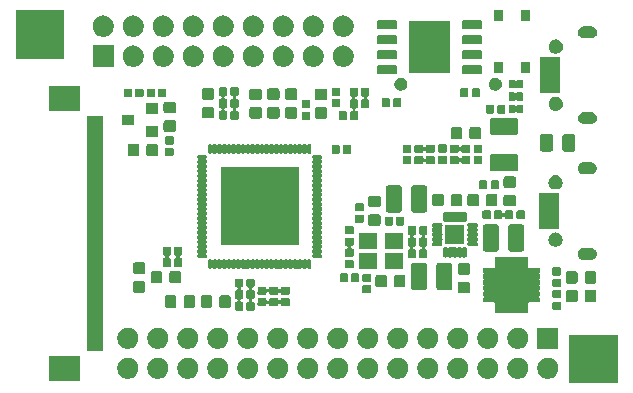
<source format=gbr>
G04 #@! TF.GenerationSoftware,KiCad,Pcbnew,(5.1.5)-3*
G04 #@! TF.CreationDate,2020-02-11T21:27:27+08:00*
G04 #@! TF.ProjectId,F1C200S_KIT,46314332-3030-4535-9f4b-49542e6b6963,V1.0*
G04 #@! TF.SameCoordinates,Original*
G04 #@! TF.FileFunction,Soldermask,Top*
G04 #@! TF.FilePolarity,Negative*
%FSLAX46Y46*%
G04 Gerber Fmt 4.6, Leading zero omitted, Abs format (unit mm)*
G04 Created by KiCad (PCBNEW (5.1.5)-3) date 2020-02-11 21:27:27*
%MOMM*%
%LPD*%
G04 APERTURE LIST*
%ADD10C,0.100000*%
G04 APERTURE END LIST*
D10*
G36*
X191509600Y-132073600D02*
G01*
X187407600Y-132073600D01*
X187407600Y-127971600D01*
X191509600Y-127971600D01*
X191509600Y-132073600D01*
G37*
G36*
X145944400Y-131896400D02*
G01*
X143342400Y-131896400D01*
X143342400Y-129794400D01*
X145944400Y-129794400D01*
X145944400Y-131896400D01*
G37*
G36*
X160288512Y-129918927D02*
G01*
X160437812Y-129948624D01*
X160601784Y-130016544D01*
X160749354Y-130115147D01*
X160874853Y-130240646D01*
X160973456Y-130388216D01*
X161041376Y-130552188D01*
X161076000Y-130726259D01*
X161076000Y-130903741D01*
X161041376Y-131077812D01*
X160973456Y-131241784D01*
X160874853Y-131389354D01*
X160749354Y-131514853D01*
X160601784Y-131613456D01*
X160437812Y-131681376D01*
X160288512Y-131711073D01*
X160263742Y-131716000D01*
X160086258Y-131716000D01*
X160061488Y-131711073D01*
X159912188Y-131681376D01*
X159748216Y-131613456D01*
X159600646Y-131514853D01*
X159475147Y-131389354D01*
X159376544Y-131241784D01*
X159308624Y-131077812D01*
X159274000Y-130903741D01*
X159274000Y-130726259D01*
X159308624Y-130552188D01*
X159376544Y-130388216D01*
X159475147Y-130240646D01*
X159600646Y-130115147D01*
X159748216Y-130016544D01*
X159912188Y-129948624D01*
X160061488Y-129918927D01*
X160086258Y-129914000D01*
X160263742Y-129914000D01*
X160288512Y-129918927D01*
G37*
G36*
X150128512Y-129918927D02*
G01*
X150277812Y-129948624D01*
X150441784Y-130016544D01*
X150589354Y-130115147D01*
X150714853Y-130240646D01*
X150813456Y-130388216D01*
X150881376Y-130552188D01*
X150916000Y-130726259D01*
X150916000Y-130903741D01*
X150881376Y-131077812D01*
X150813456Y-131241784D01*
X150714853Y-131389354D01*
X150589354Y-131514853D01*
X150441784Y-131613456D01*
X150277812Y-131681376D01*
X150128512Y-131711073D01*
X150103742Y-131716000D01*
X149926258Y-131716000D01*
X149901488Y-131711073D01*
X149752188Y-131681376D01*
X149588216Y-131613456D01*
X149440646Y-131514853D01*
X149315147Y-131389354D01*
X149216544Y-131241784D01*
X149148624Y-131077812D01*
X149114000Y-130903741D01*
X149114000Y-130726259D01*
X149148624Y-130552188D01*
X149216544Y-130388216D01*
X149315147Y-130240646D01*
X149440646Y-130115147D01*
X149588216Y-130016544D01*
X149752188Y-129948624D01*
X149901488Y-129918927D01*
X149926258Y-129914000D01*
X150103742Y-129914000D01*
X150128512Y-129918927D01*
G37*
G36*
X152668512Y-129918927D02*
G01*
X152817812Y-129948624D01*
X152981784Y-130016544D01*
X153129354Y-130115147D01*
X153254853Y-130240646D01*
X153353456Y-130388216D01*
X153421376Y-130552188D01*
X153456000Y-130726259D01*
X153456000Y-130903741D01*
X153421376Y-131077812D01*
X153353456Y-131241784D01*
X153254853Y-131389354D01*
X153129354Y-131514853D01*
X152981784Y-131613456D01*
X152817812Y-131681376D01*
X152668512Y-131711073D01*
X152643742Y-131716000D01*
X152466258Y-131716000D01*
X152441488Y-131711073D01*
X152292188Y-131681376D01*
X152128216Y-131613456D01*
X151980646Y-131514853D01*
X151855147Y-131389354D01*
X151756544Y-131241784D01*
X151688624Y-131077812D01*
X151654000Y-130903741D01*
X151654000Y-130726259D01*
X151688624Y-130552188D01*
X151756544Y-130388216D01*
X151855147Y-130240646D01*
X151980646Y-130115147D01*
X152128216Y-130016544D01*
X152292188Y-129948624D01*
X152441488Y-129918927D01*
X152466258Y-129914000D01*
X152643742Y-129914000D01*
X152668512Y-129918927D01*
G37*
G36*
X155208512Y-129918927D02*
G01*
X155357812Y-129948624D01*
X155521784Y-130016544D01*
X155669354Y-130115147D01*
X155794853Y-130240646D01*
X155893456Y-130388216D01*
X155961376Y-130552188D01*
X155996000Y-130726259D01*
X155996000Y-130903741D01*
X155961376Y-131077812D01*
X155893456Y-131241784D01*
X155794853Y-131389354D01*
X155669354Y-131514853D01*
X155521784Y-131613456D01*
X155357812Y-131681376D01*
X155208512Y-131711073D01*
X155183742Y-131716000D01*
X155006258Y-131716000D01*
X154981488Y-131711073D01*
X154832188Y-131681376D01*
X154668216Y-131613456D01*
X154520646Y-131514853D01*
X154395147Y-131389354D01*
X154296544Y-131241784D01*
X154228624Y-131077812D01*
X154194000Y-130903741D01*
X154194000Y-130726259D01*
X154228624Y-130552188D01*
X154296544Y-130388216D01*
X154395147Y-130240646D01*
X154520646Y-130115147D01*
X154668216Y-130016544D01*
X154832188Y-129948624D01*
X154981488Y-129918927D01*
X155006258Y-129914000D01*
X155183742Y-129914000D01*
X155208512Y-129918927D01*
G37*
G36*
X162828512Y-129918927D02*
G01*
X162977812Y-129948624D01*
X163141784Y-130016544D01*
X163289354Y-130115147D01*
X163414853Y-130240646D01*
X163513456Y-130388216D01*
X163581376Y-130552188D01*
X163616000Y-130726259D01*
X163616000Y-130903741D01*
X163581376Y-131077812D01*
X163513456Y-131241784D01*
X163414853Y-131389354D01*
X163289354Y-131514853D01*
X163141784Y-131613456D01*
X162977812Y-131681376D01*
X162828512Y-131711073D01*
X162803742Y-131716000D01*
X162626258Y-131716000D01*
X162601488Y-131711073D01*
X162452188Y-131681376D01*
X162288216Y-131613456D01*
X162140646Y-131514853D01*
X162015147Y-131389354D01*
X161916544Y-131241784D01*
X161848624Y-131077812D01*
X161814000Y-130903741D01*
X161814000Y-130726259D01*
X161848624Y-130552188D01*
X161916544Y-130388216D01*
X162015147Y-130240646D01*
X162140646Y-130115147D01*
X162288216Y-130016544D01*
X162452188Y-129948624D01*
X162601488Y-129918927D01*
X162626258Y-129914000D01*
X162803742Y-129914000D01*
X162828512Y-129918927D01*
G37*
G36*
X165368512Y-129918927D02*
G01*
X165517812Y-129948624D01*
X165681784Y-130016544D01*
X165829354Y-130115147D01*
X165954853Y-130240646D01*
X166053456Y-130388216D01*
X166121376Y-130552188D01*
X166156000Y-130726259D01*
X166156000Y-130903741D01*
X166121376Y-131077812D01*
X166053456Y-131241784D01*
X165954853Y-131389354D01*
X165829354Y-131514853D01*
X165681784Y-131613456D01*
X165517812Y-131681376D01*
X165368512Y-131711073D01*
X165343742Y-131716000D01*
X165166258Y-131716000D01*
X165141488Y-131711073D01*
X164992188Y-131681376D01*
X164828216Y-131613456D01*
X164680646Y-131514853D01*
X164555147Y-131389354D01*
X164456544Y-131241784D01*
X164388624Y-131077812D01*
X164354000Y-130903741D01*
X164354000Y-130726259D01*
X164388624Y-130552188D01*
X164456544Y-130388216D01*
X164555147Y-130240646D01*
X164680646Y-130115147D01*
X164828216Y-130016544D01*
X164992188Y-129948624D01*
X165141488Y-129918927D01*
X165166258Y-129914000D01*
X165343742Y-129914000D01*
X165368512Y-129918927D01*
G37*
G36*
X167908512Y-129918927D02*
G01*
X168057812Y-129948624D01*
X168221784Y-130016544D01*
X168369354Y-130115147D01*
X168494853Y-130240646D01*
X168593456Y-130388216D01*
X168661376Y-130552188D01*
X168696000Y-130726259D01*
X168696000Y-130903741D01*
X168661376Y-131077812D01*
X168593456Y-131241784D01*
X168494853Y-131389354D01*
X168369354Y-131514853D01*
X168221784Y-131613456D01*
X168057812Y-131681376D01*
X167908512Y-131711073D01*
X167883742Y-131716000D01*
X167706258Y-131716000D01*
X167681488Y-131711073D01*
X167532188Y-131681376D01*
X167368216Y-131613456D01*
X167220646Y-131514853D01*
X167095147Y-131389354D01*
X166996544Y-131241784D01*
X166928624Y-131077812D01*
X166894000Y-130903741D01*
X166894000Y-130726259D01*
X166928624Y-130552188D01*
X166996544Y-130388216D01*
X167095147Y-130240646D01*
X167220646Y-130115147D01*
X167368216Y-130016544D01*
X167532188Y-129948624D01*
X167681488Y-129918927D01*
X167706258Y-129914000D01*
X167883742Y-129914000D01*
X167908512Y-129918927D01*
G37*
G36*
X172988512Y-129918927D02*
G01*
X173137812Y-129948624D01*
X173301784Y-130016544D01*
X173449354Y-130115147D01*
X173574853Y-130240646D01*
X173673456Y-130388216D01*
X173741376Y-130552188D01*
X173776000Y-130726259D01*
X173776000Y-130903741D01*
X173741376Y-131077812D01*
X173673456Y-131241784D01*
X173574853Y-131389354D01*
X173449354Y-131514853D01*
X173301784Y-131613456D01*
X173137812Y-131681376D01*
X172988512Y-131711073D01*
X172963742Y-131716000D01*
X172786258Y-131716000D01*
X172761488Y-131711073D01*
X172612188Y-131681376D01*
X172448216Y-131613456D01*
X172300646Y-131514853D01*
X172175147Y-131389354D01*
X172076544Y-131241784D01*
X172008624Y-131077812D01*
X171974000Y-130903741D01*
X171974000Y-130726259D01*
X172008624Y-130552188D01*
X172076544Y-130388216D01*
X172175147Y-130240646D01*
X172300646Y-130115147D01*
X172448216Y-130016544D01*
X172612188Y-129948624D01*
X172761488Y-129918927D01*
X172786258Y-129914000D01*
X172963742Y-129914000D01*
X172988512Y-129918927D01*
G37*
G36*
X175528512Y-129918927D02*
G01*
X175677812Y-129948624D01*
X175841784Y-130016544D01*
X175989354Y-130115147D01*
X176114853Y-130240646D01*
X176213456Y-130388216D01*
X176281376Y-130552188D01*
X176316000Y-130726259D01*
X176316000Y-130903741D01*
X176281376Y-131077812D01*
X176213456Y-131241784D01*
X176114853Y-131389354D01*
X175989354Y-131514853D01*
X175841784Y-131613456D01*
X175677812Y-131681376D01*
X175528512Y-131711073D01*
X175503742Y-131716000D01*
X175326258Y-131716000D01*
X175301488Y-131711073D01*
X175152188Y-131681376D01*
X174988216Y-131613456D01*
X174840646Y-131514853D01*
X174715147Y-131389354D01*
X174616544Y-131241784D01*
X174548624Y-131077812D01*
X174514000Y-130903741D01*
X174514000Y-130726259D01*
X174548624Y-130552188D01*
X174616544Y-130388216D01*
X174715147Y-130240646D01*
X174840646Y-130115147D01*
X174988216Y-130016544D01*
X175152188Y-129948624D01*
X175301488Y-129918927D01*
X175326258Y-129914000D01*
X175503742Y-129914000D01*
X175528512Y-129918927D01*
G37*
G36*
X178068512Y-129918927D02*
G01*
X178217812Y-129948624D01*
X178381784Y-130016544D01*
X178529354Y-130115147D01*
X178654853Y-130240646D01*
X178753456Y-130388216D01*
X178821376Y-130552188D01*
X178856000Y-130726259D01*
X178856000Y-130903741D01*
X178821376Y-131077812D01*
X178753456Y-131241784D01*
X178654853Y-131389354D01*
X178529354Y-131514853D01*
X178381784Y-131613456D01*
X178217812Y-131681376D01*
X178068512Y-131711073D01*
X178043742Y-131716000D01*
X177866258Y-131716000D01*
X177841488Y-131711073D01*
X177692188Y-131681376D01*
X177528216Y-131613456D01*
X177380646Y-131514853D01*
X177255147Y-131389354D01*
X177156544Y-131241784D01*
X177088624Y-131077812D01*
X177054000Y-130903741D01*
X177054000Y-130726259D01*
X177088624Y-130552188D01*
X177156544Y-130388216D01*
X177255147Y-130240646D01*
X177380646Y-130115147D01*
X177528216Y-130016544D01*
X177692188Y-129948624D01*
X177841488Y-129918927D01*
X177866258Y-129914000D01*
X178043742Y-129914000D01*
X178068512Y-129918927D01*
G37*
G36*
X157748512Y-129918927D02*
G01*
X157897812Y-129948624D01*
X158061784Y-130016544D01*
X158209354Y-130115147D01*
X158334853Y-130240646D01*
X158433456Y-130388216D01*
X158501376Y-130552188D01*
X158536000Y-130726259D01*
X158536000Y-130903741D01*
X158501376Y-131077812D01*
X158433456Y-131241784D01*
X158334853Y-131389354D01*
X158209354Y-131514853D01*
X158061784Y-131613456D01*
X157897812Y-131681376D01*
X157748512Y-131711073D01*
X157723742Y-131716000D01*
X157546258Y-131716000D01*
X157521488Y-131711073D01*
X157372188Y-131681376D01*
X157208216Y-131613456D01*
X157060646Y-131514853D01*
X156935147Y-131389354D01*
X156836544Y-131241784D01*
X156768624Y-131077812D01*
X156734000Y-130903741D01*
X156734000Y-130726259D01*
X156768624Y-130552188D01*
X156836544Y-130388216D01*
X156935147Y-130240646D01*
X157060646Y-130115147D01*
X157208216Y-130016544D01*
X157372188Y-129948624D01*
X157521488Y-129918927D01*
X157546258Y-129914000D01*
X157723742Y-129914000D01*
X157748512Y-129918927D01*
G37*
G36*
X180608512Y-129918927D02*
G01*
X180757812Y-129948624D01*
X180921784Y-130016544D01*
X181069354Y-130115147D01*
X181194853Y-130240646D01*
X181293456Y-130388216D01*
X181361376Y-130552188D01*
X181396000Y-130726259D01*
X181396000Y-130903741D01*
X181361376Y-131077812D01*
X181293456Y-131241784D01*
X181194853Y-131389354D01*
X181069354Y-131514853D01*
X180921784Y-131613456D01*
X180757812Y-131681376D01*
X180608512Y-131711073D01*
X180583742Y-131716000D01*
X180406258Y-131716000D01*
X180381488Y-131711073D01*
X180232188Y-131681376D01*
X180068216Y-131613456D01*
X179920646Y-131514853D01*
X179795147Y-131389354D01*
X179696544Y-131241784D01*
X179628624Y-131077812D01*
X179594000Y-130903741D01*
X179594000Y-130726259D01*
X179628624Y-130552188D01*
X179696544Y-130388216D01*
X179795147Y-130240646D01*
X179920646Y-130115147D01*
X180068216Y-130016544D01*
X180232188Y-129948624D01*
X180381488Y-129918927D01*
X180406258Y-129914000D01*
X180583742Y-129914000D01*
X180608512Y-129918927D01*
G37*
G36*
X183148512Y-129918927D02*
G01*
X183297812Y-129948624D01*
X183461784Y-130016544D01*
X183609354Y-130115147D01*
X183734853Y-130240646D01*
X183833456Y-130388216D01*
X183901376Y-130552188D01*
X183936000Y-130726259D01*
X183936000Y-130903741D01*
X183901376Y-131077812D01*
X183833456Y-131241784D01*
X183734853Y-131389354D01*
X183609354Y-131514853D01*
X183461784Y-131613456D01*
X183297812Y-131681376D01*
X183148512Y-131711073D01*
X183123742Y-131716000D01*
X182946258Y-131716000D01*
X182921488Y-131711073D01*
X182772188Y-131681376D01*
X182608216Y-131613456D01*
X182460646Y-131514853D01*
X182335147Y-131389354D01*
X182236544Y-131241784D01*
X182168624Y-131077812D01*
X182134000Y-130903741D01*
X182134000Y-130726259D01*
X182168624Y-130552188D01*
X182236544Y-130388216D01*
X182335147Y-130240646D01*
X182460646Y-130115147D01*
X182608216Y-130016544D01*
X182772188Y-129948624D01*
X182921488Y-129918927D01*
X182946258Y-129914000D01*
X183123742Y-129914000D01*
X183148512Y-129918927D01*
G37*
G36*
X185688512Y-129918927D02*
G01*
X185837812Y-129948624D01*
X186001784Y-130016544D01*
X186149354Y-130115147D01*
X186274853Y-130240646D01*
X186373456Y-130388216D01*
X186441376Y-130552188D01*
X186476000Y-130726259D01*
X186476000Y-130903741D01*
X186441376Y-131077812D01*
X186373456Y-131241784D01*
X186274853Y-131389354D01*
X186149354Y-131514853D01*
X186001784Y-131613456D01*
X185837812Y-131681376D01*
X185688512Y-131711073D01*
X185663742Y-131716000D01*
X185486258Y-131716000D01*
X185461488Y-131711073D01*
X185312188Y-131681376D01*
X185148216Y-131613456D01*
X185000646Y-131514853D01*
X184875147Y-131389354D01*
X184776544Y-131241784D01*
X184708624Y-131077812D01*
X184674000Y-130903741D01*
X184674000Y-130726259D01*
X184708624Y-130552188D01*
X184776544Y-130388216D01*
X184875147Y-130240646D01*
X185000646Y-130115147D01*
X185148216Y-130016544D01*
X185312188Y-129948624D01*
X185461488Y-129918927D01*
X185486258Y-129914000D01*
X185663742Y-129914000D01*
X185688512Y-129918927D01*
G37*
G36*
X170448512Y-129918927D02*
G01*
X170597812Y-129948624D01*
X170761784Y-130016544D01*
X170909354Y-130115147D01*
X171034853Y-130240646D01*
X171133456Y-130388216D01*
X171201376Y-130552188D01*
X171236000Y-130726259D01*
X171236000Y-130903741D01*
X171201376Y-131077812D01*
X171133456Y-131241784D01*
X171034853Y-131389354D01*
X170909354Y-131514853D01*
X170761784Y-131613456D01*
X170597812Y-131681376D01*
X170448512Y-131711073D01*
X170423742Y-131716000D01*
X170246258Y-131716000D01*
X170221488Y-131711073D01*
X170072188Y-131681376D01*
X169908216Y-131613456D01*
X169760646Y-131514853D01*
X169635147Y-131389354D01*
X169536544Y-131241784D01*
X169468624Y-131077812D01*
X169434000Y-130903741D01*
X169434000Y-130726259D01*
X169468624Y-130552188D01*
X169536544Y-130388216D01*
X169635147Y-130240646D01*
X169760646Y-130115147D01*
X169908216Y-130016544D01*
X170072188Y-129948624D01*
X170221488Y-129918927D01*
X170246258Y-129914000D01*
X170423742Y-129914000D01*
X170448512Y-129918927D01*
G37*
G36*
X147894400Y-129356400D02*
G01*
X146542400Y-129356400D01*
X146542400Y-109454400D01*
X147894400Y-109454400D01*
X147894400Y-129356400D01*
G37*
G36*
X150128512Y-127378927D02*
G01*
X150277812Y-127408624D01*
X150441784Y-127476544D01*
X150589354Y-127575147D01*
X150714853Y-127700646D01*
X150813456Y-127848216D01*
X150881376Y-128012188D01*
X150916000Y-128186259D01*
X150916000Y-128363741D01*
X150881376Y-128537812D01*
X150813456Y-128701784D01*
X150714853Y-128849354D01*
X150589354Y-128974853D01*
X150441784Y-129073456D01*
X150277812Y-129141376D01*
X150128512Y-129171073D01*
X150103742Y-129176000D01*
X149926258Y-129176000D01*
X149901488Y-129171073D01*
X149752188Y-129141376D01*
X149588216Y-129073456D01*
X149440646Y-128974853D01*
X149315147Y-128849354D01*
X149216544Y-128701784D01*
X149148624Y-128537812D01*
X149114000Y-128363741D01*
X149114000Y-128186259D01*
X149148624Y-128012188D01*
X149216544Y-127848216D01*
X149315147Y-127700646D01*
X149440646Y-127575147D01*
X149588216Y-127476544D01*
X149752188Y-127408624D01*
X149901488Y-127378927D01*
X149926258Y-127374000D01*
X150103742Y-127374000D01*
X150128512Y-127378927D01*
G37*
G36*
X162828512Y-127378927D02*
G01*
X162977812Y-127408624D01*
X163141784Y-127476544D01*
X163289354Y-127575147D01*
X163414853Y-127700646D01*
X163513456Y-127848216D01*
X163581376Y-128012188D01*
X163616000Y-128186259D01*
X163616000Y-128363741D01*
X163581376Y-128537812D01*
X163513456Y-128701784D01*
X163414853Y-128849354D01*
X163289354Y-128974853D01*
X163141784Y-129073456D01*
X162977812Y-129141376D01*
X162828512Y-129171073D01*
X162803742Y-129176000D01*
X162626258Y-129176000D01*
X162601488Y-129171073D01*
X162452188Y-129141376D01*
X162288216Y-129073456D01*
X162140646Y-128974853D01*
X162015147Y-128849354D01*
X161916544Y-128701784D01*
X161848624Y-128537812D01*
X161814000Y-128363741D01*
X161814000Y-128186259D01*
X161848624Y-128012188D01*
X161916544Y-127848216D01*
X162015147Y-127700646D01*
X162140646Y-127575147D01*
X162288216Y-127476544D01*
X162452188Y-127408624D01*
X162601488Y-127378927D01*
X162626258Y-127374000D01*
X162803742Y-127374000D01*
X162828512Y-127378927D01*
G37*
G36*
X160288512Y-127378927D02*
G01*
X160437812Y-127408624D01*
X160601784Y-127476544D01*
X160749354Y-127575147D01*
X160874853Y-127700646D01*
X160973456Y-127848216D01*
X161041376Y-128012188D01*
X161076000Y-128186259D01*
X161076000Y-128363741D01*
X161041376Y-128537812D01*
X160973456Y-128701784D01*
X160874853Y-128849354D01*
X160749354Y-128974853D01*
X160601784Y-129073456D01*
X160437812Y-129141376D01*
X160288512Y-129171073D01*
X160263742Y-129176000D01*
X160086258Y-129176000D01*
X160061488Y-129171073D01*
X159912188Y-129141376D01*
X159748216Y-129073456D01*
X159600646Y-128974853D01*
X159475147Y-128849354D01*
X159376544Y-128701784D01*
X159308624Y-128537812D01*
X159274000Y-128363741D01*
X159274000Y-128186259D01*
X159308624Y-128012188D01*
X159376544Y-127848216D01*
X159475147Y-127700646D01*
X159600646Y-127575147D01*
X159748216Y-127476544D01*
X159912188Y-127408624D01*
X160061488Y-127378927D01*
X160086258Y-127374000D01*
X160263742Y-127374000D01*
X160288512Y-127378927D01*
G37*
G36*
X165368512Y-127378927D02*
G01*
X165517812Y-127408624D01*
X165681784Y-127476544D01*
X165829354Y-127575147D01*
X165954853Y-127700646D01*
X166053456Y-127848216D01*
X166121376Y-128012188D01*
X166156000Y-128186259D01*
X166156000Y-128363741D01*
X166121376Y-128537812D01*
X166053456Y-128701784D01*
X165954853Y-128849354D01*
X165829354Y-128974853D01*
X165681784Y-129073456D01*
X165517812Y-129141376D01*
X165368512Y-129171073D01*
X165343742Y-129176000D01*
X165166258Y-129176000D01*
X165141488Y-129171073D01*
X164992188Y-129141376D01*
X164828216Y-129073456D01*
X164680646Y-128974853D01*
X164555147Y-128849354D01*
X164456544Y-128701784D01*
X164388624Y-128537812D01*
X164354000Y-128363741D01*
X164354000Y-128186259D01*
X164388624Y-128012188D01*
X164456544Y-127848216D01*
X164555147Y-127700646D01*
X164680646Y-127575147D01*
X164828216Y-127476544D01*
X164992188Y-127408624D01*
X165141488Y-127378927D01*
X165166258Y-127374000D01*
X165343742Y-127374000D01*
X165368512Y-127378927D01*
G37*
G36*
X167908512Y-127378927D02*
G01*
X168057812Y-127408624D01*
X168221784Y-127476544D01*
X168369354Y-127575147D01*
X168494853Y-127700646D01*
X168593456Y-127848216D01*
X168661376Y-128012188D01*
X168696000Y-128186259D01*
X168696000Y-128363741D01*
X168661376Y-128537812D01*
X168593456Y-128701784D01*
X168494853Y-128849354D01*
X168369354Y-128974853D01*
X168221784Y-129073456D01*
X168057812Y-129141376D01*
X167908512Y-129171073D01*
X167883742Y-129176000D01*
X167706258Y-129176000D01*
X167681488Y-129171073D01*
X167532188Y-129141376D01*
X167368216Y-129073456D01*
X167220646Y-128974853D01*
X167095147Y-128849354D01*
X166996544Y-128701784D01*
X166928624Y-128537812D01*
X166894000Y-128363741D01*
X166894000Y-128186259D01*
X166928624Y-128012188D01*
X166996544Y-127848216D01*
X167095147Y-127700646D01*
X167220646Y-127575147D01*
X167368216Y-127476544D01*
X167532188Y-127408624D01*
X167681488Y-127378927D01*
X167706258Y-127374000D01*
X167883742Y-127374000D01*
X167908512Y-127378927D01*
G37*
G36*
X157748512Y-127378927D02*
G01*
X157897812Y-127408624D01*
X158061784Y-127476544D01*
X158209354Y-127575147D01*
X158334853Y-127700646D01*
X158433456Y-127848216D01*
X158501376Y-128012188D01*
X158536000Y-128186259D01*
X158536000Y-128363741D01*
X158501376Y-128537812D01*
X158433456Y-128701784D01*
X158334853Y-128849354D01*
X158209354Y-128974853D01*
X158061784Y-129073456D01*
X157897812Y-129141376D01*
X157748512Y-129171073D01*
X157723742Y-129176000D01*
X157546258Y-129176000D01*
X157521488Y-129171073D01*
X157372188Y-129141376D01*
X157208216Y-129073456D01*
X157060646Y-128974853D01*
X156935147Y-128849354D01*
X156836544Y-128701784D01*
X156768624Y-128537812D01*
X156734000Y-128363741D01*
X156734000Y-128186259D01*
X156768624Y-128012188D01*
X156836544Y-127848216D01*
X156935147Y-127700646D01*
X157060646Y-127575147D01*
X157208216Y-127476544D01*
X157372188Y-127408624D01*
X157521488Y-127378927D01*
X157546258Y-127374000D01*
X157723742Y-127374000D01*
X157748512Y-127378927D01*
G37*
G36*
X170448512Y-127378927D02*
G01*
X170597812Y-127408624D01*
X170761784Y-127476544D01*
X170909354Y-127575147D01*
X171034853Y-127700646D01*
X171133456Y-127848216D01*
X171201376Y-128012188D01*
X171236000Y-128186259D01*
X171236000Y-128363741D01*
X171201376Y-128537812D01*
X171133456Y-128701784D01*
X171034853Y-128849354D01*
X170909354Y-128974853D01*
X170761784Y-129073456D01*
X170597812Y-129141376D01*
X170448512Y-129171073D01*
X170423742Y-129176000D01*
X170246258Y-129176000D01*
X170221488Y-129171073D01*
X170072188Y-129141376D01*
X169908216Y-129073456D01*
X169760646Y-128974853D01*
X169635147Y-128849354D01*
X169536544Y-128701784D01*
X169468624Y-128537812D01*
X169434000Y-128363741D01*
X169434000Y-128186259D01*
X169468624Y-128012188D01*
X169536544Y-127848216D01*
X169635147Y-127700646D01*
X169760646Y-127575147D01*
X169908216Y-127476544D01*
X170072188Y-127408624D01*
X170221488Y-127378927D01*
X170246258Y-127374000D01*
X170423742Y-127374000D01*
X170448512Y-127378927D01*
G37*
G36*
X183148512Y-127378927D02*
G01*
X183297812Y-127408624D01*
X183461784Y-127476544D01*
X183609354Y-127575147D01*
X183734853Y-127700646D01*
X183833456Y-127848216D01*
X183901376Y-128012188D01*
X183936000Y-128186259D01*
X183936000Y-128363741D01*
X183901376Y-128537812D01*
X183833456Y-128701784D01*
X183734853Y-128849354D01*
X183609354Y-128974853D01*
X183461784Y-129073456D01*
X183297812Y-129141376D01*
X183148512Y-129171073D01*
X183123742Y-129176000D01*
X182946258Y-129176000D01*
X182921488Y-129171073D01*
X182772188Y-129141376D01*
X182608216Y-129073456D01*
X182460646Y-128974853D01*
X182335147Y-128849354D01*
X182236544Y-128701784D01*
X182168624Y-128537812D01*
X182134000Y-128363741D01*
X182134000Y-128186259D01*
X182168624Y-128012188D01*
X182236544Y-127848216D01*
X182335147Y-127700646D01*
X182460646Y-127575147D01*
X182608216Y-127476544D01*
X182772188Y-127408624D01*
X182921488Y-127378927D01*
X182946258Y-127374000D01*
X183123742Y-127374000D01*
X183148512Y-127378927D01*
G37*
G36*
X172988512Y-127378927D02*
G01*
X173137812Y-127408624D01*
X173301784Y-127476544D01*
X173449354Y-127575147D01*
X173574853Y-127700646D01*
X173673456Y-127848216D01*
X173741376Y-128012188D01*
X173776000Y-128186259D01*
X173776000Y-128363741D01*
X173741376Y-128537812D01*
X173673456Y-128701784D01*
X173574853Y-128849354D01*
X173449354Y-128974853D01*
X173301784Y-129073456D01*
X173137812Y-129141376D01*
X172988512Y-129171073D01*
X172963742Y-129176000D01*
X172786258Y-129176000D01*
X172761488Y-129171073D01*
X172612188Y-129141376D01*
X172448216Y-129073456D01*
X172300646Y-128974853D01*
X172175147Y-128849354D01*
X172076544Y-128701784D01*
X172008624Y-128537812D01*
X171974000Y-128363741D01*
X171974000Y-128186259D01*
X172008624Y-128012188D01*
X172076544Y-127848216D01*
X172175147Y-127700646D01*
X172300646Y-127575147D01*
X172448216Y-127476544D01*
X172612188Y-127408624D01*
X172761488Y-127378927D01*
X172786258Y-127374000D01*
X172963742Y-127374000D01*
X172988512Y-127378927D01*
G37*
G36*
X175528512Y-127378927D02*
G01*
X175677812Y-127408624D01*
X175841784Y-127476544D01*
X175989354Y-127575147D01*
X176114853Y-127700646D01*
X176213456Y-127848216D01*
X176281376Y-128012188D01*
X176316000Y-128186259D01*
X176316000Y-128363741D01*
X176281376Y-128537812D01*
X176213456Y-128701784D01*
X176114853Y-128849354D01*
X175989354Y-128974853D01*
X175841784Y-129073456D01*
X175677812Y-129141376D01*
X175528512Y-129171073D01*
X175503742Y-129176000D01*
X175326258Y-129176000D01*
X175301488Y-129171073D01*
X175152188Y-129141376D01*
X174988216Y-129073456D01*
X174840646Y-128974853D01*
X174715147Y-128849354D01*
X174616544Y-128701784D01*
X174548624Y-128537812D01*
X174514000Y-128363741D01*
X174514000Y-128186259D01*
X174548624Y-128012188D01*
X174616544Y-127848216D01*
X174715147Y-127700646D01*
X174840646Y-127575147D01*
X174988216Y-127476544D01*
X175152188Y-127408624D01*
X175301488Y-127378927D01*
X175326258Y-127374000D01*
X175503742Y-127374000D01*
X175528512Y-127378927D01*
G37*
G36*
X178068512Y-127378927D02*
G01*
X178217812Y-127408624D01*
X178381784Y-127476544D01*
X178529354Y-127575147D01*
X178654853Y-127700646D01*
X178753456Y-127848216D01*
X178821376Y-128012188D01*
X178856000Y-128186259D01*
X178856000Y-128363741D01*
X178821376Y-128537812D01*
X178753456Y-128701784D01*
X178654853Y-128849354D01*
X178529354Y-128974853D01*
X178381784Y-129073456D01*
X178217812Y-129141376D01*
X178068512Y-129171073D01*
X178043742Y-129176000D01*
X177866258Y-129176000D01*
X177841488Y-129171073D01*
X177692188Y-129141376D01*
X177528216Y-129073456D01*
X177380646Y-128974853D01*
X177255147Y-128849354D01*
X177156544Y-128701784D01*
X177088624Y-128537812D01*
X177054000Y-128363741D01*
X177054000Y-128186259D01*
X177088624Y-128012188D01*
X177156544Y-127848216D01*
X177255147Y-127700646D01*
X177380646Y-127575147D01*
X177528216Y-127476544D01*
X177692188Y-127408624D01*
X177841488Y-127378927D01*
X177866258Y-127374000D01*
X178043742Y-127374000D01*
X178068512Y-127378927D01*
G37*
G36*
X152668512Y-127378927D02*
G01*
X152817812Y-127408624D01*
X152981784Y-127476544D01*
X153129354Y-127575147D01*
X153254853Y-127700646D01*
X153353456Y-127848216D01*
X153421376Y-128012188D01*
X153456000Y-128186259D01*
X153456000Y-128363741D01*
X153421376Y-128537812D01*
X153353456Y-128701784D01*
X153254853Y-128849354D01*
X153129354Y-128974853D01*
X152981784Y-129073456D01*
X152817812Y-129141376D01*
X152668512Y-129171073D01*
X152643742Y-129176000D01*
X152466258Y-129176000D01*
X152441488Y-129171073D01*
X152292188Y-129141376D01*
X152128216Y-129073456D01*
X151980646Y-128974853D01*
X151855147Y-128849354D01*
X151756544Y-128701784D01*
X151688624Y-128537812D01*
X151654000Y-128363741D01*
X151654000Y-128186259D01*
X151688624Y-128012188D01*
X151756544Y-127848216D01*
X151855147Y-127700646D01*
X151980646Y-127575147D01*
X152128216Y-127476544D01*
X152292188Y-127408624D01*
X152441488Y-127378927D01*
X152466258Y-127374000D01*
X152643742Y-127374000D01*
X152668512Y-127378927D01*
G37*
G36*
X180608512Y-127378927D02*
G01*
X180757812Y-127408624D01*
X180921784Y-127476544D01*
X181069354Y-127575147D01*
X181194853Y-127700646D01*
X181293456Y-127848216D01*
X181361376Y-128012188D01*
X181396000Y-128186259D01*
X181396000Y-128363741D01*
X181361376Y-128537812D01*
X181293456Y-128701784D01*
X181194853Y-128849354D01*
X181069354Y-128974853D01*
X180921784Y-129073456D01*
X180757812Y-129141376D01*
X180608512Y-129171073D01*
X180583742Y-129176000D01*
X180406258Y-129176000D01*
X180381488Y-129171073D01*
X180232188Y-129141376D01*
X180068216Y-129073456D01*
X179920646Y-128974853D01*
X179795147Y-128849354D01*
X179696544Y-128701784D01*
X179628624Y-128537812D01*
X179594000Y-128363741D01*
X179594000Y-128186259D01*
X179628624Y-128012188D01*
X179696544Y-127848216D01*
X179795147Y-127700646D01*
X179920646Y-127575147D01*
X180068216Y-127476544D01*
X180232188Y-127408624D01*
X180381488Y-127378927D01*
X180406258Y-127374000D01*
X180583742Y-127374000D01*
X180608512Y-127378927D01*
G37*
G36*
X186476000Y-129176000D02*
G01*
X184674000Y-129176000D01*
X184674000Y-127374000D01*
X186476000Y-127374000D01*
X186476000Y-129176000D01*
G37*
G36*
X155208512Y-127378927D02*
G01*
X155357812Y-127408624D01*
X155521784Y-127476544D01*
X155669354Y-127575147D01*
X155794853Y-127700646D01*
X155893456Y-127848216D01*
X155961376Y-128012188D01*
X155996000Y-128186259D01*
X155996000Y-128363741D01*
X155961376Y-128537812D01*
X155893456Y-128701784D01*
X155794853Y-128849354D01*
X155669354Y-128974853D01*
X155521784Y-129073456D01*
X155357812Y-129141376D01*
X155208512Y-129171073D01*
X155183742Y-129176000D01*
X155006258Y-129176000D01*
X154981488Y-129171073D01*
X154832188Y-129141376D01*
X154668216Y-129073456D01*
X154520646Y-128974853D01*
X154395147Y-128849354D01*
X154296544Y-128701784D01*
X154228624Y-128537812D01*
X154194000Y-128363741D01*
X154194000Y-128186259D01*
X154228624Y-128012188D01*
X154296544Y-127848216D01*
X154395147Y-127700646D01*
X154520646Y-127575147D01*
X154668216Y-127476544D01*
X154832188Y-127408624D01*
X154981488Y-127378927D01*
X155006258Y-127374000D01*
X155183742Y-127374000D01*
X155208512Y-127378927D01*
G37*
G36*
X181404355Y-121374283D02*
G01*
X181409029Y-121375701D01*
X181413330Y-121378000D01*
X181419702Y-121383229D01*
X181440076Y-121396843D01*
X181462715Y-121406220D01*
X181486749Y-121411000D01*
X181511253Y-121411000D01*
X181535286Y-121406219D01*
X181557925Y-121396842D01*
X181578298Y-121383229D01*
X181584670Y-121378000D01*
X181588971Y-121375701D01*
X181593645Y-121374283D01*
X181604641Y-121373200D01*
X181893359Y-121373200D01*
X181904355Y-121374283D01*
X181909029Y-121375701D01*
X181913330Y-121378000D01*
X181919702Y-121383229D01*
X181940076Y-121396843D01*
X181962715Y-121406220D01*
X181986749Y-121411000D01*
X182011253Y-121411000D01*
X182035286Y-121406219D01*
X182057925Y-121396842D01*
X182078298Y-121383229D01*
X182084670Y-121378000D01*
X182088971Y-121375701D01*
X182093645Y-121374283D01*
X182104641Y-121373200D01*
X182393359Y-121373200D01*
X182404355Y-121374283D01*
X182409029Y-121375701D01*
X182413330Y-121378000D01*
X182419702Y-121383229D01*
X182440076Y-121396843D01*
X182462715Y-121406220D01*
X182486749Y-121411000D01*
X182511253Y-121411000D01*
X182535286Y-121406219D01*
X182557925Y-121396842D01*
X182578298Y-121383229D01*
X182584670Y-121378000D01*
X182588971Y-121375701D01*
X182593645Y-121374283D01*
X182604641Y-121373200D01*
X182893359Y-121373200D01*
X182904355Y-121374283D01*
X182909029Y-121375701D01*
X182913330Y-121378000D01*
X182919702Y-121383229D01*
X182940076Y-121396843D01*
X182962715Y-121406220D01*
X182986749Y-121411000D01*
X183011253Y-121411000D01*
X183035286Y-121406219D01*
X183057925Y-121396842D01*
X183078298Y-121383229D01*
X183084670Y-121378000D01*
X183088971Y-121375701D01*
X183093645Y-121374283D01*
X183104641Y-121373200D01*
X183393359Y-121373200D01*
X183404355Y-121374283D01*
X183409029Y-121375701D01*
X183413330Y-121378000D01*
X183419702Y-121383229D01*
X183440076Y-121396843D01*
X183462715Y-121406220D01*
X183486749Y-121411000D01*
X183511253Y-121411000D01*
X183535286Y-121406219D01*
X183557925Y-121396842D01*
X183578298Y-121383229D01*
X183584670Y-121378000D01*
X183588971Y-121375701D01*
X183593645Y-121374283D01*
X183604641Y-121373200D01*
X183893359Y-121373200D01*
X183904355Y-121374283D01*
X183909029Y-121375701D01*
X183913331Y-121378000D01*
X183917104Y-121381096D01*
X183920200Y-121384869D01*
X183922499Y-121389171D01*
X183923917Y-121393845D01*
X183925000Y-121404841D01*
X183925000Y-122223201D01*
X183927402Y-122247587D01*
X183934515Y-122271036D01*
X183946066Y-122292647D01*
X183961611Y-122311589D01*
X183980553Y-122327134D01*
X184002164Y-122338685D01*
X184025613Y-122345798D01*
X184049999Y-122348200D01*
X184868359Y-122348200D01*
X184879355Y-122349283D01*
X184884029Y-122350701D01*
X184888331Y-122353000D01*
X184892104Y-122356096D01*
X184895200Y-122359869D01*
X184897499Y-122364171D01*
X184898917Y-122368845D01*
X184900000Y-122379841D01*
X184900000Y-122668559D01*
X184898917Y-122679555D01*
X184897499Y-122684229D01*
X184895200Y-122688530D01*
X184889971Y-122694902D01*
X184876357Y-122715276D01*
X184866980Y-122737915D01*
X184862200Y-122761949D01*
X184862200Y-122786453D01*
X184866981Y-122810486D01*
X184876358Y-122833125D01*
X184889971Y-122853498D01*
X184895200Y-122859870D01*
X184897499Y-122864171D01*
X184898917Y-122868845D01*
X184900000Y-122879841D01*
X184900000Y-123168559D01*
X184898917Y-123179555D01*
X184897499Y-123184229D01*
X184895200Y-123188530D01*
X184889971Y-123194902D01*
X184876357Y-123215276D01*
X184866980Y-123237915D01*
X184862200Y-123261949D01*
X184862200Y-123286453D01*
X184866981Y-123310486D01*
X184876358Y-123333125D01*
X184889971Y-123353498D01*
X184895200Y-123359870D01*
X184897499Y-123364171D01*
X184898917Y-123368845D01*
X184900000Y-123379841D01*
X184900000Y-123668559D01*
X184898917Y-123679555D01*
X184897499Y-123684229D01*
X184895200Y-123688530D01*
X184889971Y-123694902D01*
X184876357Y-123715276D01*
X184866980Y-123737915D01*
X184862200Y-123761949D01*
X184862200Y-123786453D01*
X184866981Y-123810486D01*
X184876358Y-123833125D01*
X184889971Y-123853498D01*
X184895200Y-123859870D01*
X184897499Y-123864171D01*
X184898917Y-123868845D01*
X184900000Y-123879841D01*
X184900000Y-124168559D01*
X184898917Y-124179555D01*
X184897499Y-124184229D01*
X184895200Y-124188530D01*
X184889971Y-124194902D01*
X184876357Y-124215276D01*
X184866980Y-124237915D01*
X184862200Y-124261949D01*
X184862200Y-124286453D01*
X184866981Y-124310486D01*
X184876358Y-124333125D01*
X184889971Y-124353498D01*
X184895200Y-124359870D01*
X184897499Y-124364171D01*
X184898917Y-124368845D01*
X184900000Y-124379841D01*
X184900000Y-124668559D01*
X184898917Y-124679555D01*
X184897499Y-124684229D01*
X184895200Y-124688530D01*
X184889971Y-124694902D01*
X184876357Y-124715276D01*
X184866980Y-124737915D01*
X184862200Y-124761949D01*
X184862200Y-124786453D01*
X184866981Y-124810486D01*
X184876358Y-124833125D01*
X184889971Y-124853498D01*
X184895200Y-124859870D01*
X184897499Y-124864171D01*
X184898917Y-124868845D01*
X184900000Y-124879841D01*
X184900000Y-125168559D01*
X184898917Y-125179555D01*
X184897499Y-125184229D01*
X184895200Y-125188531D01*
X184892104Y-125192304D01*
X184888331Y-125195400D01*
X184884029Y-125197699D01*
X184879355Y-125199117D01*
X184868359Y-125200200D01*
X184049999Y-125200200D01*
X184025613Y-125202602D01*
X184002164Y-125209715D01*
X183980553Y-125221266D01*
X183961611Y-125236811D01*
X183946066Y-125255753D01*
X183934515Y-125277364D01*
X183927402Y-125300813D01*
X183925000Y-125325199D01*
X183925000Y-126143559D01*
X183923917Y-126154555D01*
X183922499Y-126159229D01*
X183920200Y-126163531D01*
X183917104Y-126167304D01*
X183913331Y-126170400D01*
X183909029Y-126172699D01*
X183904355Y-126174117D01*
X183893359Y-126175200D01*
X183604641Y-126175200D01*
X183593645Y-126174117D01*
X183588971Y-126172699D01*
X183584670Y-126170400D01*
X183578298Y-126165171D01*
X183557924Y-126151557D01*
X183535285Y-126142180D01*
X183511251Y-126137400D01*
X183486747Y-126137400D01*
X183462714Y-126142181D01*
X183440075Y-126151558D01*
X183419702Y-126165171D01*
X183413330Y-126170400D01*
X183409029Y-126172699D01*
X183404355Y-126174117D01*
X183393359Y-126175200D01*
X183104641Y-126175200D01*
X183093645Y-126174117D01*
X183088971Y-126172699D01*
X183084670Y-126170400D01*
X183078298Y-126165171D01*
X183057924Y-126151557D01*
X183035285Y-126142180D01*
X183011251Y-126137400D01*
X182986747Y-126137400D01*
X182962714Y-126142181D01*
X182940075Y-126151558D01*
X182919702Y-126165171D01*
X182913330Y-126170400D01*
X182909029Y-126172699D01*
X182904355Y-126174117D01*
X182893359Y-126175200D01*
X182604641Y-126175200D01*
X182593645Y-126174117D01*
X182588971Y-126172699D01*
X182584670Y-126170400D01*
X182578298Y-126165171D01*
X182557924Y-126151557D01*
X182535285Y-126142180D01*
X182511251Y-126137400D01*
X182486747Y-126137400D01*
X182462714Y-126142181D01*
X182440075Y-126151558D01*
X182419702Y-126165171D01*
X182413330Y-126170400D01*
X182409029Y-126172699D01*
X182404355Y-126174117D01*
X182393359Y-126175200D01*
X182104641Y-126175200D01*
X182093645Y-126174117D01*
X182088971Y-126172699D01*
X182084670Y-126170400D01*
X182078298Y-126165171D01*
X182057924Y-126151557D01*
X182035285Y-126142180D01*
X182011251Y-126137400D01*
X181986747Y-126137400D01*
X181962714Y-126142181D01*
X181940075Y-126151558D01*
X181919702Y-126165171D01*
X181913330Y-126170400D01*
X181909029Y-126172699D01*
X181904355Y-126174117D01*
X181893359Y-126175200D01*
X181604641Y-126175200D01*
X181593645Y-126174117D01*
X181588971Y-126172699D01*
X181584670Y-126170400D01*
X181578298Y-126165171D01*
X181557924Y-126151557D01*
X181535285Y-126142180D01*
X181511251Y-126137400D01*
X181486747Y-126137400D01*
X181462714Y-126142181D01*
X181440075Y-126151558D01*
X181419702Y-126165171D01*
X181413330Y-126170400D01*
X181409029Y-126172699D01*
X181404355Y-126174117D01*
X181393359Y-126175200D01*
X181104641Y-126175200D01*
X181093645Y-126174117D01*
X181088971Y-126172699D01*
X181084669Y-126170400D01*
X181080896Y-126167304D01*
X181077800Y-126163531D01*
X181075501Y-126159229D01*
X181074083Y-126154555D01*
X181073000Y-126143559D01*
X181073000Y-125325199D01*
X181070598Y-125300813D01*
X181063485Y-125277364D01*
X181051934Y-125255753D01*
X181036389Y-125236811D01*
X181017447Y-125221266D01*
X180995836Y-125209715D01*
X180972387Y-125202602D01*
X180948001Y-125200200D01*
X180129641Y-125200200D01*
X180118645Y-125199117D01*
X180113971Y-125197699D01*
X180109669Y-125195400D01*
X180105896Y-125192304D01*
X180102800Y-125188531D01*
X180100501Y-125184229D01*
X180099083Y-125179555D01*
X180098000Y-125168559D01*
X180098000Y-124879841D01*
X180099083Y-124868845D01*
X180100501Y-124864171D01*
X180102800Y-124859870D01*
X180108029Y-124853498D01*
X180121643Y-124833124D01*
X180131020Y-124810485D01*
X180135800Y-124786451D01*
X180135800Y-124761947D01*
X180131019Y-124737914D01*
X180121642Y-124715275D01*
X180108029Y-124694902D01*
X180102800Y-124688530D01*
X180100501Y-124684229D01*
X180099083Y-124679555D01*
X180098000Y-124668559D01*
X180098000Y-124379841D01*
X180099083Y-124368845D01*
X180100501Y-124364171D01*
X180102800Y-124359870D01*
X180108029Y-124353498D01*
X180121643Y-124333124D01*
X180131020Y-124310485D01*
X180135800Y-124286451D01*
X180135800Y-124261947D01*
X180131019Y-124237914D01*
X180121642Y-124215275D01*
X180108029Y-124194902D01*
X180102800Y-124188530D01*
X180100501Y-124184229D01*
X180099083Y-124179555D01*
X180098000Y-124168559D01*
X180098000Y-123879841D01*
X180099083Y-123868845D01*
X180100501Y-123864171D01*
X180102800Y-123859870D01*
X180108029Y-123853498D01*
X180121643Y-123833124D01*
X180131020Y-123810485D01*
X180135800Y-123786451D01*
X180135800Y-123761947D01*
X180131019Y-123737914D01*
X180121642Y-123715275D01*
X180108029Y-123694902D01*
X180102800Y-123688530D01*
X180100501Y-123684229D01*
X180099083Y-123679555D01*
X180098000Y-123668559D01*
X180098000Y-123379841D01*
X180099083Y-123368845D01*
X180100501Y-123364171D01*
X180102800Y-123359870D01*
X180108029Y-123353498D01*
X180121643Y-123333124D01*
X180131020Y-123310485D01*
X180135800Y-123286451D01*
X180135800Y-123261947D01*
X180131019Y-123237914D01*
X180121642Y-123215275D01*
X180108029Y-123194902D01*
X180102800Y-123188530D01*
X180100501Y-123184229D01*
X180099083Y-123179555D01*
X180098000Y-123168559D01*
X180098000Y-122879841D01*
X180099083Y-122868845D01*
X180100501Y-122864171D01*
X180102800Y-122859870D01*
X180108029Y-122853498D01*
X180121643Y-122833124D01*
X180131020Y-122810485D01*
X180135800Y-122786451D01*
X180135800Y-122761947D01*
X180131019Y-122737914D01*
X180121642Y-122715275D01*
X180108029Y-122694902D01*
X180102800Y-122688530D01*
X180100501Y-122684229D01*
X180099083Y-122679555D01*
X180098000Y-122668559D01*
X180098000Y-122379841D01*
X180099083Y-122368845D01*
X180100501Y-122364171D01*
X180102800Y-122359869D01*
X180105896Y-122356096D01*
X180109669Y-122353000D01*
X180113971Y-122350701D01*
X180118645Y-122349283D01*
X180129641Y-122348200D01*
X180948001Y-122348200D01*
X180972387Y-122345798D01*
X180995836Y-122338685D01*
X181017447Y-122327134D01*
X181036389Y-122311589D01*
X181051934Y-122292647D01*
X181063485Y-122271036D01*
X181070598Y-122247587D01*
X181073000Y-122223201D01*
X181073000Y-121404841D01*
X181074083Y-121393845D01*
X181075501Y-121389171D01*
X181077800Y-121384869D01*
X181080896Y-121381096D01*
X181084669Y-121378000D01*
X181088971Y-121375701D01*
X181093645Y-121374283D01*
X181104641Y-121373200D01*
X181393359Y-121373200D01*
X181404355Y-121374283D01*
G37*
G36*
X159687938Y-123228116D02*
G01*
X159708557Y-123234371D01*
X159727553Y-123244524D01*
X159744208Y-123258192D01*
X159757876Y-123274847D01*
X159768029Y-123293843D01*
X159774284Y-123314462D01*
X159777000Y-123342040D01*
X159777000Y-123850760D01*
X159774284Y-123878338D01*
X159768029Y-123898957D01*
X159757876Y-123917953D01*
X159744208Y-123934608D01*
X159727553Y-123948276D01*
X159708557Y-123958429D01*
X159687938Y-123964684D01*
X159661345Y-123967303D01*
X159637312Y-123972083D01*
X159614673Y-123981461D01*
X159594299Y-123995074D01*
X159576972Y-124012401D01*
X159563358Y-124032776D01*
X159553981Y-124055414D01*
X159549200Y-124079448D01*
X159549200Y-124103952D01*
X159553980Y-124127985D01*
X159563358Y-124150624D01*
X159576971Y-124170998D01*
X159594298Y-124188325D01*
X159614673Y-124201939D01*
X159637311Y-124211316D01*
X159661345Y-124216097D01*
X159687938Y-124218716D01*
X159708557Y-124224971D01*
X159727553Y-124235124D01*
X159744208Y-124248792D01*
X159757876Y-124265447D01*
X159768029Y-124284443D01*
X159774284Y-124305062D01*
X159777000Y-124332640D01*
X159777000Y-124841360D01*
X159774284Y-124868938D01*
X159768029Y-124889557D01*
X159757876Y-124908553D01*
X159744208Y-124925208D01*
X159727553Y-124938876D01*
X159708557Y-124949029D01*
X159687938Y-124955284D01*
X159661345Y-124957903D01*
X159637312Y-124962683D01*
X159614673Y-124972061D01*
X159594299Y-124985674D01*
X159576972Y-125003001D01*
X159563358Y-125023376D01*
X159553981Y-125046014D01*
X159549200Y-125070048D01*
X159549200Y-125094552D01*
X159553980Y-125118585D01*
X159563358Y-125141224D01*
X159576971Y-125161598D01*
X159594298Y-125178925D01*
X159614673Y-125192539D01*
X159637311Y-125201916D01*
X159661345Y-125206697D01*
X159687938Y-125209316D01*
X159708557Y-125215571D01*
X159727553Y-125225724D01*
X159744208Y-125239392D01*
X159757876Y-125256047D01*
X159768029Y-125275043D01*
X159774284Y-125295662D01*
X159777000Y-125323240D01*
X159777000Y-125831960D01*
X159774284Y-125859538D01*
X159768029Y-125880157D01*
X159757876Y-125899153D01*
X159744208Y-125915808D01*
X159727553Y-125929476D01*
X159708557Y-125939629D01*
X159687938Y-125945884D01*
X159660360Y-125948600D01*
X159201640Y-125948600D01*
X159174062Y-125945884D01*
X159153443Y-125939629D01*
X159134447Y-125929476D01*
X159117792Y-125915808D01*
X159104124Y-125899153D01*
X159093971Y-125880157D01*
X159087716Y-125859538D01*
X159085000Y-125831960D01*
X159085000Y-125323240D01*
X159087716Y-125295662D01*
X159093971Y-125275043D01*
X159104124Y-125256047D01*
X159117792Y-125239392D01*
X159134447Y-125225724D01*
X159153443Y-125215571D01*
X159174062Y-125209316D01*
X159200655Y-125206697D01*
X159224688Y-125201917D01*
X159247327Y-125192539D01*
X159267701Y-125178926D01*
X159285028Y-125161599D01*
X159298642Y-125141224D01*
X159308019Y-125118586D01*
X159312800Y-125094552D01*
X159312800Y-125070048D01*
X159308020Y-125046015D01*
X159298642Y-125023376D01*
X159285029Y-125003002D01*
X159267702Y-124985675D01*
X159247327Y-124972061D01*
X159224689Y-124962684D01*
X159200655Y-124957903D01*
X159174062Y-124955284D01*
X159153443Y-124949029D01*
X159134447Y-124938876D01*
X159117792Y-124925208D01*
X159104124Y-124908553D01*
X159093971Y-124889557D01*
X159087716Y-124868938D01*
X159085000Y-124841360D01*
X159085000Y-124332640D01*
X159087716Y-124305062D01*
X159093971Y-124284443D01*
X159104124Y-124265447D01*
X159117792Y-124248792D01*
X159134447Y-124235124D01*
X159153443Y-124224971D01*
X159174062Y-124218716D01*
X159200655Y-124216097D01*
X159224688Y-124211317D01*
X159247327Y-124201939D01*
X159267701Y-124188326D01*
X159285028Y-124170999D01*
X159298642Y-124150624D01*
X159308019Y-124127986D01*
X159312800Y-124103952D01*
X159312800Y-124079448D01*
X159308020Y-124055415D01*
X159298642Y-124032776D01*
X159285029Y-124012402D01*
X159267702Y-123995075D01*
X159247327Y-123981461D01*
X159224689Y-123972084D01*
X159200655Y-123967303D01*
X159174062Y-123964684D01*
X159153443Y-123958429D01*
X159134447Y-123948276D01*
X159117792Y-123934608D01*
X159104124Y-123917953D01*
X159093971Y-123898957D01*
X159087716Y-123878338D01*
X159085000Y-123850760D01*
X159085000Y-123342040D01*
X159087716Y-123314462D01*
X159093971Y-123293843D01*
X159104124Y-123274847D01*
X159117792Y-123258192D01*
X159134447Y-123244524D01*
X159153443Y-123234371D01*
X159174062Y-123228116D01*
X159201640Y-123225400D01*
X159660360Y-123225400D01*
X159687938Y-123228116D01*
G37*
G36*
X160657938Y-123228116D02*
G01*
X160678557Y-123234371D01*
X160697553Y-123244524D01*
X160714208Y-123258192D01*
X160727876Y-123274847D01*
X160738029Y-123293843D01*
X160744284Y-123314462D01*
X160747000Y-123342040D01*
X160747000Y-123850760D01*
X160744284Y-123878338D01*
X160738029Y-123898957D01*
X160727876Y-123917953D01*
X160714208Y-123934608D01*
X160697553Y-123948276D01*
X160678557Y-123958429D01*
X160657938Y-123964684D01*
X160631345Y-123967303D01*
X160607312Y-123972083D01*
X160584673Y-123981461D01*
X160564299Y-123995074D01*
X160546972Y-124012401D01*
X160533358Y-124032776D01*
X160523981Y-124055414D01*
X160519200Y-124079448D01*
X160519200Y-124103952D01*
X160523980Y-124127985D01*
X160533358Y-124150624D01*
X160546971Y-124170998D01*
X160564298Y-124188325D01*
X160584673Y-124201939D01*
X160607311Y-124211316D01*
X160631345Y-124216097D01*
X160657938Y-124218716D01*
X160678557Y-124224971D01*
X160697553Y-124235124D01*
X160714208Y-124248792D01*
X160727876Y-124265447D01*
X160738029Y-124284443D01*
X160744284Y-124305062D01*
X160745804Y-124320496D01*
X160750584Y-124344529D01*
X160759962Y-124367168D01*
X160773575Y-124387542D01*
X160790902Y-124404869D01*
X160798582Y-124410001D01*
X160792701Y-124413930D01*
X160775374Y-124431257D01*
X160761760Y-124451632D01*
X160752382Y-124474271D01*
X160747602Y-124498304D01*
X160747000Y-124510556D01*
X160747000Y-124841360D01*
X160744284Y-124868938D01*
X160738029Y-124889557D01*
X160727876Y-124908553D01*
X160714208Y-124925208D01*
X160697553Y-124938876D01*
X160678557Y-124949029D01*
X160657938Y-124955284D01*
X160631345Y-124957903D01*
X160607312Y-124962683D01*
X160584673Y-124972061D01*
X160564299Y-124985674D01*
X160546972Y-125003001D01*
X160533358Y-125023376D01*
X160523981Y-125046014D01*
X160519200Y-125070048D01*
X160519200Y-125094552D01*
X160523980Y-125118585D01*
X160533358Y-125141224D01*
X160546971Y-125161598D01*
X160564298Y-125178925D01*
X160584673Y-125192539D01*
X160607311Y-125201916D01*
X160631345Y-125206697D01*
X160657938Y-125209316D01*
X160678557Y-125215571D01*
X160697553Y-125225724D01*
X160714208Y-125239392D01*
X160727876Y-125256047D01*
X160738029Y-125275043D01*
X160744284Y-125295662D01*
X160745804Y-125311096D01*
X160750584Y-125335129D01*
X160759962Y-125357768D01*
X160773575Y-125378142D01*
X160786032Y-125390599D01*
X160775374Y-125401257D01*
X160761760Y-125421632D01*
X160752382Y-125444271D01*
X160747602Y-125468304D01*
X160747000Y-125480556D01*
X160747000Y-125831960D01*
X160744284Y-125859538D01*
X160738029Y-125880157D01*
X160727876Y-125899153D01*
X160714208Y-125915808D01*
X160697553Y-125929476D01*
X160678557Y-125939629D01*
X160657938Y-125945884D01*
X160630360Y-125948600D01*
X160171640Y-125948600D01*
X160144062Y-125945884D01*
X160123443Y-125939629D01*
X160104447Y-125929476D01*
X160087792Y-125915808D01*
X160074124Y-125899153D01*
X160063971Y-125880157D01*
X160057716Y-125859538D01*
X160055000Y-125831960D01*
X160055000Y-125323240D01*
X160057716Y-125295662D01*
X160063971Y-125275043D01*
X160074124Y-125256047D01*
X160087792Y-125239392D01*
X160104447Y-125225724D01*
X160123443Y-125215571D01*
X160144062Y-125209316D01*
X160170655Y-125206697D01*
X160194688Y-125201917D01*
X160217327Y-125192539D01*
X160237701Y-125178926D01*
X160255028Y-125161599D01*
X160268642Y-125141224D01*
X160278019Y-125118586D01*
X160282800Y-125094552D01*
X160282800Y-125070048D01*
X160278020Y-125046015D01*
X160268642Y-125023376D01*
X160255029Y-125003002D01*
X160237702Y-124985675D01*
X160217327Y-124972061D01*
X160194689Y-124962684D01*
X160170655Y-124957903D01*
X160144062Y-124955284D01*
X160123443Y-124949029D01*
X160104447Y-124938876D01*
X160087792Y-124925208D01*
X160074124Y-124908553D01*
X160063971Y-124889557D01*
X160057716Y-124868938D01*
X160055000Y-124841360D01*
X160055000Y-124332640D01*
X160057716Y-124305062D01*
X160063971Y-124284443D01*
X160074124Y-124265447D01*
X160087792Y-124248792D01*
X160104447Y-124235124D01*
X160123443Y-124224971D01*
X160144062Y-124218716D01*
X160170655Y-124216097D01*
X160194688Y-124211317D01*
X160217327Y-124201939D01*
X160237701Y-124188326D01*
X160255028Y-124170999D01*
X160268642Y-124150624D01*
X160278019Y-124127986D01*
X160282800Y-124103952D01*
X160282800Y-124079448D01*
X160278020Y-124055415D01*
X160268642Y-124032776D01*
X160255029Y-124012402D01*
X160237702Y-123995075D01*
X160217327Y-123981461D01*
X160194689Y-123972084D01*
X160170655Y-123967303D01*
X160144062Y-123964684D01*
X160123443Y-123958429D01*
X160104447Y-123948276D01*
X160087792Y-123934608D01*
X160074124Y-123917953D01*
X160063971Y-123898957D01*
X160057716Y-123878338D01*
X160055000Y-123850760D01*
X160055000Y-123342040D01*
X160057716Y-123314462D01*
X160063971Y-123293843D01*
X160074124Y-123274847D01*
X160087792Y-123258192D01*
X160104447Y-123244524D01*
X160123443Y-123234371D01*
X160144062Y-123228116D01*
X160171640Y-123225400D01*
X160630360Y-123225400D01*
X160657938Y-123228116D01*
G37*
G36*
X186614938Y-125177116D02*
G01*
X186635557Y-125183371D01*
X186654553Y-125193524D01*
X186671208Y-125207192D01*
X186684876Y-125223847D01*
X186695029Y-125242843D01*
X186701284Y-125263462D01*
X186704000Y-125291040D01*
X186704000Y-125749760D01*
X186701284Y-125777338D01*
X186695029Y-125797957D01*
X186684876Y-125816953D01*
X186671208Y-125833608D01*
X186654553Y-125847276D01*
X186635557Y-125857429D01*
X186614938Y-125863684D01*
X186587360Y-125866400D01*
X186078640Y-125866400D01*
X186051062Y-125863684D01*
X186030443Y-125857429D01*
X186011447Y-125847276D01*
X185994792Y-125833608D01*
X185981124Y-125816953D01*
X185970971Y-125797957D01*
X185964716Y-125777338D01*
X185962000Y-125749760D01*
X185962000Y-125291040D01*
X185964716Y-125263462D01*
X185970971Y-125242843D01*
X185981124Y-125223847D01*
X185994792Y-125207192D01*
X186011447Y-125193524D01*
X186030443Y-125183371D01*
X186051062Y-125177116D01*
X186078640Y-125174400D01*
X186587360Y-125174400D01*
X186614938Y-125177116D01*
G37*
G36*
X158584091Y-124649285D02*
G01*
X158618069Y-124659593D01*
X158649390Y-124676334D01*
X158676839Y-124698861D01*
X158699366Y-124726310D01*
X158716107Y-124757631D01*
X158726415Y-124791609D01*
X158730500Y-124833090D01*
X158730500Y-125509310D01*
X158726415Y-125550791D01*
X158716107Y-125584769D01*
X158699366Y-125616090D01*
X158676839Y-125643539D01*
X158649390Y-125666066D01*
X158618069Y-125682807D01*
X158584091Y-125693115D01*
X158542610Y-125697200D01*
X157941390Y-125697200D01*
X157899909Y-125693115D01*
X157865931Y-125682807D01*
X157834610Y-125666066D01*
X157807161Y-125643539D01*
X157784634Y-125616090D01*
X157767893Y-125584769D01*
X157757585Y-125550791D01*
X157753500Y-125509310D01*
X157753500Y-124833090D01*
X157757585Y-124791609D01*
X157767893Y-124757631D01*
X157784634Y-124726310D01*
X157807161Y-124698861D01*
X157834610Y-124676334D01*
X157865931Y-124659593D01*
X157899909Y-124649285D01*
X157941390Y-124645200D01*
X158542610Y-124645200D01*
X158584091Y-124649285D01*
G37*
G36*
X157009091Y-124649285D02*
G01*
X157043069Y-124659593D01*
X157074390Y-124676334D01*
X157101839Y-124698861D01*
X157124366Y-124726310D01*
X157141107Y-124757631D01*
X157151415Y-124791609D01*
X157155500Y-124833090D01*
X157155500Y-125509310D01*
X157151415Y-125550791D01*
X157141107Y-125584769D01*
X157124366Y-125616090D01*
X157101839Y-125643539D01*
X157074390Y-125666066D01*
X157043069Y-125682807D01*
X157009091Y-125693115D01*
X156967610Y-125697200D01*
X156366390Y-125697200D01*
X156324909Y-125693115D01*
X156290931Y-125682807D01*
X156259610Y-125666066D01*
X156232161Y-125643539D01*
X156209634Y-125616090D01*
X156192893Y-125584769D01*
X156182585Y-125550791D01*
X156178500Y-125509310D01*
X156178500Y-124833090D01*
X156182585Y-124791609D01*
X156192893Y-124757631D01*
X156209634Y-124726310D01*
X156232161Y-124698861D01*
X156259610Y-124676334D01*
X156290931Y-124659593D01*
X156324909Y-124649285D01*
X156366390Y-124645200D01*
X156967610Y-124645200D01*
X157009091Y-124649285D01*
G37*
G36*
X155561491Y-124649285D02*
G01*
X155595469Y-124659593D01*
X155626790Y-124676334D01*
X155654239Y-124698861D01*
X155676766Y-124726310D01*
X155693507Y-124757631D01*
X155703815Y-124791609D01*
X155707900Y-124833090D01*
X155707900Y-125509310D01*
X155703815Y-125550791D01*
X155693507Y-125584769D01*
X155676766Y-125616090D01*
X155654239Y-125643539D01*
X155626790Y-125666066D01*
X155595469Y-125682807D01*
X155561491Y-125693115D01*
X155520010Y-125697200D01*
X154918790Y-125697200D01*
X154877309Y-125693115D01*
X154843331Y-125682807D01*
X154812010Y-125666066D01*
X154784561Y-125643539D01*
X154762034Y-125616090D01*
X154745293Y-125584769D01*
X154734985Y-125550791D01*
X154730900Y-125509310D01*
X154730900Y-124833090D01*
X154734985Y-124791609D01*
X154745293Y-124757631D01*
X154762034Y-124726310D01*
X154784561Y-124698861D01*
X154812010Y-124676334D01*
X154843331Y-124659593D01*
X154877309Y-124649285D01*
X154918790Y-124645200D01*
X155520010Y-124645200D01*
X155561491Y-124649285D01*
G37*
G36*
X153986491Y-124649285D02*
G01*
X154020469Y-124659593D01*
X154051790Y-124676334D01*
X154079239Y-124698861D01*
X154101766Y-124726310D01*
X154118507Y-124757631D01*
X154128815Y-124791609D01*
X154132900Y-124833090D01*
X154132900Y-125509310D01*
X154128815Y-125550791D01*
X154118507Y-125584769D01*
X154101766Y-125616090D01*
X154079239Y-125643539D01*
X154051790Y-125666066D01*
X154020469Y-125682807D01*
X153986491Y-125693115D01*
X153945010Y-125697200D01*
X153343790Y-125697200D01*
X153302309Y-125693115D01*
X153268331Y-125682807D01*
X153237010Y-125666066D01*
X153209561Y-125643539D01*
X153187034Y-125616090D01*
X153170293Y-125584769D01*
X153159985Y-125550791D01*
X153155900Y-125509310D01*
X153155900Y-124833090D01*
X153159985Y-124791609D01*
X153170293Y-124757631D01*
X153187034Y-124726310D01*
X153209561Y-124698861D01*
X153237010Y-124676334D01*
X153268331Y-124659593D01*
X153302309Y-124649285D01*
X153343790Y-124645200D01*
X153945010Y-124645200D01*
X153986491Y-124649285D01*
G37*
G36*
X163629338Y-124881116D02*
G01*
X163649957Y-124887371D01*
X163668953Y-124897524D01*
X163685608Y-124911192D01*
X163699276Y-124927847D01*
X163709429Y-124946843D01*
X163715684Y-124967462D01*
X163718400Y-124995040D01*
X163718400Y-125453760D01*
X163715684Y-125481338D01*
X163709429Y-125501957D01*
X163699276Y-125520953D01*
X163685608Y-125537608D01*
X163668953Y-125551276D01*
X163649957Y-125561429D01*
X163629338Y-125567684D01*
X163601760Y-125570400D01*
X163093040Y-125570400D01*
X163065462Y-125567684D01*
X163044843Y-125561429D01*
X163025847Y-125551276D01*
X163009192Y-125537608D01*
X162995524Y-125520953D01*
X162985371Y-125501957D01*
X162979116Y-125481338D01*
X162976615Y-125455945D01*
X162971834Y-125431911D01*
X162962457Y-125409273D01*
X162948843Y-125388898D01*
X162931516Y-125371571D01*
X162911142Y-125357958D01*
X162888503Y-125348580D01*
X162864470Y-125343800D01*
X162839966Y-125343800D01*
X162815932Y-125348581D01*
X162793294Y-125357958D01*
X162772919Y-125371572D01*
X162755592Y-125388899D01*
X162741979Y-125409273D01*
X162732601Y-125431912D01*
X162727821Y-125455946D01*
X162725084Y-125483738D01*
X162718829Y-125504357D01*
X162708676Y-125523353D01*
X162695008Y-125540008D01*
X162678353Y-125553676D01*
X162659357Y-125563829D01*
X162638738Y-125570084D01*
X162611160Y-125572800D01*
X162102440Y-125572800D01*
X162074862Y-125570084D01*
X162054243Y-125563829D01*
X162035247Y-125553676D01*
X162018592Y-125540008D01*
X162004924Y-125523353D01*
X161994771Y-125504357D01*
X161988516Y-125483738D01*
X161985897Y-125457145D01*
X161981117Y-125433112D01*
X161971739Y-125410473D01*
X161958126Y-125390099D01*
X161940799Y-125372772D01*
X161920424Y-125359158D01*
X161897786Y-125349781D01*
X161873752Y-125345000D01*
X161849248Y-125345000D01*
X161825215Y-125349780D01*
X161802576Y-125359158D01*
X161782202Y-125372771D01*
X161764875Y-125390098D01*
X161751261Y-125410473D01*
X161741884Y-125433111D01*
X161737103Y-125457145D01*
X161734484Y-125483738D01*
X161728229Y-125504357D01*
X161718076Y-125523353D01*
X161704408Y-125540008D01*
X161687753Y-125553676D01*
X161668757Y-125563829D01*
X161648138Y-125570084D01*
X161620560Y-125572800D01*
X161111840Y-125572800D01*
X161084262Y-125570084D01*
X161063643Y-125563829D01*
X161044647Y-125553676D01*
X161027992Y-125540008D01*
X161014324Y-125523353D01*
X161004171Y-125504357D01*
X160997916Y-125483738D01*
X160996396Y-125468304D01*
X160991616Y-125444271D01*
X160982238Y-125421632D01*
X160968625Y-125401258D01*
X160956168Y-125388801D01*
X160966826Y-125378143D01*
X160980440Y-125357768D01*
X160989818Y-125335129D01*
X160994598Y-125311096D01*
X160995200Y-125298844D01*
X160995200Y-124997440D01*
X160997916Y-124969862D01*
X161004171Y-124949243D01*
X161014324Y-124930247D01*
X161027992Y-124913592D01*
X161044647Y-124899924D01*
X161063643Y-124889771D01*
X161084262Y-124883516D01*
X161111840Y-124880800D01*
X161620560Y-124880800D01*
X161648138Y-124883516D01*
X161668757Y-124889771D01*
X161687753Y-124899924D01*
X161704408Y-124913592D01*
X161718076Y-124930247D01*
X161728229Y-124949243D01*
X161734484Y-124969862D01*
X161737103Y-124996455D01*
X161741883Y-125020488D01*
X161751261Y-125043127D01*
X161764874Y-125063501D01*
X161782201Y-125080828D01*
X161802576Y-125094442D01*
X161825214Y-125103819D01*
X161849248Y-125108600D01*
X161873752Y-125108600D01*
X161897785Y-125103820D01*
X161920424Y-125094442D01*
X161940798Y-125080829D01*
X161958125Y-125063502D01*
X161971739Y-125043127D01*
X161981116Y-125020489D01*
X161985897Y-124996455D01*
X161988516Y-124969862D01*
X161994771Y-124949243D01*
X162004924Y-124930247D01*
X162018592Y-124913592D01*
X162035247Y-124899924D01*
X162054243Y-124889771D01*
X162074862Y-124883516D01*
X162102440Y-124880800D01*
X162611160Y-124880800D01*
X162638738Y-124883516D01*
X162659357Y-124889771D01*
X162678353Y-124899924D01*
X162695008Y-124913592D01*
X162708676Y-124930247D01*
X162718829Y-124949243D01*
X162725084Y-124969862D01*
X162727585Y-124995255D01*
X162732366Y-125019289D01*
X162741743Y-125041927D01*
X162755357Y-125062302D01*
X162772684Y-125079629D01*
X162793058Y-125093242D01*
X162815697Y-125102620D01*
X162839730Y-125107400D01*
X162864234Y-125107400D01*
X162888268Y-125102619D01*
X162910906Y-125093242D01*
X162931281Y-125079628D01*
X162948608Y-125062301D01*
X162962221Y-125041927D01*
X162971599Y-125019288D01*
X162976379Y-124995254D01*
X162979116Y-124967462D01*
X162985371Y-124946843D01*
X162995524Y-124927847D01*
X163009192Y-124911192D01*
X163025847Y-124897524D01*
X163044843Y-124887371D01*
X163065462Y-124881116D01*
X163093040Y-124878400D01*
X163601760Y-124878400D01*
X163629338Y-124881116D01*
G37*
G36*
X187950091Y-124178485D02*
G01*
X187984069Y-124188793D01*
X188015390Y-124205534D01*
X188042839Y-124228061D01*
X188065366Y-124255510D01*
X188082107Y-124286831D01*
X188092415Y-124320809D01*
X188096500Y-124362290D01*
X188096500Y-125038510D01*
X188092415Y-125079991D01*
X188082107Y-125113969D01*
X188065366Y-125145290D01*
X188042839Y-125172739D01*
X188015390Y-125195266D01*
X187984069Y-125212007D01*
X187950091Y-125222315D01*
X187908610Y-125226400D01*
X187307390Y-125226400D01*
X187265909Y-125222315D01*
X187231931Y-125212007D01*
X187200610Y-125195266D01*
X187173161Y-125172739D01*
X187150634Y-125145290D01*
X187133893Y-125113969D01*
X187123585Y-125079991D01*
X187119500Y-125038510D01*
X187119500Y-124362290D01*
X187123585Y-124320809D01*
X187133893Y-124286831D01*
X187150634Y-124255510D01*
X187173161Y-124228061D01*
X187200610Y-124205534D01*
X187231931Y-124188793D01*
X187265909Y-124178485D01*
X187307390Y-124174400D01*
X187908610Y-124174400D01*
X187950091Y-124178485D01*
G37*
G36*
X189525091Y-124178485D02*
G01*
X189559069Y-124188793D01*
X189590390Y-124205534D01*
X189617839Y-124228061D01*
X189640366Y-124255510D01*
X189657107Y-124286831D01*
X189667415Y-124320809D01*
X189671500Y-124362290D01*
X189671500Y-125038510D01*
X189667415Y-125079991D01*
X189657107Y-125113969D01*
X189640366Y-125145290D01*
X189617839Y-125172739D01*
X189590390Y-125195266D01*
X189559069Y-125212007D01*
X189525091Y-125222315D01*
X189483610Y-125226400D01*
X188882390Y-125226400D01*
X188840909Y-125222315D01*
X188806931Y-125212007D01*
X188775610Y-125195266D01*
X188748161Y-125172739D01*
X188725634Y-125145290D01*
X188708893Y-125113969D01*
X188698585Y-125079991D01*
X188694500Y-125038510D01*
X188694500Y-124362290D01*
X188698585Y-124320809D01*
X188708893Y-124286831D01*
X188725634Y-124255510D01*
X188748161Y-124228061D01*
X188775610Y-124205534D01*
X188806931Y-124188793D01*
X188840909Y-124178485D01*
X188882390Y-124174400D01*
X189483610Y-124174400D01*
X189525091Y-124178485D01*
G37*
G36*
X186614938Y-124207116D02*
G01*
X186635557Y-124213371D01*
X186654553Y-124223524D01*
X186671208Y-124237192D01*
X186684876Y-124253847D01*
X186695029Y-124272843D01*
X186701284Y-124293462D01*
X186704000Y-124321040D01*
X186704000Y-124779760D01*
X186701284Y-124807338D01*
X186695029Y-124827957D01*
X186684876Y-124846953D01*
X186671208Y-124863608D01*
X186654553Y-124877276D01*
X186635557Y-124887429D01*
X186614938Y-124893684D01*
X186587360Y-124896400D01*
X186078640Y-124896400D01*
X186051062Y-124893684D01*
X186030443Y-124887429D01*
X186011447Y-124877276D01*
X185994792Y-124863608D01*
X185981124Y-124846953D01*
X185970971Y-124827957D01*
X185964716Y-124807338D01*
X185962000Y-124779760D01*
X185962000Y-124321040D01*
X185964716Y-124293462D01*
X185970971Y-124272843D01*
X185981124Y-124253847D01*
X185994792Y-124237192D01*
X186011447Y-124223524D01*
X186030443Y-124213371D01*
X186051062Y-124207116D01*
X186078640Y-124204400D01*
X186587360Y-124204400D01*
X186614938Y-124207116D01*
G37*
G36*
X163629338Y-123911116D02*
G01*
X163649957Y-123917371D01*
X163668953Y-123927524D01*
X163685608Y-123941192D01*
X163699276Y-123957847D01*
X163709429Y-123976843D01*
X163715684Y-123997462D01*
X163718400Y-124025040D01*
X163718400Y-124483760D01*
X163715684Y-124511338D01*
X163709429Y-124531957D01*
X163699276Y-124550953D01*
X163685608Y-124567608D01*
X163668953Y-124581276D01*
X163649957Y-124591429D01*
X163629338Y-124597684D01*
X163601760Y-124600400D01*
X163093040Y-124600400D01*
X163065462Y-124597684D01*
X163044843Y-124591429D01*
X163025847Y-124581276D01*
X163009192Y-124567608D01*
X162995524Y-124550953D01*
X162985371Y-124531957D01*
X162979116Y-124511338D01*
X162976615Y-124485945D01*
X162971834Y-124461911D01*
X162962457Y-124439273D01*
X162948843Y-124418898D01*
X162931516Y-124401571D01*
X162911142Y-124387958D01*
X162888503Y-124378580D01*
X162864470Y-124373800D01*
X162839966Y-124373800D01*
X162815932Y-124378581D01*
X162793294Y-124387958D01*
X162772919Y-124401572D01*
X162755592Y-124418899D01*
X162741979Y-124439273D01*
X162732601Y-124461912D01*
X162727821Y-124485946D01*
X162725084Y-124513738D01*
X162718829Y-124534357D01*
X162708676Y-124553353D01*
X162695008Y-124570008D01*
X162678353Y-124583676D01*
X162659357Y-124593829D01*
X162638738Y-124600084D01*
X162611160Y-124602800D01*
X162102440Y-124602800D01*
X162074862Y-124600084D01*
X162054243Y-124593829D01*
X162035247Y-124583676D01*
X162018592Y-124570008D01*
X162004924Y-124553353D01*
X161994771Y-124534357D01*
X161988516Y-124513738D01*
X161985897Y-124487145D01*
X161981117Y-124463112D01*
X161971739Y-124440473D01*
X161958126Y-124420099D01*
X161940799Y-124402772D01*
X161920424Y-124389158D01*
X161897786Y-124379781D01*
X161873752Y-124375000D01*
X161849248Y-124375000D01*
X161825215Y-124379780D01*
X161802576Y-124389158D01*
X161782202Y-124402771D01*
X161764875Y-124420098D01*
X161751261Y-124440473D01*
X161741884Y-124463111D01*
X161737103Y-124487145D01*
X161734484Y-124513738D01*
X161728229Y-124534357D01*
X161718076Y-124553353D01*
X161704408Y-124570008D01*
X161687753Y-124583676D01*
X161668757Y-124593829D01*
X161648138Y-124600084D01*
X161620560Y-124602800D01*
X161111840Y-124602800D01*
X161084262Y-124600084D01*
X161063643Y-124593829D01*
X161044647Y-124583676D01*
X161027992Y-124570008D01*
X161014324Y-124553353D01*
X161004171Y-124534357D01*
X160997916Y-124513738D01*
X160996396Y-124498304D01*
X160991616Y-124474271D01*
X160982238Y-124451632D01*
X160968625Y-124431258D01*
X160951298Y-124413931D01*
X160943618Y-124408799D01*
X160949499Y-124404870D01*
X160966826Y-124387543D01*
X160980440Y-124367168D01*
X160989818Y-124344529D01*
X160994598Y-124320496D01*
X160995200Y-124308244D01*
X160995200Y-124027440D01*
X160997916Y-123999862D01*
X161004171Y-123979243D01*
X161014324Y-123960247D01*
X161027992Y-123943592D01*
X161044647Y-123929924D01*
X161063643Y-123919771D01*
X161084262Y-123913516D01*
X161111840Y-123910800D01*
X161620560Y-123910800D01*
X161648138Y-123913516D01*
X161668757Y-123919771D01*
X161687753Y-123929924D01*
X161704408Y-123943592D01*
X161718076Y-123960247D01*
X161728229Y-123979243D01*
X161734484Y-123999862D01*
X161737103Y-124026455D01*
X161741883Y-124050488D01*
X161751261Y-124073127D01*
X161764874Y-124093501D01*
X161782201Y-124110828D01*
X161802576Y-124124442D01*
X161825214Y-124133819D01*
X161849248Y-124138600D01*
X161873752Y-124138600D01*
X161897785Y-124133820D01*
X161920424Y-124124442D01*
X161940798Y-124110829D01*
X161958125Y-124093502D01*
X161971739Y-124073127D01*
X161981116Y-124050489D01*
X161985897Y-124026455D01*
X161988516Y-123999862D01*
X161994771Y-123979243D01*
X162004924Y-123960247D01*
X162018592Y-123943592D01*
X162035247Y-123929924D01*
X162054243Y-123919771D01*
X162074862Y-123913516D01*
X162102440Y-123910800D01*
X162611160Y-123910800D01*
X162638738Y-123913516D01*
X162659357Y-123919771D01*
X162678353Y-123929924D01*
X162695008Y-123943592D01*
X162708676Y-123960247D01*
X162718829Y-123979243D01*
X162725084Y-123999862D01*
X162727585Y-124025255D01*
X162732366Y-124049289D01*
X162741743Y-124071927D01*
X162755357Y-124092302D01*
X162772684Y-124109629D01*
X162793058Y-124123242D01*
X162815697Y-124132620D01*
X162839730Y-124137400D01*
X162864234Y-124137400D01*
X162888268Y-124132619D01*
X162910906Y-124123242D01*
X162931281Y-124109628D01*
X162948608Y-124092301D01*
X162962221Y-124071927D01*
X162971599Y-124049288D01*
X162976379Y-124025254D01*
X162979116Y-123997462D01*
X162985371Y-123976843D01*
X162995524Y-123957847D01*
X163009192Y-123941192D01*
X163025847Y-123927524D01*
X163044843Y-123917371D01*
X163065462Y-123911116D01*
X163093040Y-123908400D01*
X163601760Y-123908400D01*
X163629338Y-123911116D01*
G37*
G36*
X170521938Y-123791716D02*
G01*
X170542557Y-123797971D01*
X170561553Y-123808124D01*
X170578208Y-123821792D01*
X170591876Y-123838447D01*
X170602029Y-123857443D01*
X170608284Y-123878062D01*
X170611000Y-123905640D01*
X170611000Y-124364360D01*
X170608284Y-124391938D01*
X170602029Y-124412557D01*
X170591876Y-124431553D01*
X170578208Y-124448208D01*
X170561553Y-124461876D01*
X170542557Y-124472029D01*
X170521938Y-124478284D01*
X170494360Y-124481000D01*
X169985640Y-124481000D01*
X169958062Y-124478284D01*
X169937443Y-124472029D01*
X169918447Y-124461876D01*
X169901792Y-124448208D01*
X169888124Y-124431553D01*
X169877971Y-124412557D01*
X169871716Y-124391938D01*
X169869000Y-124364360D01*
X169869000Y-123905640D01*
X169871716Y-123878062D01*
X169877971Y-123857443D01*
X169888124Y-123838447D01*
X169901792Y-123821792D01*
X169918447Y-123808124D01*
X169937443Y-123797971D01*
X169958062Y-123791716D01*
X169985640Y-123789000D01*
X170494360Y-123789000D01*
X170521938Y-123791716D01*
G37*
G36*
X178839991Y-123493185D02*
G01*
X178873969Y-123503493D01*
X178905290Y-123520234D01*
X178932739Y-123542761D01*
X178955266Y-123570210D01*
X178972007Y-123601531D01*
X178982315Y-123635509D01*
X178986400Y-123676990D01*
X178986400Y-124278210D01*
X178982315Y-124319691D01*
X178972007Y-124353669D01*
X178955266Y-124384990D01*
X178932739Y-124412439D01*
X178905290Y-124434966D01*
X178873969Y-124451707D01*
X178839991Y-124462015D01*
X178798510Y-124466100D01*
X178122290Y-124466100D01*
X178080809Y-124462015D01*
X178046831Y-124451707D01*
X178015510Y-124434966D01*
X177988061Y-124412439D01*
X177965534Y-124384990D01*
X177948793Y-124353669D01*
X177938485Y-124319691D01*
X177934400Y-124278210D01*
X177934400Y-123676990D01*
X177938485Y-123635509D01*
X177948793Y-123601531D01*
X177965534Y-123570210D01*
X177988061Y-123542761D01*
X178015510Y-123520234D01*
X178046831Y-123503493D01*
X178080809Y-123493185D01*
X178122290Y-123489100D01*
X178798510Y-123489100D01*
X178839991Y-123493185D01*
G37*
G36*
X151357191Y-123442385D02*
G01*
X151391169Y-123452693D01*
X151422490Y-123469434D01*
X151449939Y-123491961D01*
X151472466Y-123519410D01*
X151489207Y-123550731D01*
X151499515Y-123584709D01*
X151503600Y-123626190D01*
X151503600Y-124227410D01*
X151499515Y-124268891D01*
X151489207Y-124302869D01*
X151472466Y-124334190D01*
X151449939Y-124361639D01*
X151422490Y-124384166D01*
X151391169Y-124400907D01*
X151357191Y-124411215D01*
X151315710Y-124415300D01*
X150639490Y-124415300D01*
X150598009Y-124411215D01*
X150564031Y-124400907D01*
X150532710Y-124384166D01*
X150505261Y-124361639D01*
X150482734Y-124334190D01*
X150465993Y-124302869D01*
X150455685Y-124268891D01*
X150451600Y-124227410D01*
X150451600Y-123626190D01*
X150455685Y-123584709D01*
X150465993Y-123550731D01*
X150482734Y-123519410D01*
X150505261Y-123491961D01*
X150532710Y-123469434D01*
X150564031Y-123452693D01*
X150598009Y-123442385D01*
X150639490Y-123438300D01*
X151315710Y-123438300D01*
X151357191Y-123442385D01*
G37*
G36*
X175188604Y-121913347D02*
G01*
X175225144Y-121924432D01*
X175258821Y-121942433D01*
X175288341Y-121966659D01*
X175312567Y-121996179D01*
X175330568Y-122029856D01*
X175341653Y-122066396D01*
X175346000Y-122110538D01*
X175346000Y-124009462D01*
X175341653Y-124053604D01*
X175330568Y-124090144D01*
X175312567Y-124123821D01*
X175288341Y-124153341D01*
X175258821Y-124177567D01*
X175225144Y-124195568D01*
X175188604Y-124206653D01*
X175144462Y-124211000D01*
X174195538Y-124211000D01*
X174151396Y-124206653D01*
X174114856Y-124195568D01*
X174081179Y-124177567D01*
X174051659Y-124153341D01*
X174027433Y-124123821D01*
X174009432Y-124090144D01*
X173998347Y-124053604D01*
X173994000Y-124009462D01*
X173994000Y-122110538D01*
X173998347Y-122066396D01*
X174009432Y-122029856D01*
X174027433Y-121996179D01*
X174051659Y-121966659D01*
X174081179Y-121942433D01*
X174114856Y-121924432D01*
X174151396Y-121913347D01*
X174195538Y-121909000D01*
X175144462Y-121909000D01*
X175188604Y-121913347D01*
G37*
G36*
X177338604Y-121913347D02*
G01*
X177375144Y-121924432D01*
X177408821Y-121942433D01*
X177438341Y-121966659D01*
X177462567Y-121996179D01*
X177480568Y-122029856D01*
X177491653Y-122066396D01*
X177496000Y-122110538D01*
X177496000Y-124009462D01*
X177491653Y-124053604D01*
X177480568Y-124090144D01*
X177462567Y-124123821D01*
X177438341Y-124153341D01*
X177408821Y-124177567D01*
X177375144Y-124195568D01*
X177338604Y-124206653D01*
X177294462Y-124211000D01*
X176345538Y-124211000D01*
X176301396Y-124206653D01*
X176264856Y-124195568D01*
X176231179Y-124177567D01*
X176201659Y-124153341D01*
X176177433Y-124123821D01*
X176159432Y-124090144D01*
X176148347Y-124053604D01*
X176144000Y-124009462D01*
X176144000Y-122110538D01*
X176148347Y-122066396D01*
X176159432Y-122029856D01*
X176177433Y-121996179D01*
X176201659Y-121966659D01*
X176231179Y-121942433D01*
X176264856Y-121924432D01*
X176301396Y-121913347D01*
X176345538Y-121909000D01*
X177294462Y-121909000D01*
X177338604Y-121913347D01*
G37*
G36*
X173377091Y-122928085D02*
G01*
X173411069Y-122938393D01*
X173442390Y-122955134D01*
X173469839Y-122977661D01*
X173492366Y-123005110D01*
X173509107Y-123036431D01*
X173519415Y-123070409D01*
X173523500Y-123111890D01*
X173523500Y-123788110D01*
X173519415Y-123829591D01*
X173509107Y-123863569D01*
X173492366Y-123894890D01*
X173469839Y-123922339D01*
X173442390Y-123944866D01*
X173411069Y-123961607D01*
X173377091Y-123971915D01*
X173335610Y-123976000D01*
X172734390Y-123976000D01*
X172692909Y-123971915D01*
X172658931Y-123961607D01*
X172627610Y-123944866D01*
X172600161Y-123922339D01*
X172577634Y-123894890D01*
X172560893Y-123863569D01*
X172550585Y-123829591D01*
X172546500Y-123788110D01*
X172546500Y-123111890D01*
X172550585Y-123070409D01*
X172560893Y-123036431D01*
X172577634Y-123005110D01*
X172600161Y-122977661D01*
X172627610Y-122955134D01*
X172658931Y-122938393D01*
X172692909Y-122928085D01*
X172734390Y-122924000D01*
X173335610Y-122924000D01*
X173377091Y-122928085D01*
G37*
G36*
X171802091Y-122928085D02*
G01*
X171836069Y-122938393D01*
X171867390Y-122955134D01*
X171894839Y-122977661D01*
X171917366Y-123005110D01*
X171934107Y-123036431D01*
X171944415Y-123070409D01*
X171948500Y-123111890D01*
X171948500Y-123788110D01*
X171944415Y-123829591D01*
X171934107Y-123863569D01*
X171917366Y-123894890D01*
X171894839Y-123922339D01*
X171867390Y-123944866D01*
X171836069Y-123961607D01*
X171802091Y-123971915D01*
X171760610Y-123976000D01*
X171159390Y-123976000D01*
X171117909Y-123971915D01*
X171083931Y-123961607D01*
X171052610Y-123944866D01*
X171025161Y-123922339D01*
X171002634Y-123894890D01*
X170985893Y-123863569D01*
X170975585Y-123829591D01*
X170971500Y-123788110D01*
X170971500Y-123111890D01*
X170975585Y-123070409D01*
X170985893Y-123036431D01*
X171002634Y-123005110D01*
X171025161Y-122977661D01*
X171052610Y-122955134D01*
X171083931Y-122938393D01*
X171117909Y-122928085D01*
X171159390Y-122924000D01*
X171760610Y-122924000D01*
X171802091Y-122928085D01*
G37*
G36*
X186614938Y-123252116D02*
G01*
X186635557Y-123258371D01*
X186654553Y-123268524D01*
X186671208Y-123282192D01*
X186684876Y-123298847D01*
X186695029Y-123317843D01*
X186701284Y-123338462D01*
X186704000Y-123366040D01*
X186704000Y-123824760D01*
X186701284Y-123852338D01*
X186695029Y-123872957D01*
X186684876Y-123891953D01*
X186671208Y-123908608D01*
X186654553Y-123922276D01*
X186635557Y-123932429D01*
X186614938Y-123938684D01*
X186587360Y-123941400D01*
X186078640Y-123941400D01*
X186051062Y-123938684D01*
X186030443Y-123932429D01*
X186011447Y-123922276D01*
X185994792Y-123908608D01*
X185981124Y-123891953D01*
X185970971Y-123872957D01*
X185964716Y-123852338D01*
X185962000Y-123824760D01*
X185962000Y-123366040D01*
X185964716Y-123338462D01*
X185970971Y-123317843D01*
X185981124Y-123298847D01*
X185994792Y-123282192D01*
X186011447Y-123268524D01*
X186030443Y-123258371D01*
X186051062Y-123252116D01*
X186078640Y-123249400D01*
X186587360Y-123249400D01*
X186614938Y-123252116D01*
G37*
G36*
X187950091Y-122603485D02*
G01*
X187984069Y-122613793D01*
X188015390Y-122630534D01*
X188042839Y-122653061D01*
X188065366Y-122680510D01*
X188082107Y-122711831D01*
X188092415Y-122745809D01*
X188096500Y-122787290D01*
X188096500Y-123463510D01*
X188092415Y-123504991D01*
X188082107Y-123538969D01*
X188065366Y-123570290D01*
X188042839Y-123597739D01*
X188015390Y-123620266D01*
X187984069Y-123637007D01*
X187950091Y-123647315D01*
X187908610Y-123651400D01*
X187307390Y-123651400D01*
X187265909Y-123647315D01*
X187231931Y-123637007D01*
X187200610Y-123620266D01*
X187173161Y-123597739D01*
X187150634Y-123570290D01*
X187133893Y-123538969D01*
X187123585Y-123504991D01*
X187119500Y-123463510D01*
X187119500Y-122787290D01*
X187123585Y-122745809D01*
X187133893Y-122711831D01*
X187150634Y-122680510D01*
X187173161Y-122653061D01*
X187200610Y-122630534D01*
X187231931Y-122613793D01*
X187265909Y-122603485D01*
X187307390Y-122599400D01*
X187908610Y-122599400D01*
X187950091Y-122603485D01*
G37*
G36*
X189525091Y-122603485D02*
G01*
X189559069Y-122613793D01*
X189590390Y-122630534D01*
X189617839Y-122653061D01*
X189640366Y-122680510D01*
X189657107Y-122711831D01*
X189667415Y-122745809D01*
X189671500Y-122787290D01*
X189671500Y-123463510D01*
X189667415Y-123504991D01*
X189657107Y-123538969D01*
X189640366Y-123570290D01*
X189617839Y-123597739D01*
X189590390Y-123620266D01*
X189559069Y-123637007D01*
X189525091Y-123647315D01*
X189483610Y-123651400D01*
X188882390Y-123651400D01*
X188840909Y-123647315D01*
X188806931Y-123637007D01*
X188775610Y-123620266D01*
X188748161Y-123597739D01*
X188725634Y-123570290D01*
X188708893Y-123538969D01*
X188698585Y-123504991D01*
X188694500Y-123463510D01*
X188694500Y-122787290D01*
X188698585Y-122745809D01*
X188708893Y-122711831D01*
X188725634Y-122680510D01*
X188748161Y-122653061D01*
X188775610Y-122630534D01*
X188806931Y-122613793D01*
X188840909Y-122603485D01*
X188882390Y-122599400D01*
X189483610Y-122599400D01*
X189525091Y-122603485D01*
G37*
G36*
X154367691Y-122591885D02*
G01*
X154401669Y-122602193D01*
X154432990Y-122618934D01*
X154460439Y-122641461D01*
X154482966Y-122668910D01*
X154499707Y-122700231D01*
X154510015Y-122734209D01*
X154514100Y-122775690D01*
X154514100Y-123451910D01*
X154510015Y-123493391D01*
X154499707Y-123527369D01*
X154482966Y-123558690D01*
X154460439Y-123586139D01*
X154432990Y-123608666D01*
X154401669Y-123625407D01*
X154367691Y-123635715D01*
X154326210Y-123639800D01*
X153724990Y-123639800D01*
X153683509Y-123635715D01*
X153649531Y-123625407D01*
X153618210Y-123608666D01*
X153590761Y-123586139D01*
X153568234Y-123558690D01*
X153551493Y-123527369D01*
X153541185Y-123493391D01*
X153537100Y-123451910D01*
X153537100Y-122775690D01*
X153541185Y-122734209D01*
X153551493Y-122700231D01*
X153568234Y-122668910D01*
X153590761Y-122641461D01*
X153618210Y-122618934D01*
X153649531Y-122602193D01*
X153683509Y-122591885D01*
X153724990Y-122587800D01*
X154326210Y-122587800D01*
X154367691Y-122591885D01*
G37*
G36*
X152792691Y-122591885D02*
G01*
X152826669Y-122602193D01*
X152857990Y-122618934D01*
X152885439Y-122641461D01*
X152907966Y-122668910D01*
X152924707Y-122700231D01*
X152935015Y-122734209D01*
X152939100Y-122775690D01*
X152939100Y-123451910D01*
X152935015Y-123493391D01*
X152924707Y-123527369D01*
X152907966Y-123558690D01*
X152885439Y-123586139D01*
X152857990Y-123608666D01*
X152826669Y-123625407D01*
X152792691Y-123635715D01*
X152751210Y-123639800D01*
X152149990Y-123639800D01*
X152108509Y-123635715D01*
X152074531Y-123625407D01*
X152043210Y-123608666D01*
X152015761Y-123586139D01*
X151993234Y-123558690D01*
X151976493Y-123527369D01*
X151966185Y-123493391D01*
X151962100Y-123451910D01*
X151962100Y-122775690D01*
X151966185Y-122734209D01*
X151976493Y-122700231D01*
X151993234Y-122668910D01*
X152015761Y-122641461D01*
X152043210Y-122618934D01*
X152074531Y-122602193D01*
X152108509Y-122591885D01*
X152149990Y-122587800D01*
X152751210Y-122587800D01*
X152792691Y-122591885D01*
G37*
G36*
X168552538Y-122796316D02*
G01*
X168573157Y-122802571D01*
X168592153Y-122812724D01*
X168608808Y-122826392D01*
X168622476Y-122843047D01*
X168632629Y-122862043D01*
X168638884Y-122882662D01*
X168641600Y-122910240D01*
X168641600Y-123418960D01*
X168638884Y-123446538D01*
X168632629Y-123467157D01*
X168622476Y-123486153D01*
X168608808Y-123502808D01*
X168592153Y-123516476D01*
X168573157Y-123526629D01*
X168552538Y-123532884D01*
X168524960Y-123535600D01*
X168066240Y-123535600D01*
X168038662Y-123532884D01*
X168018043Y-123526629D01*
X167999047Y-123516476D01*
X167982392Y-123502808D01*
X167968724Y-123486153D01*
X167958571Y-123467157D01*
X167952316Y-123446538D01*
X167949600Y-123418960D01*
X167949600Y-122910240D01*
X167952316Y-122882662D01*
X167958571Y-122862043D01*
X167968724Y-122843047D01*
X167982392Y-122826392D01*
X167999047Y-122812724D01*
X168018043Y-122802571D01*
X168038662Y-122796316D01*
X168066240Y-122793600D01*
X168524960Y-122793600D01*
X168552538Y-122796316D01*
G37*
G36*
X169522538Y-122796316D02*
G01*
X169543157Y-122802571D01*
X169562153Y-122812724D01*
X169578808Y-122826392D01*
X169592476Y-122843047D01*
X169602629Y-122862043D01*
X169608884Y-122882662D01*
X169611600Y-122910240D01*
X169611600Y-123418960D01*
X169608884Y-123446538D01*
X169602629Y-123467157D01*
X169592476Y-123486153D01*
X169578808Y-123502808D01*
X169562153Y-123516476D01*
X169543157Y-123526629D01*
X169522538Y-123532884D01*
X169494960Y-123535600D01*
X169036240Y-123535600D01*
X169008662Y-123532884D01*
X168988043Y-123526629D01*
X168969047Y-123516476D01*
X168952392Y-123502808D01*
X168938724Y-123486153D01*
X168928571Y-123467157D01*
X168922316Y-123446538D01*
X168919600Y-123418960D01*
X168919600Y-122910240D01*
X168922316Y-122882662D01*
X168928571Y-122862043D01*
X168938724Y-122843047D01*
X168952392Y-122826392D01*
X168969047Y-122812724D01*
X168988043Y-122802571D01*
X169008662Y-122796316D01*
X169036240Y-122793600D01*
X169494960Y-122793600D01*
X169522538Y-122796316D01*
G37*
G36*
X170521938Y-122821716D02*
G01*
X170542557Y-122827971D01*
X170561553Y-122838124D01*
X170578208Y-122851792D01*
X170591876Y-122868447D01*
X170602029Y-122887443D01*
X170608284Y-122908062D01*
X170611000Y-122935640D01*
X170611000Y-123394360D01*
X170608284Y-123421938D01*
X170602029Y-123442557D01*
X170591876Y-123461553D01*
X170578208Y-123478208D01*
X170561553Y-123491876D01*
X170542557Y-123502029D01*
X170521938Y-123508284D01*
X170494360Y-123511000D01*
X169985640Y-123511000D01*
X169958062Y-123508284D01*
X169937443Y-123502029D01*
X169918447Y-123491876D01*
X169901792Y-123478208D01*
X169888124Y-123461553D01*
X169877971Y-123442557D01*
X169871716Y-123421938D01*
X169869000Y-123394360D01*
X169869000Y-122935640D01*
X169871716Y-122908062D01*
X169877971Y-122887443D01*
X169888124Y-122868447D01*
X169901792Y-122851792D01*
X169918447Y-122838124D01*
X169937443Y-122827971D01*
X169958062Y-122821716D01*
X169985640Y-122819000D01*
X170494360Y-122819000D01*
X170521938Y-122821716D01*
G37*
G36*
X186614938Y-122282116D02*
G01*
X186635557Y-122288371D01*
X186654553Y-122298524D01*
X186671208Y-122312192D01*
X186684876Y-122328847D01*
X186695029Y-122347843D01*
X186701284Y-122368462D01*
X186704000Y-122396040D01*
X186704000Y-122854760D01*
X186701284Y-122882338D01*
X186695029Y-122902957D01*
X186684876Y-122921953D01*
X186671208Y-122938608D01*
X186654553Y-122952276D01*
X186635557Y-122962429D01*
X186614938Y-122968684D01*
X186587360Y-122971400D01*
X186078640Y-122971400D01*
X186051062Y-122968684D01*
X186030443Y-122962429D01*
X186011447Y-122952276D01*
X185994792Y-122938608D01*
X185981124Y-122921953D01*
X185970971Y-122902957D01*
X185964716Y-122882338D01*
X185962000Y-122854760D01*
X185962000Y-122396040D01*
X185964716Y-122368462D01*
X185970971Y-122347843D01*
X185981124Y-122328847D01*
X185994792Y-122312192D01*
X186011447Y-122298524D01*
X186030443Y-122288371D01*
X186051062Y-122282116D01*
X186078640Y-122279400D01*
X186587360Y-122279400D01*
X186614938Y-122282116D01*
G37*
G36*
X178839991Y-121918185D02*
G01*
X178873969Y-121928493D01*
X178905290Y-121945234D01*
X178932739Y-121967761D01*
X178955266Y-121995210D01*
X178972007Y-122026531D01*
X178982315Y-122060509D01*
X178986400Y-122101990D01*
X178986400Y-122703210D01*
X178982315Y-122744691D01*
X178972007Y-122778669D01*
X178955266Y-122809990D01*
X178932739Y-122837439D01*
X178905290Y-122859966D01*
X178873969Y-122876707D01*
X178839991Y-122887015D01*
X178798510Y-122891100D01*
X178122290Y-122891100D01*
X178080809Y-122887015D01*
X178046831Y-122876707D01*
X178015510Y-122859966D01*
X177988061Y-122837439D01*
X177965534Y-122809990D01*
X177948793Y-122778669D01*
X177938485Y-122744691D01*
X177934400Y-122703210D01*
X177934400Y-122101990D01*
X177938485Y-122060509D01*
X177948793Y-122026531D01*
X177965534Y-121995210D01*
X177988061Y-121967761D01*
X178015510Y-121945234D01*
X178046831Y-121928493D01*
X178080809Y-121918185D01*
X178122290Y-121914100D01*
X178798510Y-121914100D01*
X178839991Y-121918185D01*
G37*
G36*
X151357191Y-121867385D02*
G01*
X151391169Y-121877693D01*
X151422490Y-121894434D01*
X151449939Y-121916961D01*
X151472466Y-121944410D01*
X151489207Y-121975731D01*
X151499515Y-122009709D01*
X151503600Y-122051190D01*
X151503600Y-122652410D01*
X151499515Y-122693891D01*
X151489207Y-122727869D01*
X151472466Y-122759190D01*
X151449939Y-122786639D01*
X151422490Y-122809166D01*
X151391169Y-122825907D01*
X151357191Y-122836215D01*
X151315710Y-122840300D01*
X150639490Y-122840300D01*
X150598009Y-122836215D01*
X150564031Y-122825907D01*
X150532710Y-122809166D01*
X150505261Y-122786639D01*
X150482734Y-122759190D01*
X150465993Y-122727869D01*
X150455685Y-122693891D01*
X150451600Y-122652410D01*
X150451600Y-122051190D01*
X150455685Y-122009709D01*
X150465993Y-121975731D01*
X150482734Y-121944410D01*
X150505261Y-121916961D01*
X150532710Y-121894434D01*
X150564031Y-121877693D01*
X150598009Y-121867385D01*
X150639490Y-121863300D01*
X151315710Y-121863300D01*
X151357191Y-121867385D01*
G37*
G36*
X157004600Y-121576185D02*
G01*
X157025658Y-121582573D01*
X157033068Y-121584821D01*
X157059297Y-121598841D01*
X157087060Y-121621625D01*
X157095702Y-121630267D01*
X157116077Y-121643881D01*
X157138716Y-121653258D01*
X157162749Y-121658038D01*
X157187253Y-121658038D01*
X157211286Y-121653257D01*
X157233925Y-121643880D01*
X157254299Y-121630266D01*
X157262940Y-121621625D01*
X157290701Y-121598842D01*
X157307053Y-121590102D01*
X157316935Y-121584820D01*
X157345399Y-121576185D01*
X157365133Y-121574242D01*
X157374999Y-121573270D01*
X157375000Y-121573270D01*
X157404600Y-121576185D01*
X157425658Y-121582573D01*
X157433068Y-121584821D01*
X157459297Y-121598841D01*
X157487060Y-121621625D01*
X157495702Y-121630267D01*
X157516077Y-121643881D01*
X157538716Y-121653258D01*
X157562749Y-121658038D01*
X157587253Y-121658038D01*
X157611286Y-121653257D01*
X157633925Y-121643880D01*
X157654299Y-121630266D01*
X157662940Y-121621625D01*
X157690701Y-121598842D01*
X157707053Y-121590102D01*
X157716935Y-121584820D01*
X157745399Y-121576185D01*
X157765133Y-121574242D01*
X157774999Y-121573270D01*
X157775000Y-121573270D01*
X157804600Y-121576185D01*
X157825658Y-121582573D01*
X157833068Y-121584821D01*
X157859297Y-121598841D01*
X157887060Y-121621625D01*
X157895702Y-121630267D01*
X157916077Y-121643881D01*
X157938716Y-121653258D01*
X157962749Y-121658038D01*
X157987253Y-121658038D01*
X158011286Y-121653257D01*
X158033925Y-121643880D01*
X158054299Y-121630266D01*
X158062940Y-121621625D01*
X158090701Y-121598842D01*
X158107053Y-121590102D01*
X158116935Y-121584820D01*
X158145399Y-121576185D01*
X158165133Y-121574242D01*
X158174999Y-121573270D01*
X158175000Y-121573270D01*
X158204600Y-121576185D01*
X158225658Y-121582573D01*
X158233068Y-121584821D01*
X158259297Y-121598841D01*
X158287060Y-121621625D01*
X158295702Y-121630267D01*
X158316077Y-121643881D01*
X158338716Y-121653258D01*
X158362749Y-121658038D01*
X158387253Y-121658038D01*
X158411286Y-121653257D01*
X158433925Y-121643880D01*
X158454299Y-121630266D01*
X158462940Y-121621625D01*
X158490701Y-121598842D01*
X158507053Y-121590102D01*
X158516935Y-121584820D01*
X158545399Y-121576185D01*
X158565133Y-121574242D01*
X158574999Y-121573270D01*
X158575000Y-121573270D01*
X158604600Y-121576185D01*
X158625658Y-121582573D01*
X158633068Y-121584821D01*
X158659297Y-121598841D01*
X158687060Y-121621625D01*
X158695702Y-121630267D01*
X158716077Y-121643881D01*
X158738716Y-121653258D01*
X158762749Y-121658038D01*
X158787253Y-121658038D01*
X158811286Y-121653257D01*
X158833925Y-121643880D01*
X158854299Y-121630266D01*
X158862940Y-121621625D01*
X158890701Y-121598842D01*
X158907053Y-121590102D01*
X158916935Y-121584820D01*
X158945399Y-121576185D01*
X158965133Y-121574242D01*
X158974999Y-121573270D01*
X158975000Y-121573270D01*
X159004600Y-121576185D01*
X159025658Y-121582573D01*
X159033068Y-121584821D01*
X159059297Y-121598841D01*
X159087060Y-121621625D01*
X159095702Y-121630267D01*
X159116077Y-121643881D01*
X159138716Y-121653258D01*
X159162749Y-121658038D01*
X159187253Y-121658038D01*
X159211286Y-121653257D01*
X159233925Y-121643880D01*
X159254299Y-121630266D01*
X159262940Y-121621625D01*
X159290701Y-121598842D01*
X159307053Y-121590102D01*
X159316935Y-121584820D01*
X159345399Y-121576185D01*
X159365133Y-121574242D01*
X159374999Y-121573270D01*
X159375000Y-121573270D01*
X159404600Y-121576185D01*
X159425658Y-121582573D01*
X159433068Y-121584821D01*
X159459297Y-121598841D01*
X159487060Y-121621625D01*
X159495702Y-121630267D01*
X159516077Y-121643881D01*
X159538716Y-121653258D01*
X159562749Y-121658038D01*
X159587253Y-121658038D01*
X159611286Y-121653257D01*
X159633925Y-121643880D01*
X159654299Y-121630266D01*
X159662940Y-121621625D01*
X159690701Y-121598842D01*
X159707053Y-121590102D01*
X159716935Y-121584820D01*
X159745399Y-121576185D01*
X159765133Y-121574242D01*
X159774999Y-121573270D01*
X159775000Y-121573270D01*
X159804600Y-121576185D01*
X159825658Y-121582573D01*
X159833068Y-121584821D01*
X159859297Y-121598841D01*
X159887060Y-121621625D01*
X159895702Y-121630267D01*
X159916077Y-121643881D01*
X159938716Y-121653258D01*
X159962749Y-121658038D01*
X159987253Y-121658038D01*
X160011286Y-121653257D01*
X160033925Y-121643880D01*
X160054299Y-121630266D01*
X160062940Y-121621625D01*
X160090701Y-121598842D01*
X160107053Y-121590102D01*
X160116935Y-121584820D01*
X160145399Y-121576185D01*
X160165133Y-121574242D01*
X160174999Y-121573270D01*
X160175000Y-121573270D01*
X160204600Y-121576185D01*
X160225658Y-121582573D01*
X160233068Y-121584821D01*
X160259297Y-121598841D01*
X160287060Y-121621625D01*
X160295702Y-121630267D01*
X160316077Y-121643881D01*
X160338716Y-121653258D01*
X160362749Y-121658038D01*
X160387253Y-121658038D01*
X160411286Y-121653257D01*
X160433925Y-121643880D01*
X160454299Y-121630266D01*
X160462940Y-121621625D01*
X160490701Y-121598842D01*
X160507053Y-121590102D01*
X160516935Y-121584820D01*
X160545399Y-121576185D01*
X160565133Y-121574242D01*
X160574999Y-121573270D01*
X160575000Y-121573270D01*
X160604600Y-121576185D01*
X160625658Y-121582573D01*
X160633068Y-121584821D01*
X160659297Y-121598841D01*
X160687060Y-121621625D01*
X160695702Y-121630267D01*
X160716077Y-121643881D01*
X160738716Y-121653258D01*
X160762749Y-121658038D01*
X160787253Y-121658038D01*
X160811286Y-121653257D01*
X160833925Y-121643880D01*
X160854299Y-121630266D01*
X160862940Y-121621625D01*
X160890701Y-121598842D01*
X160907053Y-121590102D01*
X160916935Y-121584820D01*
X160945399Y-121576185D01*
X160965133Y-121574242D01*
X160974999Y-121573270D01*
X160975000Y-121573270D01*
X161004600Y-121576185D01*
X161025658Y-121582573D01*
X161033068Y-121584821D01*
X161059297Y-121598841D01*
X161087060Y-121621625D01*
X161095702Y-121630267D01*
X161116077Y-121643881D01*
X161138716Y-121653258D01*
X161162749Y-121658038D01*
X161187253Y-121658038D01*
X161211286Y-121653257D01*
X161233925Y-121643880D01*
X161254299Y-121630266D01*
X161262940Y-121621625D01*
X161290701Y-121598842D01*
X161307053Y-121590102D01*
X161316935Y-121584820D01*
X161345399Y-121576185D01*
X161365133Y-121574242D01*
X161374999Y-121573270D01*
X161375000Y-121573270D01*
X161404600Y-121576185D01*
X161425658Y-121582573D01*
X161433068Y-121584821D01*
X161459297Y-121598841D01*
X161487060Y-121621625D01*
X161495702Y-121630267D01*
X161516077Y-121643881D01*
X161538716Y-121653258D01*
X161562749Y-121658038D01*
X161587253Y-121658038D01*
X161611286Y-121653257D01*
X161633925Y-121643880D01*
X161654299Y-121630266D01*
X161662940Y-121621625D01*
X161690701Y-121598842D01*
X161707053Y-121590102D01*
X161716935Y-121584820D01*
X161745399Y-121576185D01*
X161765133Y-121574242D01*
X161774999Y-121573270D01*
X161775000Y-121573270D01*
X161804600Y-121576185D01*
X161825658Y-121582573D01*
X161833068Y-121584821D01*
X161859297Y-121598841D01*
X161887060Y-121621625D01*
X161895702Y-121630267D01*
X161916077Y-121643881D01*
X161938716Y-121653258D01*
X161962749Y-121658038D01*
X161987253Y-121658038D01*
X162011286Y-121653257D01*
X162033925Y-121643880D01*
X162054299Y-121630266D01*
X162062940Y-121621625D01*
X162090701Y-121598842D01*
X162107053Y-121590102D01*
X162116935Y-121584820D01*
X162145399Y-121576185D01*
X162165133Y-121574242D01*
X162174999Y-121573270D01*
X162175000Y-121573270D01*
X162204600Y-121576185D01*
X162225658Y-121582573D01*
X162233068Y-121584821D01*
X162259297Y-121598841D01*
X162287060Y-121621625D01*
X162295702Y-121630267D01*
X162316077Y-121643881D01*
X162338716Y-121653258D01*
X162362749Y-121658038D01*
X162387253Y-121658038D01*
X162411286Y-121653257D01*
X162433925Y-121643880D01*
X162454299Y-121630266D01*
X162462940Y-121621625D01*
X162490701Y-121598842D01*
X162507053Y-121590102D01*
X162516935Y-121584820D01*
X162545399Y-121576185D01*
X162565133Y-121574242D01*
X162574999Y-121573270D01*
X162575000Y-121573270D01*
X162604600Y-121576185D01*
X162625658Y-121582573D01*
X162633068Y-121584821D01*
X162659297Y-121598841D01*
X162687060Y-121621625D01*
X162695702Y-121630267D01*
X162716077Y-121643881D01*
X162738716Y-121653258D01*
X162762749Y-121658038D01*
X162787253Y-121658038D01*
X162811286Y-121653257D01*
X162833925Y-121643880D01*
X162854299Y-121630266D01*
X162862940Y-121621625D01*
X162890701Y-121598842D01*
X162907053Y-121590102D01*
X162916935Y-121584820D01*
X162945399Y-121576185D01*
X162965133Y-121574242D01*
X162974999Y-121573270D01*
X162975000Y-121573270D01*
X163004600Y-121576185D01*
X163025658Y-121582573D01*
X163033068Y-121584821D01*
X163059297Y-121598841D01*
X163087060Y-121621625D01*
X163095702Y-121630267D01*
X163116077Y-121643881D01*
X163138716Y-121653258D01*
X163162749Y-121658038D01*
X163187253Y-121658038D01*
X163211286Y-121653257D01*
X163233925Y-121643880D01*
X163254299Y-121630266D01*
X163262940Y-121621625D01*
X163290701Y-121598842D01*
X163307053Y-121590102D01*
X163316935Y-121584820D01*
X163345399Y-121576185D01*
X163365133Y-121574242D01*
X163374999Y-121573270D01*
X163375000Y-121573270D01*
X163404600Y-121576185D01*
X163425658Y-121582573D01*
X163433068Y-121584821D01*
X163459297Y-121598841D01*
X163487060Y-121621625D01*
X163495702Y-121630267D01*
X163516077Y-121643881D01*
X163538716Y-121653258D01*
X163562749Y-121658038D01*
X163587253Y-121658038D01*
X163611286Y-121653257D01*
X163633925Y-121643880D01*
X163654299Y-121630266D01*
X163662940Y-121621625D01*
X163690701Y-121598842D01*
X163707053Y-121590102D01*
X163716935Y-121584820D01*
X163745399Y-121576185D01*
X163765133Y-121574242D01*
X163774999Y-121573270D01*
X163775000Y-121573270D01*
X163804600Y-121576185D01*
X163825658Y-121582573D01*
X163833068Y-121584821D01*
X163859297Y-121598841D01*
X163887060Y-121621625D01*
X163895702Y-121630267D01*
X163916077Y-121643881D01*
X163938716Y-121653258D01*
X163962749Y-121658038D01*
X163987253Y-121658038D01*
X164011286Y-121653257D01*
X164033925Y-121643880D01*
X164054299Y-121630266D01*
X164062940Y-121621625D01*
X164090701Y-121598842D01*
X164107053Y-121590102D01*
X164116935Y-121584820D01*
X164145399Y-121576185D01*
X164165133Y-121574242D01*
X164174999Y-121573270D01*
X164175000Y-121573270D01*
X164204600Y-121576185D01*
X164225658Y-121582573D01*
X164233068Y-121584821D01*
X164259297Y-121598841D01*
X164287060Y-121621625D01*
X164295702Y-121630267D01*
X164316077Y-121643881D01*
X164338716Y-121653258D01*
X164362749Y-121658038D01*
X164387253Y-121658038D01*
X164411286Y-121653257D01*
X164433925Y-121643880D01*
X164454299Y-121630266D01*
X164462940Y-121621625D01*
X164490701Y-121598842D01*
X164507053Y-121590102D01*
X164516935Y-121584820D01*
X164545399Y-121576185D01*
X164565133Y-121574242D01*
X164574999Y-121573270D01*
X164575000Y-121573270D01*
X164604600Y-121576185D01*
X164625658Y-121582573D01*
X164633068Y-121584821D01*
X164659297Y-121598841D01*
X164687060Y-121621625D01*
X164695702Y-121630267D01*
X164716077Y-121643881D01*
X164738716Y-121653258D01*
X164762749Y-121658038D01*
X164787253Y-121658038D01*
X164811286Y-121653257D01*
X164833925Y-121643880D01*
X164854299Y-121630266D01*
X164862940Y-121621625D01*
X164890701Y-121598842D01*
X164907053Y-121590102D01*
X164916935Y-121584820D01*
X164945399Y-121576185D01*
X164965133Y-121574242D01*
X164974999Y-121573270D01*
X164975000Y-121573270D01*
X165004600Y-121576185D01*
X165025658Y-121582573D01*
X165033068Y-121584821D01*
X165059297Y-121598841D01*
X165087060Y-121621625D01*
X165095702Y-121630267D01*
X165116077Y-121643881D01*
X165138716Y-121653258D01*
X165162749Y-121658038D01*
X165187253Y-121658038D01*
X165211286Y-121653257D01*
X165233925Y-121643880D01*
X165254299Y-121630266D01*
X165262940Y-121621625D01*
X165290701Y-121598842D01*
X165307053Y-121590102D01*
X165316935Y-121584820D01*
X165345399Y-121576185D01*
X165365133Y-121574242D01*
X165374999Y-121573270D01*
X165375000Y-121573270D01*
X165404600Y-121576185D01*
X165425658Y-121582573D01*
X165433068Y-121584821D01*
X165459297Y-121598841D01*
X165482290Y-121617710D01*
X165501158Y-121640701D01*
X165501159Y-121640703D01*
X165515180Y-121666935D01*
X165523815Y-121695399D01*
X165526000Y-121717587D01*
X165526000Y-122282413D01*
X165523815Y-122304601D01*
X165515180Y-122333065D01*
X165504698Y-122352676D01*
X165501158Y-122359299D01*
X165482290Y-122382290D01*
X165459299Y-122401158D01*
X165459297Y-122401159D01*
X165433065Y-122415180D01*
X165404601Y-122423815D01*
X165384867Y-122425758D01*
X165375001Y-122426730D01*
X165375000Y-122426730D01*
X165345400Y-122423815D01*
X165316936Y-122415180D01*
X165290704Y-122401159D01*
X165290702Y-122401158D01*
X165262946Y-122378379D01*
X165254309Y-122369740D01*
X165233936Y-122356124D01*
X165211298Y-122346745D01*
X165187265Y-122341962D01*
X165162761Y-122341960D01*
X165138727Y-122346738D01*
X165116087Y-122356113D01*
X165095712Y-122369725D01*
X165087066Y-122378370D01*
X165059299Y-122401158D01*
X165059297Y-122401159D01*
X165033065Y-122415180D01*
X165004601Y-122423815D01*
X164984867Y-122425758D01*
X164975001Y-122426730D01*
X164975000Y-122426730D01*
X164945400Y-122423815D01*
X164916936Y-122415180D01*
X164890704Y-122401159D01*
X164890702Y-122401158D01*
X164862946Y-122378379D01*
X164854309Y-122369740D01*
X164833936Y-122356124D01*
X164811298Y-122346745D01*
X164787265Y-122341962D01*
X164762761Y-122341960D01*
X164738727Y-122346738D01*
X164716087Y-122356113D01*
X164695712Y-122369725D01*
X164687066Y-122378370D01*
X164659299Y-122401158D01*
X164659297Y-122401159D01*
X164633065Y-122415180D01*
X164604601Y-122423815D01*
X164584867Y-122425758D01*
X164575001Y-122426730D01*
X164575000Y-122426730D01*
X164545400Y-122423815D01*
X164516936Y-122415180D01*
X164490704Y-122401159D01*
X164490702Y-122401158D01*
X164462946Y-122378379D01*
X164454309Y-122369740D01*
X164433936Y-122356124D01*
X164411298Y-122346745D01*
X164387265Y-122341962D01*
X164362761Y-122341960D01*
X164338727Y-122346738D01*
X164316087Y-122356113D01*
X164295712Y-122369725D01*
X164287066Y-122378370D01*
X164259299Y-122401158D01*
X164259297Y-122401159D01*
X164233065Y-122415180D01*
X164204601Y-122423815D01*
X164184867Y-122425758D01*
X164175001Y-122426730D01*
X164175000Y-122426730D01*
X164145400Y-122423815D01*
X164116936Y-122415180D01*
X164090704Y-122401159D01*
X164090702Y-122401158D01*
X164062946Y-122378379D01*
X164054309Y-122369740D01*
X164033936Y-122356124D01*
X164011298Y-122346745D01*
X163987265Y-122341962D01*
X163962761Y-122341960D01*
X163938727Y-122346738D01*
X163916087Y-122356113D01*
X163895712Y-122369725D01*
X163887066Y-122378370D01*
X163859299Y-122401158D01*
X163859297Y-122401159D01*
X163833065Y-122415180D01*
X163804601Y-122423815D01*
X163784867Y-122425758D01*
X163775001Y-122426730D01*
X163775000Y-122426730D01*
X163745400Y-122423815D01*
X163716936Y-122415180D01*
X163690704Y-122401159D01*
X163690702Y-122401158D01*
X163662946Y-122378379D01*
X163654309Y-122369740D01*
X163633936Y-122356124D01*
X163611298Y-122346745D01*
X163587265Y-122341962D01*
X163562761Y-122341960D01*
X163538727Y-122346738D01*
X163516087Y-122356113D01*
X163495712Y-122369725D01*
X163487066Y-122378370D01*
X163459299Y-122401158D01*
X163459297Y-122401159D01*
X163433065Y-122415180D01*
X163404601Y-122423815D01*
X163384867Y-122425758D01*
X163375001Y-122426730D01*
X163375000Y-122426730D01*
X163345400Y-122423815D01*
X163316936Y-122415180D01*
X163290704Y-122401159D01*
X163290702Y-122401158D01*
X163262946Y-122378379D01*
X163254309Y-122369740D01*
X163233936Y-122356124D01*
X163211298Y-122346745D01*
X163187265Y-122341962D01*
X163162761Y-122341960D01*
X163138727Y-122346738D01*
X163116087Y-122356113D01*
X163095712Y-122369725D01*
X163087066Y-122378370D01*
X163059299Y-122401158D01*
X163059297Y-122401159D01*
X163033065Y-122415180D01*
X163004601Y-122423815D01*
X162984867Y-122425758D01*
X162975001Y-122426730D01*
X162975000Y-122426730D01*
X162945400Y-122423815D01*
X162916936Y-122415180D01*
X162890704Y-122401159D01*
X162890702Y-122401158D01*
X162862946Y-122378379D01*
X162854309Y-122369740D01*
X162833936Y-122356124D01*
X162811298Y-122346745D01*
X162787265Y-122341962D01*
X162762761Y-122341960D01*
X162738727Y-122346738D01*
X162716087Y-122356113D01*
X162695712Y-122369725D01*
X162687066Y-122378370D01*
X162659299Y-122401158D01*
X162659297Y-122401159D01*
X162633065Y-122415180D01*
X162604601Y-122423815D01*
X162584867Y-122425758D01*
X162575001Y-122426730D01*
X162575000Y-122426730D01*
X162545400Y-122423815D01*
X162516936Y-122415180D01*
X162490704Y-122401159D01*
X162490702Y-122401158D01*
X162462946Y-122378379D01*
X162454309Y-122369740D01*
X162433936Y-122356124D01*
X162411298Y-122346745D01*
X162387265Y-122341962D01*
X162362761Y-122341960D01*
X162338727Y-122346738D01*
X162316087Y-122356113D01*
X162295712Y-122369725D01*
X162287066Y-122378370D01*
X162259299Y-122401158D01*
X162259297Y-122401159D01*
X162233065Y-122415180D01*
X162204601Y-122423815D01*
X162184867Y-122425758D01*
X162175001Y-122426730D01*
X162175000Y-122426730D01*
X162145400Y-122423815D01*
X162116936Y-122415180D01*
X162090704Y-122401159D01*
X162090702Y-122401158D01*
X162062946Y-122378379D01*
X162054309Y-122369740D01*
X162033936Y-122356124D01*
X162011298Y-122346745D01*
X161987265Y-122341962D01*
X161962761Y-122341960D01*
X161938727Y-122346738D01*
X161916087Y-122356113D01*
X161895712Y-122369725D01*
X161887066Y-122378370D01*
X161859299Y-122401158D01*
X161859297Y-122401159D01*
X161833065Y-122415180D01*
X161804601Y-122423815D01*
X161784867Y-122425758D01*
X161775001Y-122426730D01*
X161775000Y-122426730D01*
X161745400Y-122423815D01*
X161716936Y-122415180D01*
X161690704Y-122401159D01*
X161690702Y-122401158D01*
X161662946Y-122378379D01*
X161654309Y-122369740D01*
X161633936Y-122356124D01*
X161611298Y-122346745D01*
X161587265Y-122341962D01*
X161562761Y-122341960D01*
X161538727Y-122346738D01*
X161516087Y-122356113D01*
X161495712Y-122369725D01*
X161487066Y-122378370D01*
X161459299Y-122401158D01*
X161459297Y-122401159D01*
X161433065Y-122415180D01*
X161404601Y-122423815D01*
X161384867Y-122425758D01*
X161375001Y-122426730D01*
X161375000Y-122426730D01*
X161345400Y-122423815D01*
X161316936Y-122415180D01*
X161290704Y-122401159D01*
X161290702Y-122401158D01*
X161262946Y-122378379D01*
X161254309Y-122369740D01*
X161233936Y-122356124D01*
X161211298Y-122346745D01*
X161187265Y-122341962D01*
X161162761Y-122341960D01*
X161138727Y-122346738D01*
X161116087Y-122356113D01*
X161095712Y-122369725D01*
X161087066Y-122378370D01*
X161059299Y-122401158D01*
X161059297Y-122401159D01*
X161033065Y-122415180D01*
X161004601Y-122423815D01*
X160984867Y-122425758D01*
X160975001Y-122426730D01*
X160975000Y-122426730D01*
X160945400Y-122423815D01*
X160916936Y-122415180D01*
X160890704Y-122401159D01*
X160890702Y-122401158D01*
X160862946Y-122378379D01*
X160854309Y-122369740D01*
X160833936Y-122356124D01*
X160811298Y-122346745D01*
X160787265Y-122341962D01*
X160762761Y-122341960D01*
X160738727Y-122346738D01*
X160716087Y-122356113D01*
X160695712Y-122369725D01*
X160687066Y-122378370D01*
X160659299Y-122401158D01*
X160659297Y-122401159D01*
X160633065Y-122415180D01*
X160604601Y-122423815D01*
X160584867Y-122425758D01*
X160575001Y-122426730D01*
X160575000Y-122426730D01*
X160545400Y-122423815D01*
X160516936Y-122415180D01*
X160490704Y-122401159D01*
X160490702Y-122401158D01*
X160462946Y-122378379D01*
X160454309Y-122369740D01*
X160433936Y-122356124D01*
X160411298Y-122346745D01*
X160387265Y-122341962D01*
X160362761Y-122341960D01*
X160338727Y-122346738D01*
X160316087Y-122356113D01*
X160295712Y-122369725D01*
X160287066Y-122378370D01*
X160259299Y-122401158D01*
X160259297Y-122401159D01*
X160233065Y-122415180D01*
X160204601Y-122423815D01*
X160184867Y-122425758D01*
X160175001Y-122426730D01*
X160175000Y-122426730D01*
X160145400Y-122423815D01*
X160116936Y-122415180D01*
X160090704Y-122401159D01*
X160090702Y-122401158D01*
X160062946Y-122378379D01*
X160054309Y-122369740D01*
X160033936Y-122356124D01*
X160011298Y-122346745D01*
X159987265Y-122341962D01*
X159962761Y-122341960D01*
X159938727Y-122346738D01*
X159916087Y-122356113D01*
X159895712Y-122369725D01*
X159887066Y-122378370D01*
X159859299Y-122401158D01*
X159859297Y-122401159D01*
X159833065Y-122415180D01*
X159804601Y-122423815D01*
X159784867Y-122425758D01*
X159775001Y-122426730D01*
X159775000Y-122426730D01*
X159745400Y-122423815D01*
X159716936Y-122415180D01*
X159690704Y-122401159D01*
X159690702Y-122401158D01*
X159662946Y-122378379D01*
X159654309Y-122369740D01*
X159633936Y-122356124D01*
X159611298Y-122346745D01*
X159587265Y-122341962D01*
X159562761Y-122341960D01*
X159538727Y-122346738D01*
X159516087Y-122356113D01*
X159495712Y-122369725D01*
X159487066Y-122378370D01*
X159459299Y-122401158D01*
X159459297Y-122401159D01*
X159433065Y-122415180D01*
X159404601Y-122423815D01*
X159384867Y-122425758D01*
X159375001Y-122426730D01*
X159375000Y-122426730D01*
X159345400Y-122423815D01*
X159316936Y-122415180D01*
X159290704Y-122401159D01*
X159290702Y-122401158D01*
X159262946Y-122378379D01*
X159254309Y-122369740D01*
X159233936Y-122356124D01*
X159211298Y-122346745D01*
X159187265Y-122341962D01*
X159162761Y-122341960D01*
X159138727Y-122346738D01*
X159116087Y-122356113D01*
X159095712Y-122369725D01*
X159087066Y-122378370D01*
X159059299Y-122401158D01*
X159059297Y-122401159D01*
X159033065Y-122415180D01*
X159004601Y-122423815D01*
X158984867Y-122425758D01*
X158975001Y-122426730D01*
X158975000Y-122426730D01*
X158945400Y-122423815D01*
X158916936Y-122415180D01*
X158890704Y-122401159D01*
X158890702Y-122401158D01*
X158862946Y-122378379D01*
X158854309Y-122369740D01*
X158833936Y-122356124D01*
X158811298Y-122346745D01*
X158787265Y-122341962D01*
X158762761Y-122341960D01*
X158738727Y-122346738D01*
X158716087Y-122356113D01*
X158695712Y-122369725D01*
X158687066Y-122378370D01*
X158659299Y-122401158D01*
X158659297Y-122401159D01*
X158633065Y-122415180D01*
X158604601Y-122423815D01*
X158584867Y-122425758D01*
X158575001Y-122426730D01*
X158575000Y-122426730D01*
X158545400Y-122423815D01*
X158516936Y-122415180D01*
X158490704Y-122401159D01*
X158490702Y-122401158D01*
X158462946Y-122378379D01*
X158454309Y-122369740D01*
X158433936Y-122356124D01*
X158411298Y-122346745D01*
X158387265Y-122341962D01*
X158362761Y-122341960D01*
X158338727Y-122346738D01*
X158316087Y-122356113D01*
X158295712Y-122369725D01*
X158287066Y-122378370D01*
X158259299Y-122401158D01*
X158259297Y-122401159D01*
X158233065Y-122415180D01*
X158204601Y-122423815D01*
X158184867Y-122425758D01*
X158175001Y-122426730D01*
X158175000Y-122426730D01*
X158145400Y-122423815D01*
X158116936Y-122415180D01*
X158090704Y-122401159D01*
X158090702Y-122401158D01*
X158062946Y-122378379D01*
X158054309Y-122369740D01*
X158033936Y-122356124D01*
X158011298Y-122346745D01*
X157987265Y-122341962D01*
X157962761Y-122341960D01*
X157938727Y-122346738D01*
X157916087Y-122356113D01*
X157895712Y-122369725D01*
X157887066Y-122378370D01*
X157859299Y-122401158D01*
X157859297Y-122401159D01*
X157833065Y-122415180D01*
X157804601Y-122423815D01*
X157784867Y-122425758D01*
X157775001Y-122426730D01*
X157775000Y-122426730D01*
X157745400Y-122423815D01*
X157716936Y-122415180D01*
X157690704Y-122401159D01*
X157690702Y-122401158D01*
X157662946Y-122378379D01*
X157654309Y-122369740D01*
X157633936Y-122356124D01*
X157611298Y-122346745D01*
X157587265Y-122341962D01*
X157562761Y-122341960D01*
X157538727Y-122346738D01*
X157516087Y-122356113D01*
X157495712Y-122369725D01*
X157487066Y-122378370D01*
X157459299Y-122401158D01*
X157459297Y-122401159D01*
X157433065Y-122415180D01*
X157404601Y-122423815D01*
X157384867Y-122425758D01*
X157375001Y-122426730D01*
X157375000Y-122426730D01*
X157345400Y-122423815D01*
X157316936Y-122415180D01*
X157290704Y-122401159D01*
X157290702Y-122401158D01*
X157262946Y-122378379D01*
X157254309Y-122369740D01*
X157233936Y-122356124D01*
X157211298Y-122346745D01*
X157187265Y-122341962D01*
X157162761Y-122341960D01*
X157138727Y-122346738D01*
X157116087Y-122356113D01*
X157095712Y-122369725D01*
X157087066Y-122378370D01*
X157059299Y-122401158D01*
X157059297Y-122401159D01*
X157033065Y-122415180D01*
X157004601Y-122423815D01*
X156984867Y-122425758D01*
X156975001Y-122426730D01*
X156975000Y-122426730D01*
X156945400Y-122423815D01*
X156916936Y-122415180D01*
X156890704Y-122401159D01*
X156890702Y-122401158D01*
X156867711Y-122382290D01*
X156848843Y-122359299D01*
X156845303Y-122352676D01*
X156834821Y-122333065D01*
X156826186Y-122304601D01*
X156824001Y-122282413D01*
X156824000Y-121717588D01*
X156826185Y-121695400D01*
X156834820Y-121666936D01*
X156834821Y-121666932D01*
X156848841Y-121640703D01*
X156867710Y-121617710D01*
X156890701Y-121598842D01*
X156907053Y-121590102D01*
X156916935Y-121584820D01*
X156945399Y-121576185D01*
X156965133Y-121574242D01*
X156974999Y-121573270D01*
X156975000Y-121573270D01*
X157004600Y-121576185D01*
G37*
G36*
X171071000Y-122391000D02*
G01*
X169569000Y-122391000D01*
X169569000Y-121089000D01*
X171071000Y-121089000D01*
X171071000Y-122391000D01*
G37*
G36*
X173271000Y-122391000D02*
G01*
X171769000Y-122391000D01*
X171769000Y-121089000D01*
X173271000Y-121089000D01*
X173271000Y-122391000D01*
G37*
G36*
X169041938Y-121666716D02*
G01*
X169062557Y-121672971D01*
X169081553Y-121683124D01*
X169098208Y-121696792D01*
X169111876Y-121713447D01*
X169122029Y-121732443D01*
X169128284Y-121753062D01*
X169131000Y-121780640D01*
X169131000Y-122239360D01*
X169128284Y-122266938D01*
X169122029Y-122287557D01*
X169111876Y-122306553D01*
X169098208Y-122323208D01*
X169081553Y-122336876D01*
X169062557Y-122347029D01*
X169041938Y-122353284D01*
X169014360Y-122356000D01*
X168505640Y-122356000D01*
X168478062Y-122353284D01*
X168457443Y-122347029D01*
X168438447Y-122336876D01*
X168421792Y-122323208D01*
X168408124Y-122306553D01*
X168397971Y-122287557D01*
X168391716Y-122266938D01*
X168389000Y-122239360D01*
X168389000Y-121780640D01*
X168391716Y-121753062D01*
X168397971Y-121732443D01*
X168408124Y-121713447D01*
X168421792Y-121696792D01*
X168438447Y-121683124D01*
X168457443Y-121672971D01*
X168478062Y-121666716D01*
X168505640Y-121664000D01*
X169014360Y-121664000D01*
X169041938Y-121666716D01*
G37*
G36*
X154538938Y-120535716D02*
G01*
X154559557Y-120541971D01*
X154578553Y-120552124D01*
X154595208Y-120565792D01*
X154608876Y-120582447D01*
X154619029Y-120601443D01*
X154625284Y-120622062D01*
X154628000Y-120649640D01*
X154628000Y-121158360D01*
X154625284Y-121185938D01*
X154619029Y-121206557D01*
X154608876Y-121225553D01*
X154595208Y-121242208D01*
X154578553Y-121255876D01*
X154559556Y-121266030D01*
X154556414Y-121266983D01*
X154533775Y-121276360D01*
X154513400Y-121289974D01*
X154496073Y-121307301D01*
X154482459Y-121327675D01*
X154473082Y-121350314D01*
X154468301Y-121374347D01*
X154468301Y-121398851D01*
X154473081Y-121422884D01*
X154482458Y-121445523D01*
X154496072Y-121465898D01*
X154513399Y-121483225D01*
X154533773Y-121496839D01*
X154556414Y-121506217D01*
X154559556Y-121507170D01*
X154578553Y-121517324D01*
X154595208Y-121530992D01*
X154608876Y-121547647D01*
X154619029Y-121566643D01*
X154625284Y-121587262D01*
X154628000Y-121614840D01*
X154628000Y-122123560D01*
X154625284Y-122151138D01*
X154619029Y-122171757D01*
X154608876Y-122190753D01*
X154595208Y-122207408D01*
X154578553Y-122221076D01*
X154559557Y-122231229D01*
X154538938Y-122237484D01*
X154511360Y-122240200D01*
X154052640Y-122240200D01*
X154025062Y-122237484D01*
X154004443Y-122231229D01*
X153985447Y-122221076D01*
X153968792Y-122207408D01*
X153955124Y-122190753D01*
X153944971Y-122171757D01*
X153938716Y-122151138D01*
X153936000Y-122123560D01*
X153936000Y-121614840D01*
X153938716Y-121587262D01*
X153944971Y-121566643D01*
X153955124Y-121547647D01*
X153968792Y-121530992D01*
X153985447Y-121517324D01*
X154004444Y-121507170D01*
X154007586Y-121506217D01*
X154030225Y-121496840D01*
X154050600Y-121483226D01*
X154067927Y-121465899D01*
X154081541Y-121445525D01*
X154090918Y-121422886D01*
X154095699Y-121398853D01*
X154095699Y-121374349D01*
X154090919Y-121350316D01*
X154081542Y-121327677D01*
X154067928Y-121307302D01*
X154050601Y-121289975D01*
X154030227Y-121276361D01*
X154007586Y-121266983D01*
X154004444Y-121266030D01*
X153985447Y-121255876D01*
X153968792Y-121242208D01*
X153955124Y-121225553D01*
X153944971Y-121206557D01*
X153938716Y-121185938D01*
X153936000Y-121158360D01*
X153936000Y-120649640D01*
X153938716Y-120622062D01*
X153944971Y-120601443D01*
X153955124Y-120582447D01*
X153968792Y-120565792D01*
X153985447Y-120552124D01*
X154004443Y-120541971D01*
X154025062Y-120535716D01*
X154052640Y-120533000D01*
X154511360Y-120533000D01*
X154538938Y-120535716D01*
G37*
G36*
X153568938Y-120535716D02*
G01*
X153589557Y-120541971D01*
X153608553Y-120552124D01*
X153625208Y-120565792D01*
X153638876Y-120582447D01*
X153649029Y-120601443D01*
X153655284Y-120622062D01*
X153658000Y-120649640D01*
X153658000Y-121158360D01*
X153655284Y-121185938D01*
X153649029Y-121206557D01*
X153638876Y-121225553D01*
X153625208Y-121242208D01*
X153608553Y-121255876D01*
X153589556Y-121266030D01*
X153586414Y-121266983D01*
X153563775Y-121276360D01*
X153543400Y-121289974D01*
X153526073Y-121307301D01*
X153512459Y-121327675D01*
X153503082Y-121350314D01*
X153498301Y-121374347D01*
X153498301Y-121398851D01*
X153503081Y-121422884D01*
X153512458Y-121445523D01*
X153526072Y-121465898D01*
X153543399Y-121483225D01*
X153563773Y-121496839D01*
X153586414Y-121506217D01*
X153589556Y-121507170D01*
X153608553Y-121517324D01*
X153625208Y-121530992D01*
X153638876Y-121547647D01*
X153649029Y-121566643D01*
X153655284Y-121587262D01*
X153658000Y-121614840D01*
X153658000Y-122123560D01*
X153655284Y-122151138D01*
X153649029Y-122171757D01*
X153638876Y-122190753D01*
X153625208Y-122207408D01*
X153608553Y-122221076D01*
X153589557Y-122231229D01*
X153568938Y-122237484D01*
X153541360Y-122240200D01*
X153082640Y-122240200D01*
X153055062Y-122237484D01*
X153034443Y-122231229D01*
X153015447Y-122221076D01*
X152998792Y-122207408D01*
X152985124Y-122190753D01*
X152974971Y-122171757D01*
X152968716Y-122151138D01*
X152966000Y-122123560D01*
X152966000Y-121614840D01*
X152968716Y-121587262D01*
X152974971Y-121566643D01*
X152985124Y-121547647D01*
X152998792Y-121530992D01*
X153015447Y-121517324D01*
X153034444Y-121507170D01*
X153037586Y-121506217D01*
X153060225Y-121496840D01*
X153080600Y-121483226D01*
X153097927Y-121465899D01*
X153111541Y-121445525D01*
X153120918Y-121422886D01*
X153125699Y-121398853D01*
X153125699Y-121374349D01*
X153120919Y-121350316D01*
X153111542Y-121327677D01*
X153097928Y-121307302D01*
X153080601Y-121289975D01*
X153060227Y-121276361D01*
X153037586Y-121266983D01*
X153034444Y-121266030D01*
X153015447Y-121255876D01*
X152998792Y-121242208D01*
X152985124Y-121225553D01*
X152974971Y-121206557D01*
X152968716Y-121185938D01*
X152966000Y-121158360D01*
X152966000Y-120649640D01*
X152968716Y-120622062D01*
X152974971Y-120601443D01*
X152985124Y-120582447D01*
X152998792Y-120565792D01*
X153015447Y-120552124D01*
X153034443Y-120541971D01*
X153055062Y-120535716D01*
X153082640Y-120533000D01*
X153541360Y-120533000D01*
X153568938Y-120535716D01*
G37*
G36*
X189304213Y-120631249D02*
G01*
X189398652Y-120659897D01*
X189485687Y-120706418D01*
X189561975Y-120769025D01*
X189624582Y-120845313D01*
X189671103Y-120932348D01*
X189699751Y-121026787D01*
X189709424Y-121125000D01*
X189699751Y-121223213D01*
X189671103Y-121317652D01*
X189624582Y-121404687D01*
X189561975Y-121480975D01*
X189485687Y-121543582D01*
X189398652Y-121590103D01*
X189304213Y-121618751D01*
X189230612Y-121626000D01*
X188581388Y-121626000D01*
X188507787Y-121618751D01*
X188413348Y-121590103D01*
X188326313Y-121543582D01*
X188250025Y-121480975D01*
X188187418Y-121404687D01*
X188140897Y-121317652D01*
X188112249Y-121223213D01*
X188102576Y-121125000D01*
X188112249Y-121026787D01*
X188140897Y-120932348D01*
X188187418Y-120845313D01*
X188250025Y-120769025D01*
X188326313Y-120706418D01*
X188413348Y-120659897D01*
X188507787Y-120631249D01*
X188581388Y-120624000D01*
X189230612Y-120624000D01*
X189304213Y-120631249D01*
G37*
G36*
X174320738Y-118783116D02*
G01*
X174341357Y-118789371D01*
X174360353Y-118799524D01*
X174377008Y-118813192D01*
X174390676Y-118829847D01*
X174400829Y-118848843D01*
X174407084Y-118869462D01*
X174409800Y-118897040D01*
X174409800Y-119405760D01*
X174407084Y-119433338D01*
X174400829Y-119453957D01*
X174390676Y-119472953D01*
X174377008Y-119489608D01*
X174360353Y-119503276D01*
X174341357Y-119513429D01*
X174320738Y-119519684D01*
X174294145Y-119522303D01*
X174270112Y-119527083D01*
X174247473Y-119536461D01*
X174227099Y-119550074D01*
X174209772Y-119567401D01*
X174196158Y-119587776D01*
X174186781Y-119610414D01*
X174182000Y-119634448D01*
X174182000Y-119658952D01*
X174186780Y-119682985D01*
X174196158Y-119705624D01*
X174209771Y-119725998D01*
X174227098Y-119743325D01*
X174247473Y-119756939D01*
X174270111Y-119766316D01*
X174294145Y-119771097D01*
X174320738Y-119773716D01*
X174341357Y-119779971D01*
X174360353Y-119790124D01*
X174377008Y-119803792D01*
X174390676Y-119820447D01*
X174400829Y-119839443D01*
X174407084Y-119860062D01*
X174409800Y-119887640D01*
X174409800Y-120396360D01*
X174407084Y-120423938D01*
X174400829Y-120444557D01*
X174390676Y-120463553D01*
X174377008Y-120480208D01*
X174360353Y-120493876D01*
X174341357Y-120504029D01*
X174320738Y-120510284D01*
X174295345Y-120512785D01*
X174271311Y-120517566D01*
X174248673Y-120526943D01*
X174228298Y-120540557D01*
X174210971Y-120557884D01*
X174197358Y-120578258D01*
X174187980Y-120600897D01*
X174183200Y-120624930D01*
X174183200Y-120649434D01*
X174187981Y-120673468D01*
X174197358Y-120696106D01*
X174210972Y-120716481D01*
X174228299Y-120733808D01*
X174248673Y-120747421D01*
X174271312Y-120756799D01*
X174295346Y-120761579D01*
X174323138Y-120764316D01*
X174343757Y-120770571D01*
X174362753Y-120780724D01*
X174379408Y-120794392D01*
X174393076Y-120811047D01*
X174403229Y-120830043D01*
X174409484Y-120850662D01*
X174412200Y-120878240D01*
X174412200Y-121386960D01*
X174409484Y-121414538D01*
X174403229Y-121435157D01*
X174393076Y-121454153D01*
X174379408Y-121470808D01*
X174362753Y-121484476D01*
X174343757Y-121494629D01*
X174323138Y-121500884D01*
X174295560Y-121503600D01*
X173836840Y-121503600D01*
X173809262Y-121500884D01*
X173788643Y-121494629D01*
X173769647Y-121484476D01*
X173752992Y-121470808D01*
X173739324Y-121454153D01*
X173729171Y-121435157D01*
X173722916Y-121414538D01*
X173720200Y-121386960D01*
X173720200Y-120878240D01*
X173722916Y-120850662D01*
X173729171Y-120830043D01*
X173739324Y-120811047D01*
X173752992Y-120794392D01*
X173769647Y-120780724D01*
X173788643Y-120770571D01*
X173809262Y-120764316D01*
X173834655Y-120761815D01*
X173858689Y-120757034D01*
X173881327Y-120747657D01*
X173901702Y-120734043D01*
X173919029Y-120716716D01*
X173932642Y-120696342D01*
X173942020Y-120673703D01*
X173946800Y-120649670D01*
X173946800Y-120625166D01*
X173942019Y-120601132D01*
X173932642Y-120578494D01*
X173919028Y-120558119D01*
X173901701Y-120540792D01*
X173881327Y-120527179D01*
X173858688Y-120517801D01*
X173834654Y-120513021D01*
X173806862Y-120510284D01*
X173786243Y-120504029D01*
X173767247Y-120493876D01*
X173750592Y-120480208D01*
X173736924Y-120463553D01*
X173726771Y-120444557D01*
X173720516Y-120423938D01*
X173717800Y-120396360D01*
X173717800Y-119887640D01*
X173720516Y-119860062D01*
X173726771Y-119839443D01*
X173736924Y-119820447D01*
X173750592Y-119803792D01*
X173767247Y-119790124D01*
X173786243Y-119779971D01*
X173806862Y-119773716D01*
X173833455Y-119771097D01*
X173857488Y-119766317D01*
X173880127Y-119756939D01*
X173900501Y-119743326D01*
X173917828Y-119725999D01*
X173931442Y-119705624D01*
X173940819Y-119682986D01*
X173945600Y-119658952D01*
X173945600Y-119634448D01*
X173940820Y-119610415D01*
X173931442Y-119587776D01*
X173917829Y-119567402D01*
X173900502Y-119550075D01*
X173880127Y-119536461D01*
X173857489Y-119527084D01*
X173833455Y-119522303D01*
X173806862Y-119519684D01*
X173786243Y-119513429D01*
X173767247Y-119503276D01*
X173750592Y-119489608D01*
X173736924Y-119472953D01*
X173726771Y-119453957D01*
X173720516Y-119433338D01*
X173717800Y-119405760D01*
X173717800Y-118897040D01*
X173720516Y-118869462D01*
X173726771Y-118848843D01*
X173736924Y-118829847D01*
X173750592Y-118813192D01*
X173767247Y-118799524D01*
X173786243Y-118789371D01*
X173806862Y-118783116D01*
X173834440Y-118780400D01*
X174293160Y-118780400D01*
X174320738Y-118783116D01*
G37*
G36*
X175290738Y-118783116D02*
G01*
X175311357Y-118789371D01*
X175330353Y-118799524D01*
X175347008Y-118813192D01*
X175360676Y-118829847D01*
X175370829Y-118848843D01*
X175377084Y-118869462D01*
X175379800Y-118897040D01*
X175379800Y-119405760D01*
X175377084Y-119433338D01*
X175370829Y-119453957D01*
X175360676Y-119472953D01*
X175347008Y-119489608D01*
X175330353Y-119503276D01*
X175311357Y-119513429D01*
X175290738Y-119519684D01*
X175264145Y-119522303D01*
X175240112Y-119527083D01*
X175217473Y-119536461D01*
X175197099Y-119550074D01*
X175179772Y-119567401D01*
X175166158Y-119587776D01*
X175156781Y-119610414D01*
X175152000Y-119634448D01*
X175152000Y-119658952D01*
X175156780Y-119682985D01*
X175166158Y-119705624D01*
X175179771Y-119725998D01*
X175197098Y-119743325D01*
X175217473Y-119756939D01*
X175240111Y-119766316D01*
X175264145Y-119771097D01*
X175290738Y-119773716D01*
X175311357Y-119779971D01*
X175330353Y-119790124D01*
X175347008Y-119803792D01*
X175360676Y-119820447D01*
X175370829Y-119839443D01*
X175377084Y-119860062D01*
X175379800Y-119887640D01*
X175379800Y-120396360D01*
X175377084Y-120423938D01*
X175370829Y-120444557D01*
X175360676Y-120463553D01*
X175347008Y-120480208D01*
X175330353Y-120493876D01*
X175311357Y-120504029D01*
X175290738Y-120510284D01*
X175265345Y-120512785D01*
X175241311Y-120517566D01*
X175218673Y-120526943D01*
X175198298Y-120540557D01*
X175180971Y-120557884D01*
X175167358Y-120578258D01*
X175157980Y-120600897D01*
X175153200Y-120624930D01*
X175153200Y-120649434D01*
X175157981Y-120673468D01*
X175167358Y-120696106D01*
X175180972Y-120716481D01*
X175198299Y-120733808D01*
X175218673Y-120747421D01*
X175241312Y-120756799D01*
X175265346Y-120761579D01*
X175293138Y-120764316D01*
X175313757Y-120770571D01*
X175332753Y-120780724D01*
X175349408Y-120794392D01*
X175363076Y-120811047D01*
X175373229Y-120830043D01*
X175379484Y-120850662D01*
X175382200Y-120878240D01*
X175382200Y-121386960D01*
X175379484Y-121414538D01*
X175373229Y-121435157D01*
X175363076Y-121454153D01*
X175349408Y-121470808D01*
X175332753Y-121484476D01*
X175313757Y-121494629D01*
X175293138Y-121500884D01*
X175265560Y-121503600D01*
X174806840Y-121503600D01*
X174779262Y-121500884D01*
X174758643Y-121494629D01*
X174739647Y-121484476D01*
X174722992Y-121470808D01*
X174709324Y-121454153D01*
X174699171Y-121435157D01*
X174692916Y-121414538D01*
X174690200Y-121386960D01*
X174690200Y-120878240D01*
X174692916Y-120850662D01*
X174699171Y-120830043D01*
X174709324Y-120811047D01*
X174722992Y-120794392D01*
X174739647Y-120780724D01*
X174758643Y-120770571D01*
X174779262Y-120764316D01*
X174804655Y-120761815D01*
X174828689Y-120757034D01*
X174851327Y-120747657D01*
X174871702Y-120734043D01*
X174889029Y-120716716D01*
X174902642Y-120696342D01*
X174912020Y-120673703D01*
X174916800Y-120649670D01*
X174916800Y-120625166D01*
X174912019Y-120601132D01*
X174902642Y-120578494D01*
X174889028Y-120558119D01*
X174871701Y-120540792D01*
X174851327Y-120527179D01*
X174828688Y-120517801D01*
X174804654Y-120513021D01*
X174776862Y-120510284D01*
X174756243Y-120504029D01*
X174737247Y-120493876D01*
X174720592Y-120480208D01*
X174706924Y-120463553D01*
X174696771Y-120444557D01*
X174690516Y-120423938D01*
X174687800Y-120396360D01*
X174687800Y-119887640D01*
X174690516Y-119860062D01*
X174696771Y-119839443D01*
X174706924Y-119820447D01*
X174720592Y-119803792D01*
X174737247Y-119790124D01*
X174756243Y-119779971D01*
X174776862Y-119773716D01*
X174803455Y-119771097D01*
X174827488Y-119766317D01*
X174850127Y-119756939D01*
X174870501Y-119743326D01*
X174887828Y-119725999D01*
X174901442Y-119705624D01*
X174910819Y-119682986D01*
X174915600Y-119658952D01*
X174915600Y-119634448D01*
X174910820Y-119610415D01*
X174901442Y-119587776D01*
X174887829Y-119567402D01*
X174870502Y-119550075D01*
X174850127Y-119536461D01*
X174827489Y-119527084D01*
X174803455Y-119522303D01*
X174776862Y-119519684D01*
X174756243Y-119513429D01*
X174737247Y-119503276D01*
X174720592Y-119489608D01*
X174706924Y-119472953D01*
X174696771Y-119453957D01*
X174690516Y-119433338D01*
X174687800Y-119405760D01*
X174687800Y-118897040D01*
X174690516Y-118869462D01*
X174696771Y-118848843D01*
X174706924Y-118829847D01*
X174720592Y-118813192D01*
X174737247Y-118799524D01*
X174756243Y-118789371D01*
X174776862Y-118783116D01*
X174804440Y-118780400D01*
X175263160Y-118780400D01*
X175290738Y-118783116D01*
G37*
G36*
X156589809Y-112774728D02*
G01*
X156604601Y-112776185D01*
X156633065Y-112784820D01*
X156655346Y-112796729D01*
X156659299Y-112798842D01*
X156682290Y-112817710D01*
X156701158Y-112840701D01*
X156701159Y-112840703D01*
X156715180Y-112866935D01*
X156723815Y-112895399D01*
X156726730Y-112925000D01*
X156723815Y-112954601D01*
X156715180Y-112983065D01*
X156703643Y-113004649D01*
X156701158Y-113009299D01*
X156678375Y-113037060D01*
X156669733Y-113045702D01*
X156656119Y-113066077D01*
X156646742Y-113088716D01*
X156641962Y-113112749D01*
X156641962Y-113137253D01*
X156646743Y-113161286D01*
X156656120Y-113183925D01*
X156669734Y-113204299D01*
X156678375Y-113212940D01*
X156701158Y-113240701D01*
X156701159Y-113240703D01*
X156715180Y-113266935D01*
X156723815Y-113295399D01*
X156726730Y-113325000D01*
X156723815Y-113354601D01*
X156715180Y-113383065D01*
X156709789Y-113393151D01*
X156701158Y-113409299D01*
X156678375Y-113437060D01*
X156669733Y-113445702D01*
X156656119Y-113466077D01*
X156646742Y-113488716D01*
X156641962Y-113512749D01*
X156641962Y-113537253D01*
X156646743Y-113561286D01*
X156656120Y-113583925D01*
X156669734Y-113604299D01*
X156678375Y-113612940D01*
X156701158Y-113640701D01*
X156701159Y-113640703D01*
X156715180Y-113666935D01*
X156723815Y-113695399D01*
X156726730Y-113725000D01*
X156723815Y-113754601D01*
X156715180Y-113783065D01*
X156715179Y-113783066D01*
X156701158Y-113809299D01*
X156678375Y-113837060D01*
X156669733Y-113845702D01*
X156656119Y-113866077D01*
X156646742Y-113888716D01*
X156641962Y-113912749D01*
X156641962Y-113937253D01*
X156646743Y-113961286D01*
X156656120Y-113983925D01*
X156669734Y-114004299D01*
X156678375Y-114012940D01*
X156701158Y-114040701D01*
X156701159Y-114040703D01*
X156715180Y-114066935D01*
X156723815Y-114095399D01*
X156726730Y-114125000D01*
X156723815Y-114154601D01*
X156715180Y-114183065D01*
X156715179Y-114183066D01*
X156701158Y-114209299D01*
X156678375Y-114237060D01*
X156669733Y-114245702D01*
X156656119Y-114266077D01*
X156646742Y-114288716D01*
X156641962Y-114312749D01*
X156641962Y-114337253D01*
X156646743Y-114361286D01*
X156656120Y-114383925D01*
X156669734Y-114404299D01*
X156678375Y-114412940D01*
X156701158Y-114440701D01*
X156701159Y-114440703D01*
X156715180Y-114466935D01*
X156723815Y-114495399D01*
X156726730Y-114525000D01*
X156723815Y-114554601D01*
X156715180Y-114583065D01*
X156703705Y-114604534D01*
X156701158Y-114609299D01*
X156678375Y-114637060D01*
X156669733Y-114645702D01*
X156656119Y-114666077D01*
X156646742Y-114688716D01*
X156641962Y-114712749D01*
X156641962Y-114737253D01*
X156646743Y-114761286D01*
X156656120Y-114783925D01*
X156669734Y-114804299D01*
X156678375Y-114812940D01*
X156701158Y-114840701D01*
X156701159Y-114840703D01*
X156715180Y-114866935D01*
X156723815Y-114895399D01*
X156726730Y-114925000D01*
X156723815Y-114954601D01*
X156715180Y-114983065D01*
X156715179Y-114983066D01*
X156701158Y-115009299D01*
X156678375Y-115037060D01*
X156669733Y-115045702D01*
X156656119Y-115066077D01*
X156646742Y-115088716D01*
X156641962Y-115112749D01*
X156641962Y-115137253D01*
X156646743Y-115161286D01*
X156656120Y-115183925D01*
X156669734Y-115204299D01*
X156678375Y-115212940D01*
X156701158Y-115240701D01*
X156701159Y-115240703D01*
X156715180Y-115266935D01*
X156723815Y-115295399D01*
X156726730Y-115325000D01*
X156723815Y-115354601D01*
X156715180Y-115383065D01*
X156715179Y-115383066D01*
X156701158Y-115409299D01*
X156678375Y-115437060D01*
X156669733Y-115445702D01*
X156656119Y-115466077D01*
X156646742Y-115488716D01*
X156641962Y-115512749D01*
X156641962Y-115537253D01*
X156646743Y-115561286D01*
X156656120Y-115583925D01*
X156669734Y-115604299D01*
X156678375Y-115612940D01*
X156701158Y-115640701D01*
X156701159Y-115640703D01*
X156715180Y-115666935D01*
X156723815Y-115695399D01*
X156726730Y-115725000D01*
X156723815Y-115754601D01*
X156715180Y-115783065D01*
X156715179Y-115783066D01*
X156701158Y-115809299D01*
X156678375Y-115837060D01*
X156669733Y-115845702D01*
X156656119Y-115866077D01*
X156646742Y-115888716D01*
X156641962Y-115912749D01*
X156641962Y-115937253D01*
X156646743Y-115961286D01*
X156656120Y-115983925D01*
X156669734Y-116004299D01*
X156678375Y-116012940D01*
X156701158Y-116040701D01*
X156701159Y-116040703D01*
X156715180Y-116066935D01*
X156723815Y-116095399D01*
X156726730Y-116125000D01*
X156723815Y-116154601D01*
X156715180Y-116183065D01*
X156715179Y-116183066D01*
X156701158Y-116209299D01*
X156678375Y-116237060D01*
X156669733Y-116245702D01*
X156656119Y-116266077D01*
X156646742Y-116288716D01*
X156641962Y-116312749D01*
X156641962Y-116337253D01*
X156646743Y-116361286D01*
X156656120Y-116383925D01*
X156669734Y-116404299D01*
X156678375Y-116412940D01*
X156701158Y-116440701D01*
X156701159Y-116440703D01*
X156715180Y-116466935D01*
X156723815Y-116495399D01*
X156726730Y-116525000D01*
X156723815Y-116554601D01*
X156715180Y-116583065D01*
X156715179Y-116583066D01*
X156701158Y-116609299D01*
X156678375Y-116637060D01*
X156669733Y-116645702D01*
X156656119Y-116666077D01*
X156646742Y-116688716D01*
X156641962Y-116712749D01*
X156641962Y-116737253D01*
X156646743Y-116761286D01*
X156656120Y-116783925D01*
X156669734Y-116804299D01*
X156678375Y-116812940D01*
X156701158Y-116840701D01*
X156701159Y-116840703D01*
X156715180Y-116866935D01*
X156723815Y-116895399D01*
X156726730Y-116925000D01*
X156723815Y-116954601D01*
X156715180Y-116983065D01*
X156704285Y-117003448D01*
X156701158Y-117009299D01*
X156678375Y-117037060D01*
X156669733Y-117045702D01*
X156656119Y-117066077D01*
X156646742Y-117088716D01*
X156641962Y-117112749D01*
X156641962Y-117137253D01*
X156646743Y-117161286D01*
X156656120Y-117183925D01*
X156669734Y-117204299D01*
X156678375Y-117212940D01*
X156701158Y-117240701D01*
X156701159Y-117240703D01*
X156715180Y-117266935D01*
X156723815Y-117295399D01*
X156726730Y-117325000D01*
X156723815Y-117354601D01*
X156715180Y-117383065D01*
X156715179Y-117383066D01*
X156701158Y-117409299D01*
X156678375Y-117437060D01*
X156669733Y-117445702D01*
X156656119Y-117466077D01*
X156646742Y-117488716D01*
X156641962Y-117512749D01*
X156641962Y-117537253D01*
X156646743Y-117561286D01*
X156656120Y-117583925D01*
X156669734Y-117604299D01*
X156678375Y-117612940D01*
X156701158Y-117640701D01*
X156702968Y-117644087D01*
X156715180Y-117666935D01*
X156723815Y-117695399D01*
X156726730Y-117725000D01*
X156723815Y-117754601D01*
X156715180Y-117783065D01*
X156710141Y-117792492D01*
X156701158Y-117809299D01*
X156678375Y-117837060D01*
X156669733Y-117845702D01*
X156656119Y-117866077D01*
X156646742Y-117888716D01*
X156641962Y-117912749D01*
X156641962Y-117937253D01*
X156646743Y-117961286D01*
X156656120Y-117983925D01*
X156669734Y-118004299D01*
X156678375Y-118012940D01*
X156701158Y-118040701D01*
X156701159Y-118040703D01*
X156715180Y-118066935D01*
X156723815Y-118095399D01*
X156726730Y-118125000D01*
X156723815Y-118154601D01*
X156715180Y-118183065D01*
X156715179Y-118183066D01*
X156701158Y-118209299D01*
X156678375Y-118237060D01*
X156669733Y-118245702D01*
X156656119Y-118266077D01*
X156646742Y-118288716D01*
X156641962Y-118312749D01*
X156641962Y-118337253D01*
X156646743Y-118361286D01*
X156656120Y-118383925D01*
X156669734Y-118404299D01*
X156678375Y-118412940D01*
X156701158Y-118440701D01*
X156701159Y-118440703D01*
X156715180Y-118466935D01*
X156723815Y-118495399D01*
X156726730Y-118525000D01*
X156723815Y-118554601D01*
X156715180Y-118583065D01*
X156708399Y-118595751D01*
X156701158Y-118609299D01*
X156678375Y-118637060D01*
X156669733Y-118645702D01*
X156656119Y-118666077D01*
X156646742Y-118688716D01*
X156641962Y-118712749D01*
X156641962Y-118737253D01*
X156646743Y-118761286D01*
X156656120Y-118783925D01*
X156669734Y-118804299D01*
X156678375Y-118812940D01*
X156701158Y-118840701D01*
X156701159Y-118840703D01*
X156715180Y-118866935D01*
X156723815Y-118895399D01*
X156726730Y-118925000D01*
X156723815Y-118954601D01*
X156715180Y-118983065D01*
X156702968Y-119005913D01*
X156701158Y-119009299D01*
X156678375Y-119037060D01*
X156669733Y-119045702D01*
X156656119Y-119066077D01*
X156646742Y-119088716D01*
X156641962Y-119112749D01*
X156641962Y-119137253D01*
X156646743Y-119161286D01*
X156656120Y-119183925D01*
X156669734Y-119204299D01*
X156678375Y-119212940D01*
X156701158Y-119240701D01*
X156701159Y-119240703D01*
X156715180Y-119266935D01*
X156723815Y-119295399D01*
X156726730Y-119325000D01*
X156723815Y-119354601D01*
X156715180Y-119383065D01*
X156710190Y-119392400D01*
X156701158Y-119409299D01*
X156678375Y-119437060D01*
X156669733Y-119445702D01*
X156656119Y-119466077D01*
X156646742Y-119488716D01*
X156641962Y-119512749D01*
X156641962Y-119537253D01*
X156646743Y-119561286D01*
X156656120Y-119583925D01*
X156669734Y-119604299D01*
X156678375Y-119612940D01*
X156701158Y-119640701D01*
X156701159Y-119640703D01*
X156715180Y-119666935D01*
X156723815Y-119695399D01*
X156726730Y-119725000D01*
X156723815Y-119754601D01*
X156715180Y-119783065D01*
X156706045Y-119800156D01*
X156701158Y-119809299D01*
X156678375Y-119837060D01*
X156669733Y-119845702D01*
X156656119Y-119866077D01*
X156646742Y-119888716D01*
X156641962Y-119912749D01*
X156641962Y-119937253D01*
X156646743Y-119961286D01*
X156656120Y-119983925D01*
X156669734Y-120004299D01*
X156678375Y-120012940D01*
X156701158Y-120040701D01*
X156701159Y-120040703D01*
X156715180Y-120066935D01*
X156723815Y-120095399D01*
X156726730Y-120125000D01*
X156723815Y-120154601D01*
X156715180Y-120183065D01*
X156702968Y-120205913D01*
X156701158Y-120209299D01*
X156678375Y-120237060D01*
X156669733Y-120245702D01*
X156656119Y-120266077D01*
X156646742Y-120288716D01*
X156641962Y-120312749D01*
X156641962Y-120337253D01*
X156646743Y-120361286D01*
X156656120Y-120383925D01*
X156669734Y-120404299D01*
X156678375Y-120412940D01*
X156701158Y-120440701D01*
X156701159Y-120440703D01*
X156715180Y-120466935D01*
X156723815Y-120495399D01*
X156726730Y-120525000D01*
X156723815Y-120554601D01*
X156715180Y-120583065D01*
X156706611Y-120599096D01*
X156701158Y-120609299D01*
X156678375Y-120637060D01*
X156669733Y-120645702D01*
X156656119Y-120666077D01*
X156646742Y-120688716D01*
X156641962Y-120712749D01*
X156641962Y-120737253D01*
X156646743Y-120761286D01*
X156656120Y-120783925D01*
X156669734Y-120804299D01*
X156678375Y-120812940D01*
X156701158Y-120840701D01*
X156701159Y-120840703D01*
X156715180Y-120866935D01*
X156723815Y-120895399D01*
X156726730Y-120925000D01*
X156723815Y-120954601D01*
X156715180Y-120983065D01*
X156715179Y-120983066D01*
X156701158Y-121009299D01*
X156678375Y-121037060D01*
X156669733Y-121045702D01*
X156656119Y-121066077D01*
X156646742Y-121088716D01*
X156641962Y-121112749D01*
X156641962Y-121137253D01*
X156646743Y-121161286D01*
X156656120Y-121183925D01*
X156669734Y-121204299D01*
X156678375Y-121212940D01*
X156701158Y-121240701D01*
X156701159Y-121240703D01*
X156715180Y-121266935D01*
X156723815Y-121295399D01*
X156726730Y-121325000D01*
X156723815Y-121354601D01*
X156715180Y-121383065D01*
X156706742Y-121398851D01*
X156701158Y-121409299D01*
X156682290Y-121432290D01*
X156659299Y-121451158D01*
X156659297Y-121451159D01*
X156633065Y-121465180D01*
X156604601Y-121473815D01*
X156589809Y-121475272D01*
X156582414Y-121476000D01*
X156017586Y-121476000D01*
X156010191Y-121475272D01*
X155995399Y-121473815D01*
X155966935Y-121465180D01*
X155940703Y-121451159D01*
X155940701Y-121451158D01*
X155917710Y-121432290D01*
X155898842Y-121409299D01*
X155893258Y-121398851D01*
X155884820Y-121383065D01*
X155876185Y-121354601D01*
X155873270Y-121325000D01*
X155876185Y-121295399D01*
X155884820Y-121266935D01*
X155898841Y-121240703D01*
X155898842Y-121240701D01*
X155921625Y-121212940D01*
X155930267Y-121204298D01*
X155943881Y-121183923D01*
X155953258Y-121161284D01*
X155958038Y-121137251D01*
X155958038Y-121112747D01*
X155953257Y-121088714D01*
X155943880Y-121066075D01*
X155930266Y-121045701D01*
X155921625Y-121037060D01*
X155898842Y-121009299D01*
X155884821Y-120983066D01*
X155884820Y-120983065D01*
X155876185Y-120954601D01*
X155873270Y-120925000D01*
X155876185Y-120895399D01*
X155884820Y-120866935D01*
X155898841Y-120840703D01*
X155898842Y-120840701D01*
X155921625Y-120812940D01*
X155930267Y-120804298D01*
X155943881Y-120783923D01*
X155953258Y-120761284D01*
X155958038Y-120737251D01*
X155958038Y-120712747D01*
X155953257Y-120688714D01*
X155943880Y-120666075D01*
X155930266Y-120645701D01*
X155921625Y-120637060D01*
X155898842Y-120609299D01*
X155893389Y-120599096D01*
X155884820Y-120583065D01*
X155876185Y-120554601D01*
X155873270Y-120525000D01*
X155876185Y-120495399D01*
X155884820Y-120466935D01*
X155898841Y-120440703D01*
X155898842Y-120440701D01*
X155921625Y-120412940D01*
X155930267Y-120404298D01*
X155943881Y-120383923D01*
X155953258Y-120361284D01*
X155958038Y-120337251D01*
X155958038Y-120312747D01*
X155953257Y-120288714D01*
X155943880Y-120266075D01*
X155930266Y-120245701D01*
X155921625Y-120237060D01*
X155898842Y-120209299D01*
X155897032Y-120205913D01*
X155884820Y-120183065D01*
X155876185Y-120154601D01*
X155873270Y-120125000D01*
X155876185Y-120095399D01*
X155884820Y-120066935D01*
X155898841Y-120040703D01*
X155898842Y-120040701D01*
X155921625Y-120012940D01*
X155930267Y-120004298D01*
X155943881Y-119983923D01*
X155953258Y-119961284D01*
X155958038Y-119937251D01*
X155958038Y-119912747D01*
X155953257Y-119888714D01*
X155943880Y-119866075D01*
X155930266Y-119845701D01*
X155921625Y-119837060D01*
X155898842Y-119809299D01*
X155893955Y-119800156D01*
X155884820Y-119783065D01*
X155876185Y-119754601D01*
X155873270Y-119725000D01*
X155876185Y-119695399D01*
X155884820Y-119666935D01*
X155898841Y-119640703D01*
X155898842Y-119640701D01*
X155921625Y-119612940D01*
X155930267Y-119604298D01*
X155943881Y-119583923D01*
X155953258Y-119561284D01*
X155958038Y-119537251D01*
X155958038Y-119512747D01*
X155953257Y-119488714D01*
X155943880Y-119466075D01*
X155930266Y-119445701D01*
X155921625Y-119437060D01*
X155898842Y-119409299D01*
X155889810Y-119392400D01*
X155884820Y-119383065D01*
X155876185Y-119354601D01*
X155873270Y-119325000D01*
X155876185Y-119295399D01*
X155884820Y-119266935D01*
X155898841Y-119240703D01*
X155898842Y-119240701D01*
X155921625Y-119212940D01*
X155930267Y-119204298D01*
X155943881Y-119183923D01*
X155953258Y-119161284D01*
X155958038Y-119137251D01*
X155958038Y-119112747D01*
X155953257Y-119088714D01*
X155943880Y-119066075D01*
X155930266Y-119045701D01*
X155921625Y-119037060D01*
X155898842Y-119009299D01*
X155897032Y-119005913D01*
X155884820Y-118983065D01*
X155876185Y-118954601D01*
X155873270Y-118925000D01*
X155876185Y-118895399D01*
X155884820Y-118866935D01*
X155898841Y-118840703D01*
X155898842Y-118840701D01*
X155921625Y-118812940D01*
X155930267Y-118804298D01*
X155943881Y-118783923D01*
X155953258Y-118761284D01*
X155958038Y-118737251D01*
X155958038Y-118712747D01*
X155953257Y-118688714D01*
X155943880Y-118666075D01*
X155930266Y-118645701D01*
X155921625Y-118637060D01*
X155898842Y-118609299D01*
X155891601Y-118595751D01*
X155884820Y-118583065D01*
X155876185Y-118554601D01*
X155873270Y-118525000D01*
X155876185Y-118495399D01*
X155884820Y-118466935D01*
X155898841Y-118440703D01*
X155898842Y-118440701D01*
X155921625Y-118412940D01*
X155930267Y-118404298D01*
X155943881Y-118383923D01*
X155953258Y-118361284D01*
X155958038Y-118337251D01*
X155958038Y-118312747D01*
X155953257Y-118288714D01*
X155943880Y-118266075D01*
X155930266Y-118245701D01*
X155921625Y-118237060D01*
X155898842Y-118209299D01*
X155884821Y-118183066D01*
X155884820Y-118183065D01*
X155876185Y-118154601D01*
X155873270Y-118125000D01*
X155876185Y-118095399D01*
X155884820Y-118066935D01*
X155898841Y-118040703D01*
X155898842Y-118040701D01*
X155921625Y-118012940D01*
X155930267Y-118004298D01*
X155943881Y-117983923D01*
X155953258Y-117961284D01*
X155958038Y-117937251D01*
X155958038Y-117912747D01*
X155953257Y-117888714D01*
X155943880Y-117866075D01*
X155930266Y-117845701D01*
X155921625Y-117837060D01*
X155898842Y-117809299D01*
X155889859Y-117792492D01*
X155884820Y-117783065D01*
X155876185Y-117754601D01*
X155873270Y-117725000D01*
X155876185Y-117695399D01*
X155884820Y-117666935D01*
X155897032Y-117644087D01*
X155898842Y-117640701D01*
X155921625Y-117612940D01*
X155930267Y-117604298D01*
X155943881Y-117583923D01*
X155953258Y-117561284D01*
X155958038Y-117537251D01*
X155958038Y-117512747D01*
X155953257Y-117488714D01*
X155943880Y-117466075D01*
X155930266Y-117445701D01*
X155921625Y-117437060D01*
X155898842Y-117409299D01*
X155884821Y-117383066D01*
X155884820Y-117383065D01*
X155876185Y-117354601D01*
X155873270Y-117325000D01*
X155876185Y-117295399D01*
X155884820Y-117266935D01*
X155898841Y-117240703D01*
X155898842Y-117240701D01*
X155921625Y-117212940D01*
X155930267Y-117204298D01*
X155943881Y-117183923D01*
X155953258Y-117161284D01*
X155958038Y-117137251D01*
X155958038Y-117112747D01*
X155953257Y-117088714D01*
X155943880Y-117066075D01*
X155930266Y-117045701D01*
X155921625Y-117037060D01*
X155898842Y-117009299D01*
X155895715Y-117003448D01*
X155884820Y-116983065D01*
X155876185Y-116954601D01*
X155873270Y-116925000D01*
X155876185Y-116895399D01*
X155884820Y-116866935D01*
X155898841Y-116840703D01*
X155898842Y-116840701D01*
X155921625Y-116812940D01*
X155930267Y-116804298D01*
X155943881Y-116783923D01*
X155953258Y-116761284D01*
X155958038Y-116737251D01*
X155958038Y-116712747D01*
X155953257Y-116688714D01*
X155943880Y-116666075D01*
X155930266Y-116645701D01*
X155921625Y-116637060D01*
X155898842Y-116609299D01*
X155884821Y-116583066D01*
X155884820Y-116583065D01*
X155876185Y-116554601D01*
X155873270Y-116525000D01*
X155876185Y-116495399D01*
X155884820Y-116466935D01*
X155898841Y-116440703D01*
X155898842Y-116440701D01*
X155921625Y-116412940D01*
X155930267Y-116404298D01*
X155943881Y-116383923D01*
X155953258Y-116361284D01*
X155958038Y-116337251D01*
X155958038Y-116312747D01*
X155953257Y-116288714D01*
X155943880Y-116266075D01*
X155930266Y-116245701D01*
X155921625Y-116237060D01*
X155898842Y-116209299D01*
X155884821Y-116183066D01*
X155884820Y-116183065D01*
X155876185Y-116154601D01*
X155873270Y-116125000D01*
X155876185Y-116095399D01*
X155884820Y-116066935D01*
X155898841Y-116040703D01*
X155898842Y-116040701D01*
X155921625Y-116012940D01*
X155930267Y-116004298D01*
X155943881Y-115983923D01*
X155953258Y-115961284D01*
X155958038Y-115937251D01*
X155958038Y-115912747D01*
X155953257Y-115888714D01*
X155943880Y-115866075D01*
X155930266Y-115845701D01*
X155921625Y-115837060D01*
X155898842Y-115809299D01*
X155884821Y-115783066D01*
X155884820Y-115783065D01*
X155876185Y-115754601D01*
X155873270Y-115725000D01*
X155876185Y-115695399D01*
X155884820Y-115666935D01*
X155898841Y-115640703D01*
X155898842Y-115640701D01*
X155921625Y-115612940D01*
X155930267Y-115604298D01*
X155943881Y-115583923D01*
X155953258Y-115561284D01*
X155958038Y-115537251D01*
X155958038Y-115512747D01*
X155953257Y-115488714D01*
X155943880Y-115466075D01*
X155930266Y-115445701D01*
X155921625Y-115437060D01*
X155898842Y-115409299D01*
X155884821Y-115383066D01*
X155884820Y-115383065D01*
X155876185Y-115354601D01*
X155873270Y-115325000D01*
X155876185Y-115295399D01*
X155884820Y-115266935D01*
X155898841Y-115240703D01*
X155898842Y-115240701D01*
X155921625Y-115212940D01*
X155930267Y-115204298D01*
X155943881Y-115183923D01*
X155953258Y-115161284D01*
X155958038Y-115137251D01*
X155958038Y-115112747D01*
X155953257Y-115088714D01*
X155943880Y-115066075D01*
X155930266Y-115045701D01*
X155921625Y-115037060D01*
X155898842Y-115009299D01*
X155884821Y-114983066D01*
X155884820Y-114983065D01*
X155876185Y-114954601D01*
X155873270Y-114925000D01*
X155876185Y-114895399D01*
X155884820Y-114866935D01*
X155898841Y-114840703D01*
X155898842Y-114840701D01*
X155921625Y-114812940D01*
X155930267Y-114804298D01*
X155943881Y-114783923D01*
X155953258Y-114761284D01*
X155958038Y-114737251D01*
X155958038Y-114712747D01*
X155953257Y-114688714D01*
X155943880Y-114666075D01*
X155930266Y-114645701D01*
X155921625Y-114637060D01*
X155898842Y-114609299D01*
X155896295Y-114604534D01*
X155884820Y-114583065D01*
X155876185Y-114554601D01*
X155873270Y-114525000D01*
X155876185Y-114495399D01*
X155884820Y-114466935D01*
X155898841Y-114440703D01*
X155898842Y-114440701D01*
X155921625Y-114412940D01*
X155930267Y-114404298D01*
X155943881Y-114383923D01*
X155953258Y-114361284D01*
X155958038Y-114337251D01*
X155958038Y-114312747D01*
X155953257Y-114288714D01*
X155943880Y-114266075D01*
X155930266Y-114245701D01*
X155921625Y-114237060D01*
X155898842Y-114209299D01*
X155884821Y-114183066D01*
X155884820Y-114183065D01*
X155876185Y-114154601D01*
X155873270Y-114125000D01*
X155876185Y-114095399D01*
X155884820Y-114066935D01*
X155898841Y-114040703D01*
X155898842Y-114040701D01*
X155921625Y-114012940D01*
X155930267Y-114004298D01*
X155943881Y-113983923D01*
X155953258Y-113961284D01*
X155958038Y-113937251D01*
X155958038Y-113912747D01*
X155953257Y-113888714D01*
X155943880Y-113866075D01*
X155930266Y-113845701D01*
X155921625Y-113837060D01*
X155898842Y-113809299D01*
X155884821Y-113783066D01*
X155884820Y-113783065D01*
X155876185Y-113754601D01*
X155873270Y-113725000D01*
X155876185Y-113695399D01*
X155884820Y-113666935D01*
X155898841Y-113640703D01*
X155898842Y-113640701D01*
X155921625Y-113612940D01*
X155930267Y-113604298D01*
X155943881Y-113583923D01*
X155953258Y-113561284D01*
X155958038Y-113537251D01*
X155958038Y-113512747D01*
X155953257Y-113488714D01*
X155943880Y-113466075D01*
X155930266Y-113445701D01*
X155921625Y-113437060D01*
X155898842Y-113409299D01*
X155890211Y-113393151D01*
X155884820Y-113383065D01*
X155876185Y-113354601D01*
X155873270Y-113325000D01*
X155876185Y-113295399D01*
X155884820Y-113266935D01*
X155898841Y-113240703D01*
X155898842Y-113240701D01*
X155921625Y-113212940D01*
X155930267Y-113204298D01*
X155943881Y-113183923D01*
X155953258Y-113161284D01*
X155958038Y-113137251D01*
X155958038Y-113112747D01*
X155953257Y-113088714D01*
X155943880Y-113066075D01*
X155930266Y-113045701D01*
X155921625Y-113037060D01*
X155898842Y-113009299D01*
X155896357Y-113004649D01*
X155884820Y-112983065D01*
X155876185Y-112954601D01*
X155873270Y-112925000D01*
X155876185Y-112895399D01*
X155884820Y-112866935D01*
X155898841Y-112840703D01*
X155898842Y-112840701D01*
X155917710Y-112817710D01*
X155940701Y-112798842D01*
X155944654Y-112796729D01*
X155966935Y-112784820D01*
X155995399Y-112776185D01*
X156010191Y-112774728D01*
X156017586Y-112774000D01*
X156582414Y-112774000D01*
X156589809Y-112774728D01*
G37*
G36*
X166339809Y-112774728D02*
G01*
X166354601Y-112776185D01*
X166383065Y-112784820D01*
X166405346Y-112796729D01*
X166409299Y-112798842D01*
X166432290Y-112817710D01*
X166451158Y-112840701D01*
X166451159Y-112840703D01*
X166465180Y-112866935D01*
X166473815Y-112895399D01*
X166476730Y-112925000D01*
X166473815Y-112954601D01*
X166465180Y-112983065D01*
X166453643Y-113004649D01*
X166451158Y-113009299D01*
X166428375Y-113037060D01*
X166419733Y-113045702D01*
X166406119Y-113066077D01*
X166396742Y-113088716D01*
X166391962Y-113112749D01*
X166391962Y-113137253D01*
X166396743Y-113161286D01*
X166406120Y-113183925D01*
X166419734Y-113204299D01*
X166428375Y-113212940D01*
X166451158Y-113240701D01*
X166451159Y-113240703D01*
X166465180Y-113266935D01*
X166473815Y-113295399D01*
X166476730Y-113325000D01*
X166473815Y-113354601D01*
X166465180Y-113383065D01*
X166459789Y-113393151D01*
X166451158Y-113409299D01*
X166428375Y-113437060D01*
X166419733Y-113445702D01*
X166406119Y-113466077D01*
X166396742Y-113488716D01*
X166391962Y-113512749D01*
X166391962Y-113537253D01*
X166396743Y-113561286D01*
X166406120Y-113583925D01*
X166419734Y-113604299D01*
X166428375Y-113612940D01*
X166451158Y-113640701D01*
X166451159Y-113640703D01*
X166465180Y-113666935D01*
X166473815Y-113695399D01*
X166476730Y-113725000D01*
X166473815Y-113754601D01*
X166465180Y-113783065D01*
X166465179Y-113783066D01*
X166451158Y-113809299D01*
X166428375Y-113837060D01*
X166419733Y-113845702D01*
X166406119Y-113866077D01*
X166396742Y-113888716D01*
X166391962Y-113912749D01*
X166391962Y-113937253D01*
X166396743Y-113961286D01*
X166406120Y-113983925D01*
X166419734Y-114004299D01*
X166428375Y-114012940D01*
X166451158Y-114040701D01*
X166451159Y-114040703D01*
X166465180Y-114066935D01*
X166473815Y-114095399D01*
X166476730Y-114125000D01*
X166473815Y-114154601D01*
X166465180Y-114183065D01*
X166465179Y-114183066D01*
X166451158Y-114209299D01*
X166428375Y-114237060D01*
X166419733Y-114245702D01*
X166406119Y-114266077D01*
X166396742Y-114288716D01*
X166391962Y-114312749D01*
X166391962Y-114337253D01*
X166396743Y-114361286D01*
X166406120Y-114383925D01*
X166419734Y-114404299D01*
X166428375Y-114412940D01*
X166451158Y-114440701D01*
X166451159Y-114440703D01*
X166465180Y-114466935D01*
X166473815Y-114495399D01*
X166476730Y-114525000D01*
X166473815Y-114554601D01*
X166465180Y-114583065D01*
X166453705Y-114604534D01*
X166451158Y-114609299D01*
X166428375Y-114637060D01*
X166419733Y-114645702D01*
X166406119Y-114666077D01*
X166396742Y-114688716D01*
X166391962Y-114712749D01*
X166391962Y-114737253D01*
X166396743Y-114761286D01*
X166406120Y-114783925D01*
X166419734Y-114804299D01*
X166428375Y-114812940D01*
X166451158Y-114840701D01*
X166451159Y-114840703D01*
X166465180Y-114866935D01*
X166473815Y-114895399D01*
X166476730Y-114925000D01*
X166473815Y-114954601D01*
X166465180Y-114983065D01*
X166465179Y-114983066D01*
X166451158Y-115009299D01*
X166428375Y-115037060D01*
X166419733Y-115045702D01*
X166406119Y-115066077D01*
X166396742Y-115088716D01*
X166391962Y-115112749D01*
X166391962Y-115137253D01*
X166396743Y-115161286D01*
X166406120Y-115183925D01*
X166419734Y-115204299D01*
X166428375Y-115212940D01*
X166451158Y-115240701D01*
X166451159Y-115240703D01*
X166465180Y-115266935D01*
X166473815Y-115295399D01*
X166476730Y-115325000D01*
X166473815Y-115354601D01*
X166465180Y-115383065D01*
X166465179Y-115383066D01*
X166451158Y-115409299D01*
X166428375Y-115437060D01*
X166419733Y-115445702D01*
X166406119Y-115466077D01*
X166396742Y-115488716D01*
X166391962Y-115512749D01*
X166391962Y-115537253D01*
X166396743Y-115561286D01*
X166406120Y-115583925D01*
X166419734Y-115604299D01*
X166428375Y-115612940D01*
X166451158Y-115640701D01*
X166451159Y-115640703D01*
X166465180Y-115666935D01*
X166473815Y-115695399D01*
X166476730Y-115725000D01*
X166473815Y-115754601D01*
X166465180Y-115783065D01*
X166465179Y-115783066D01*
X166451158Y-115809299D01*
X166428375Y-115837060D01*
X166419733Y-115845702D01*
X166406119Y-115866077D01*
X166396742Y-115888716D01*
X166391962Y-115912749D01*
X166391962Y-115937253D01*
X166396743Y-115961286D01*
X166406120Y-115983925D01*
X166419734Y-116004299D01*
X166428375Y-116012940D01*
X166451158Y-116040701D01*
X166451159Y-116040703D01*
X166465180Y-116066935D01*
X166473815Y-116095399D01*
X166476730Y-116125000D01*
X166473815Y-116154601D01*
X166465180Y-116183065D01*
X166465179Y-116183066D01*
X166451158Y-116209299D01*
X166428375Y-116237060D01*
X166419733Y-116245702D01*
X166406119Y-116266077D01*
X166396742Y-116288716D01*
X166391962Y-116312749D01*
X166391962Y-116337253D01*
X166396743Y-116361286D01*
X166406120Y-116383925D01*
X166419734Y-116404299D01*
X166428375Y-116412940D01*
X166451158Y-116440701D01*
X166451159Y-116440703D01*
X166465180Y-116466935D01*
X166473815Y-116495399D01*
X166476730Y-116525000D01*
X166473815Y-116554601D01*
X166465180Y-116583065D01*
X166465179Y-116583066D01*
X166451158Y-116609299D01*
X166428375Y-116637060D01*
X166419733Y-116645702D01*
X166406119Y-116666077D01*
X166396742Y-116688716D01*
X166391962Y-116712749D01*
X166391962Y-116737253D01*
X166396743Y-116761286D01*
X166406120Y-116783925D01*
X166419734Y-116804299D01*
X166428375Y-116812940D01*
X166451158Y-116840701D01*
X166451159Y-116840703D01*
X166465180Y-116866935D01*
X166473815Y-116895399D01*
X166476730Y-116925000D01*
X166473815Y-116954601D01*
X166465180Y-116983065D01*
X166454285Y-117003448D01*
X166451158Y-117009299D01*
X166428375Y-117037060D01*
X166419733Y-117045702D01*
X166406119Y-117066077D01*
X166396742Y-117088716D01*
X166391962Y-117112749D01*
X166391962Y-117137253D01*
X166396743Y-117161286D01*
X166406120Y-117183925D01*
X166419734Y-117204299D01*
X166428375Y-117212940D01*
X166451158Y-117240701D01*
X166451159Y-117240703D01*
X166465180Y-117266935D01*
X166473815Y-117295399D01*
X166476730Y-117325000D01*
X166473815Y-117354601D01*
X166465180Y-117383065D01*
X166465179Y-117383066D01*
X166451158Y-117409299D01*
X166428375Y-117437060D01*
X166419733Y-117445702D01*
X166406119Y-117466077D01*
X166396742Y-117488716D01*
X166391962Y-117512749D01*
X166391962Y-117537253D01*
X166396743Y-117561286D01*
X166406120Y-117583925D01*
X166419734Y-117604299D01*
X166428375Y-117612940D01*
X166451158Y-117640701D01*
X166452968Y-117644087D01*
X166465180Y-117666935D01*
X166473815Y-117695399D01*
X166476730Y-117725000D01*
X166473815Y-117754601D01*
X166465180Y-117783065D01*
X166460141Y-117792492D01*
X166451158Y-117809299D01*
X166428375Y-117837060D01*
X166419733Y-117845702D01*
X166406119Y-117866077D01*
X166396742Y-117888716D01*
X166391962Y-117912749D01*
X166391962Y-117937253D01*
X166396743Y-117961286D01*
X166406120Y-117983925D01*
X166419734Y-118004299D01*
X166428375Y-118012940D01*
X166451158Y-118040701D01*
X166451159Y-118040703D01*
X166465180Y-118066935D01*
X166473815Y-118095399D01*
X166476730Y-118125000D01*
X166473815Y-118154601D01*
X166465180Y-118183065D01*
X166465179Y-118183066D01*
X166451158Y-118209299D01*
X166428375Y-118237060D01*
X166419733Y-118245702D01*
X166406119Y-118266077D01*
X166396742Y-118288716D01*
X166391962Y-118312749D01*
X166391962Y-118337253D01*
X166396743Y-118361286D01*
X166406120Y-118383925D01*
X166419734Y-118404299D01*
X166428375Y-118412940D01*
X166451158Y-118440701D01*
X166451159Y-118440703D01*
X166465180Y-118466935D01*
X166473815Y-118495399D01*
X166476730Y-118525000D01*
X166473815Y-118554601D01*
X166465180Y-118583065D01*
X166458399Y-118595751D01*
X166451158Y-118609299D01*
X166428375Y-118637060D01*
X166419733Y-118645702D01*
X166406119Y-118666077D01*
X166396742Y-118688716D01*
X166391962Y-118712749D01*
X166391962Y-118737253D01*
X166396743Y-118761286D01*
X166406120Y-118783925D01*
X166419734Y-118804299D01*
X166428375Y-118812940D01*
X166451158Y-118840701D01*
X166451159Y-118840703D01*
X166465180Y-118866935D01*
X166473815Y-118895399D01*
X166476730Y-118925000D01*
X166473815Y-118954601D01*
X166465180Y-118983065D01*
X166452968Y-119005913D01*
X166451158Y-119009299D01*
X166428375Y-119037060D01*
X166419733Y-119045702D01*
X166406119Y-119066077D01*
X166396742Y-119088716D01*
X166391962Y-119112749D01*
X166391962Y-119137253D01*
X166396743Y-119161286D01*
X166406120Y-119183925D01*
X166419734Y-119204299D01*
X166428375Y-119212940D01*
X166451158Y-119240701D01*
X166451159Y-119240703D01*
X166465180Y-119266935D01*
X166473815Y-119295399D01*
X166476730Y-119325000D01*
X166473815Y-119354601D01*
X166465180Y-119383065D01*
X166460190Y-119392400D01*
X166451158Y-119409299D01*
X166428375Y-119437060D01*
X166419733Y-119445702D01*
X166406119Y-119466077D01*
X166396742Y-119488716D01*
X166391962Y-119512749D01*
X166391962Y-119537253D01*
X166396743Y-119561286D01*
X166406120Y-119583925D01*
X166419734Y-119604299D01*
X166428375Y-119612940D01*
X166451158Y-119640701D01*
X166451159Y-119640703D01*
X166465180Y-119666935D01*
X166473815Y-119695399D01*
X166476730Y-119725000D01*
X166473815Y-119754601D01*
X166465180Y-119783065D01*
X166456045Y-119800156D01*
X166451158Y-119809299D01*
X166428375Y-119837060D01*
X166419733Y-119845702D01*
X166406119Y-119866077D01*
X166396742Y-119888716D01*
X166391962Y-119912749D01*
X166391962Y-119937253D01*
X166396743Y-119961286D01*
X166406120Y-119983925D01*
X166419734Y-120004299D01*
X166428375Y-120012940D01*
X166451158Y-120040701D01*
X166451159Y-120040703D01*
X166465180Y-120066935D01*
X166473815Y-120095399D01*
X166476730Y-120125000D01*
X166473815Y-120154601D01*
X166465180Y-120183065D01*
X166452968Y-120205913D01*
X166451158Y-120209299D01*
X166428375Y-120237060D01*
X166419733Y-120245702D01*
X166406119Y-120266077D01*
X166396742Y-120288716D01*
X166391962Y-120312749D01*
X166391962Y-120337253D01*
X166396743Y-120361286D01*
X166406120Y-120383925D01*
X166419734Y-120404299D01*
X166428375Y-120412940D01*
X166451158Y-120440701D01*
X166451159Y-120440703D01*
X166465180Y-120466935D01*
X166473815Y-120495399D01*
X166476730Y-120525000D01*
X166473815Y-120554601D01*
X166465180Y-120583065D01*
X166456611Y-120599096D01*
X166451158Y-120609299D01*
X166428375Y-120637060D01*
X166419733Y-120645702D01*
X166406119Y-120666077D01*
X166396742Y-120688716D01*
X166391962Y-120712749D01*
X166391962Y-120737253D01*
X166396743Y-120761286D01*
X166406120Y-120783925D01*
X166419734Y-120804299D01*
X166428375Y-120812940D01*
X166451158Y-120840701D01*
X166451159Y-120840703D01*
X166465180Y-120866935D01*
X166473815Y-120895399D01*
X166476730Y-120925000D01*
X166473815Y-120954601D01*
X166465180Y-120983065D01*
X166465179Y-120983066D01*
X166451158Y-121009299D01*
X166428375Y-121037060D01*
X166419733Y-121045702D01*
X166406119Y-121066077D01*
X166396742Y-121088716D01*
X166391962Y-121112749D01*
X166391962Y-121137253D01*
X166396743Y-121161286D01*
X166406120Y-121183925D01*
X166419734Y-121204299D01*
X166428375Y-121212940D01*
X166451158Y-121240701D01*
X166451159Y-121240703D01*
X166465180Y-121266935D01*
X166473815Y-121295399D01*
X166476730Y-121325000D01*
X166473815Y-121354601D01*
X166465180Y-121383065D01*
X166456742Y-121398851D01*
X166451158Y-121409299D01*
X166432290Y-121432290D01*
X166409299Y-121451158D01*
X166409297Y-121451159D01*
X166383065Y-121465180D01*
X166354601Y-121473815D01*
X166339809Y-121475272D01*
X166332414Y-121476000D01*
X165767586Y-121476000D01*
X165760191Y-121475272D01*
X165745399Y-121473815D01*
X165716935Y-121465180D01*
X165690703Y-121451159D01*
X165690701Y-121451158D01*
X165667710Y-121432290D01*
X165648842Y-121409299D01*
X165643258Y-121398851D01*
X165634820Y-121383065D01*
X165626185Y-121354601D01*
X165623270Y-121325000D01*
X165626185Y-121295399D01*
X165634820Y-121266935D01*
X165648841Y-121240703D01*
X165648842Y-121240701D01*
X165671625Y-121212940D01*
X165680267Y-121204298D01*
X165693881Y-121183923D01*
X165703258Y-121161284D01*
X165708038Y-121137251D01*
X165708038Y-121112747D01*
X165703257Y-121088714D01*
X165693880Y-121066075D01*
X165680266Y-121045701D01*
X165671625Y-121037060D01*
X165648842Y-121009299D01*
X165634821Y-120983066D01*
X165634820Y-120983065D01*
X165626185Y-120954601D01*
X165623270Y-120925000D01*
X165626185Y-120895399D01*
X165634820Y-120866935D01*
X165648841Y-120840703D01*
X165648842Y-120840701D01*
X165671625Y-120812940D01*
X165680267Y-120804298D01*
X165693881Y-120783923D01*
X165703258Y-120761284D01*
X165708038Y-120737251D01*
X165708038Y-120712747D01*
X165703257Y-120688714D01*
X165693880Y-120666075D01*
X165680266Y-120645701D01*
X165671625Y-120637060D01*
X165648842Y-120609299D01*
X165643389Y-120599096D01*
X165634820Y-120583065D01*
X165626185Y-120554601D01*
X165623270Y-120525000D01*
X165626185Y-120495399D01*
X165634820Y-120466935D01*
X165648841Y-120440703D01*
X165648842Y-120440701D01*
X165671625Y-120412940D01*
X165680267Y-120404298D01*
X165693881Y-120383923D01*
X165703258Y-120361284D01*
X165708038Y-120337251D01*
X165708038Y-120312747D01*
X165703257Y-120288714D01*
X165693880Y-120266075D01*
X165680266Y-120245701D01*
X165671625Y-120237060D01*
X165648842Y-120209299D01*
X165647032Y-120205913D01*
X165634820Y-120183065D01*
X165626185Y-120154601D01*
X165623270Y-120125000D01*
X165626185Y-120095399D01*
X165634820Y-120066935D01*
X165648841Y-120040703D01*
X165648842Y-120040701D01*
X165671625Y-120012940D01*
X165680267Y-120004298D01*
X165693881Y-119983923D01*
X165703258Y-119961284D01*
X165708038Y-119937251D01*
X165708038Y-119912747D01*
X165703257Y-119888714D01*
X165693880Y-119866075D01*
X165680266Y-119845701D01*
X165671625Y-119837060D01*
X165648842Y-119809299D01*
X165643955Y-119800156D01*
X165634820Y-119783065D01*
X165626185Y-119754601D01*
X165623270Y-119725000D01*
X165626185Y-119695399D01*
X165634820Y-119666935D01*
X165648841Y-119640703D01*
X165648842Y-119640701D01*
X165671625Y-119612940D01*
X165680267Y-119604298D01*
X165693881Y-119583923D01*
X165703258Y-119561284D01*
X165708038Y-119537251D01*
X165708038Y-119512747D01*
X165703257Y-119488714D01*
X165693880Y-119466075D01*
X165680266Y-119445701D01*
X165671625Y-119437060D01*
X165648842Y-119409299D01*
X165639810Y-119392400D01*
X165634820Y-119383065D01*
X165626185Y-119354601D01*
X165623270Y-119325000D01*
X165626185Y-119295399D01*
X165634820Y-119266935D01*
X165648841Y-119240703D01*
X165648842Y-119240701D01*
X165671625Y-119212940D01*
X165680267Y-119204298D01*
X165693881Y-119183923D01*
X165703258Y-119161284D01*
X165708038Y-119137251D01*
X165708038Y-119112747D01*
X165703257Y-119088714D01*
X165693880Y-119066075D01*
X165680266Y-119045701D01*
X165671625Y-119037060D01*
X165648842Y-119009299D01*
X165647032Y-119005913D01*
X165634820Y-118983065D01*
X165626185Y-118954601D01*
X165623270Y-118925000D01*
X165626185Y-118895399D01*
X165634820Y-118866935D01*
X165648841Y-118840703D01*
X165648842Y-118840701D01*
X165671625Y-118812940D01*
X165680267Y-118804298D01*
X165693881Y-118783923D01*
X165703258Y-118761284D01*
X165708038Y-118737251D01*
X165708038Y-118712747D01*
X165703257Y-118688714D01*
X165693880Y-118666075D01*
X165680266Y-118645701D01*
X165671625Y-118637060D01*
X165648842Y-118609299D01*
X165641601Y-118595751D01*
X165634820Y-118583065D01*
X165626185Y-118554601D01*
X165623270Y-118525000D01*
X165626185Y-118495399D01*
X165634820Y-118466935D01*
X165648841Y-118440703D01*
X165648842Y-118440701D01*
X165671625Y-118412940D01*
X165680267Y-118404298D01*
X165693881Y-118383923D01*
X165703258Y-118361284D01*
X165708038Y-118337251D01*
X165708038Y-118312747D01*
X165703257Y-118288714D01*
X165693880Y-118266075D01*
X165680266Y-118245701D01*
X165671625Y-118237060D01*
X165648842Y-118209299D01*
X165634821Y-118183066D01*
X165634820Y-118183065D01*
X165626185Y-118154601D01*
X165623270Y-118125000D01*
X165626185Y-118095399D01*
X165634820Y-118066935D01*
X165648841Y-118040703D01*
X165648842Y-118040701D01*
X165671625Y-118012940D01*
X165680267Y-118004298D01*
X165693881Y-117983923D01*
X165703258Y-117961284D01*
X165708038Y-117937251D01*
X165708038Y-117912747D01*
X165703257Y-117888714D01*
X165693880Y-117866075D01*
X165680266Y-117845701D01*
X165671625Y-117837060D01*
X165648842Y-117809299D01*
X165639859Y-117792492D01*
X165634820Y-117783065D01*
X165626185Y-117754601D01*
X165623270Y-117725000D01*
X165626185Y-117695399D01*
X165634820Y-117666935D01*
X165647032Y-117644087D01*
X165648842Y-117640701D01*
X165671625Y-117612940D01*
X165680267Y-117604298D01*
X165693881Y-117583923D01*
X165703258Y-117561284D01*
X165708038Y-117537251D01*
X165708038Y-117512747D01*
X165703257Y-117488714D01*
X165693880Y-117466075D01*
X165680266Y-117445701D01*
X165671625Y-117437060D01*
X165648842Y-117409299D01*
X165634821Y-117383066D01*
X165634820Y-117383065D01*
X165626185Y-117354601D01*
X165623270Y-117325000D01*
X165626185Y-117295399D01*
X165634820Y-117266935D01*
X165648841Y-117240703D01*
X165648842Y-117240701D01*
X165671625Y-117212940D01*
X165680267Y-117204298D01*
X165693881Y-117183923D01*
X165703258Y-117161284D01*
X165708038Y-117137251D01*
X165708038Y-117112747D01*
X165703257Y-117088714D01*
X165693880Y-117066075D01*
X165680266Y-117045701D01*
X165671625Y-117037060D01*
X165648842Y-117009299D01*
X165645715Y-117003448D01*
X165634820Y-116983065D01*
X165626185Y-116954601D01*
X165623270Y-116925000D01*
X165626185Y-116895399D01*
X165634820Y-116866935D01*
X165648841Y-116840703D01*
X165648842Y-116840701D01*
X165671625Y-116812940D01*
X165680267Y-116804298D01*
X165693881Y-116783923D01*
X165703258Y-116761284D01*
X165708038Y-116737251D01*
X165708038Y-116712747D01*
X165703257Y-116688714D01*
X165693880Y-116666075D01*
X165680266Y-116645701D01*
X165671625Y-116637060D01*
X165648842Y-116609299D01*
X165634821Y-116583066D01*
X165634820Y-116583065D01*
X165626185Y-116554601D01*
X165623270Y-116525000D01*
X165626185Y-116495399D01*
X165634820Y-116466935D01*
X165648841Y-116440703D01*
X165648842Y-116440701D01*
X165671625Y-116412940D01*
X165680267Y-116404298D01*
X165693881Y-116383923D01*
X165703258Y-116361284D01*
X165708038Y-116337251D01*
X165708038Y-116312747D01*
X165703257Y-116288714D01*
X165693880Y-116266075D01*
X165680266Y-116245701D01*
X165671625Y-116237060D01*
X165648842Y-116209299D01*
X165634821Y-116183066D01*
X165634820Y-116183065D01*
X165626185Y-116154601D01*
X165623270Y-116125000D01*
X165626185Y-116095399D01*
X165634820Y-116066935D01*
X165648841Y-116040703D01*
X165648842Y-116040701D01*
X165671625Y-116012940D01*
X165680267Y-116004298D01*
X165693881Y-115983923D01*
X165703258Y-115961284D01*
X165708038Y-115937251D01*
X165708038Y-115912747D01*
X165703257Y-115888714D01*
X165693880Y-115866075D01*
X165680266Y-115845701D01*
X165671625Y-115837060D01*
X165648842Y-115809299D01*
X165634821Y-115783066D01*
X165634820Y-115783065D01*
X165626185Y-115754601D01*
X165623270Y-115725000D01*
X165626185Y-115695399D01*
X165634820Y-115666935D01*
X165648841Y-115640703D01*
X165648842Y-115640701D01*
X165671625Y-115612940D01*
X165680267Y-115604298D01*
X165693881Y-115583923D01*
X165703258Y-115561284D01*
X165708038Y-115537251D01*
X165708038Y-115512747D01*
X165703257Y-115488714D01*
X165693880Y-115466075D01*
X165680266Y-115445701D01*
X165671625Y-115437060D01*
X165648842Y-115409299D01*
X165634821Y-115383066D01*
X165634820Y-115383065D01*
X165626185Y-115354601D01*
X165623270Y-115325000D01*
X165626185Y-115295399D01*
X165634820Y-115266935D01*
X165648841Y-115240703D01*
X165648842Y-115240701D01*
X165671625Y-115212940D01*
X165680267Y-115204298D01*
X165693881Y-115183923D01*
X165703258Y-115161284D01*
X165708038Y-115137251D01*
X165708038Y-115112747D01*
X165703257Y-115088714D01*
X165693880Y-115066075D01*
X165680266Y-115045701D01*
X165671625Y-115037060D01*
X165648842Y-115009299D01*
X165634821Y-114983066D01*
X165634820Y-114983065D01*
X165626185Y-114954601D01*
X165623270Y-114925000D01*
X165626185Y-114895399D01*
X165634820Y-114866935D01*
X165648841Y-114840703D01*
X165648842Y-114840701D01*
X165671625Y-114812940D01*
X165680267Y-114804298D01*
X165693881Y-114783923D01*
X165703258Y-114761284D01*
X165708038Y-114737251D01*
X165708038Y-114712747D01*
X165703257Y-114688714D01*
X165693880Y-114666075D01*
X165680266Y-114645701D01*
X165671625Y-114637060D01*
X165648842Y-114609299D01*
X165646295Y-114604534D01*
X165634820Y-114583065D01*
X165626185Y-114554601D01*
X165623270Y-114525000D01*
X165626185Y-114495399D01*
X165634820Y-114466935D01*
X165648841Y-114440703D01*
X165648842Y-114440701D01*
X165671625Y-114412940D01*
X165680267Y-114404298D01*
X165693881Y-114383923D01*
X165703258Y-114361284D01*
X165708038Y-114337251D01*
X165708038Y-114312747D01*
X165703257Y-114288714D01*
X165693880Y-114266075D01*
X165680266Y-114245701D01*
X165671625Y-114237060D01*
X165648842Y-114209299D01*
X165634821Y-114183066D01*
X165634820Y-114183065D01*
X165626185Y-114154601D01*
X165623270Y-114125000D01*
X165626185Y-114095399D01*
X165634820Y-114066935D01*
X165648841Y-114040703D01*
X165648842Y-114040701D01*
X165671625Y-114012940D01*
X165680267Y-114004298D01*
X165693881Y-113983923D01*
X165703258Y-113961284D01*
X165708038Y-113937251D01*
X165708038Y-113912747D01*
X165703257Y-113888714D01*
X165693880Y-113866075D01*
X165680266Y-113845701D01*
X165671625Y-113837060D01*
X165648842Y-113809299D01*
X165634821Y-113783066D01*
X165634820Y-113783065D01*
X165626185Y-113754601D01*
X165623270Y-113725000D01*
X165626185Y-113695399D01*
X165634820Y-113666935D01*
X165648841Y-113640703D01*
X165648842Y-113640701D01*
X165671625Y-113612940D01*
X165680267Y-113604298D01*
X165693881Y-113583923D01*
X165703258Y-113561284D01*
X165708038Y-113537251D01*
X165708038Y-113512747D01*
X165703257Y-113488714D01*
X165693880Y-113466075D01*
X165680266Y-113445701D01*
X165671625Y-113437060D01*
X165648842Y-113409299D01*
X165640211Y-113393151D01*
X165634820Y-113383065D01*
X165626185Y-113354601D01*
X165623270Y-113325000D01*
X165626185Y-113295399D01*
X165634820Y-113266935D01*
X165648841Y-113240703D01*
X165648842Y-113240701D01*
X165671625Y-113212940D01*
X165680267Y-113204298D01*
X165693881Y-113183923D01*
X165703258Y-113161284D01*
X165708038Y-113137251D01*
X165708038Y-113112747D01*
X165703257Y-113088714D01*
X165693880Y-113066075D01*
X165680266Y-113045701D01*
X165671625Y-113037060D01*
X165648842Y-113009299D01*
X165646357Y-113004649D01*
X165634820Y-112983065D01*
X165626185Y-112954601D01*
X165623270Y-112925000D01*
X165626185Y-112895399D01*
X165634820Y-112866935D01*
X165648841Y-112840703D01*
X165648842Y-112840701D01*
X165667710Y-112817710D01*
X165690701Y-112798842D01*
X165694654Y-112796729D01*
X165716935Y-112784820D01*
X165745399Y-112776185D01*
X165760191Y-112774728D01*
X165767586Y-112774000D01*
X166332414Y-112774000D01*
X166339809Y-112774728D01*
G37*
G36*
X178520013Y-120551896D02*
G01*
X178532147Y-120553696D01*
X178547500Y-120555208D01*
X178570404Y-120562156D01*
X178585390Y-120566702D01*
X178620309Y-120585366D01*
X178620313Y-120585369D01*
X178621800Y-120586164D01*
X178644438Y-120595541D01*
X178662306Y-120599096D01*
X178665859Y-120616960D01*
X178675237Y-120639602D01*
X178676029Y-120641084D01*
X178676034Y-120641090D01*
X178692688Y-120672249D01*
X178694699Y-120676011D01*
X178706192Y-120713899D01*
X178709100Y-120743426D01*
X178709100Y-121263174D01*
X178706192Y-121292701D01*
X178701763Y-121307301D01*
X178694698Y-121330591D01*
X178676034Y-121365510D01*
X178650916Y-121396116D01*
X178620310Y-121421234D01*
X178585391Y-121439898D01*
X178566848Y-121445523D01*
X178547501Y-121451392D01*
X178508101Y-121455272D01*
X178508100Y-121455272D01*
X178503796Y-121454848D01*
X178468700Y-121451392D01*
X178449353Y-121445523D01*
X178430810Y-121439898D01*
X178395891Y-121421234D01*
X178387392Y-121414259D01*
X178367027Y-121400650D01*
X178344388Y-121391273D01*
X178320355Y-121386492D01*
X178295851Y-121386492D01*
X178271817Y-121391272D01*
X178249178Y-121400649D01*
X178228811Y-121414257D01*
X178220310Y-121421234D01*
X178185391Y-121439898D01*
X178166848Y-121445523D01*
X178147501Y-121451392D01*
X178108101Y-121455272D01*
X178108100Y-121455272D01*
X178103796Y-121454848D01*
X178068700Y-121451392D01*
X178049353Y-121445523D01*
X178030810Y-121439898D01*
X177995891Y-121421234D01*
X177987392Y-121414259D01*
X177967027Y-121400650D01*
X177944388Y-121391273D01*
X177920355Y-121386492D01*
X177895851Y-121386492D01*
X177871817Y-121391272D01*
X177849178Y-121400649D01*
X177828811Y-121414257D01*
X177820310Y-121421234D01*
X177785391Y-121439898D01*
X177766848Y-121445523D01*
X177747501Y-121451392D01*
X177708101Y-121455272D01*
X177708100Y-121455272D01*
X177703796Y-121454848D01*
X177668700Y-121451392D01*
X177649353Y-121445523D01*
X177630810Y-121439898D01*
X177595891Y-121421234D01*
X177587392Y-121414259D01*
X177567027Y-121400650D01*
X177544388Y-121391273D01*
X177520355Y-121386492D01*
X177495851Y-121386492D01*
X177471817Y-121391272D01*
X177449178Y-121400649D01*
X177428811Y-121414257D01*
X177420310Y-121421234D01*
X177385391Y-121439898D01*
X177366848Y-121445523D01*
X177347501Y-121451392D01*
X177308101Y-121455272D01*
X177308100Y-121455272D01*
X177303796Y-121454848D01*
X177268700Y-121451392D01*
X177249353Y-121445523D01*
X177230810Y-121439898D01*
X177195891Y-121421234D01*
X177187392Y-121414259D01*
X177167027Y-121400650D01*
X177144388Y-121391273D01*
X177120355Y-121386492D01*
X177095851Y-121386492D01*
X177071817Y-121391272D01*
X177049178Y-121400649D01*
X177028811Y-121414257D01*
X177020310Y-121421234D01*
X176985391Y-121439898D01*
X176966848Y-121445523D01*
X176947501Y-121451392D01*
X176908101Y-121455272D01*
X176908100Y-121455272D01*
X176903796Y-121454848D01*
X176868700Y-121451392D01*
X176849353Y-121445523D01*
X176830810Y-121439898D01*
X176795891Y-121421234D01*
X176765285Y-121396116D01*
X176740167Y-121365510D01*
X176721503Y-121330591D01*
X176714438Y-121307301D01*
X176710009Y-121292701D01*
X176707101Y-121263173D01*
X176707100Y-120743427D01*
X176710008Y-120713900D01*
X176721502Y-120676010D01*
X176726518Y-120666626D01*
X176740166Y-120641091D01*
X176740169Y-120641087D01*
X176740964Y-120639600D01*
X176750341Y-120616962D01*
X176753896Y-120599094D01*
X176771760Y-120595541D01*
X176794402Y-120586163D01*
X176795884Y-120585371D01*
X176795890Y-120585366D01*
X176830809Y-120566702D01*
X176830811Y-120566701D01*
X176868699Y-120555208D01*
X176884052Y-120553696D01*
X176908086Y-120548916D01*
X176908975Y-120548548D01*
X176920013Y-120551896D01*
X176932147Y-120553696D01*
X176947500Y-120555208D01*
X176966446Y-120560956D01*
X176985390Y-120566702D01*
X177020309Y-120585366D01*
X177028812Y-120592344D01*
X177049177Y-120605951D01*
X177071816Y-120615328D01*
X177095850Y-120620108D01*
X177120354Y-120620108D01*
X177144387Y-120615327D01*
X177167026Y-120605949D01*
X177187391Y-120592341D01*
X177195890Y-120585366D01*
X177230809Y-120566702D01*
X177249753Y-120560956D01*
X177268699Y-120555208D01*
X177284052Y-120553696D01*
X177308086Y-120548916D01*
X177308975Y-120548548D01*
X177320013Y-120551896D01*
X177332147Y-120553696D01*
X177347500Y-120555208D01*
X177366446Y-120560956D01*
X177385390Y-120566702D01*
X177420309Y-120585366D01*
X177428812Y-120592344D01*
X177449177Y-120605951D01*
X177471816Y-120615328D01*
X177495850Y-120620108D01*
X177520354Y-120620108D01*
X177544387Y-120615327D01*
X177567026Y-120605949D01*
X177587391Y-120592341D01*
X177595890Y-120585366D01*
X177630809Y-120566702D01*
X177649753Y-120560956D01*
X177668699Y-120555208D01*
X177684052Y-120553696D01*
X177708086Y-120548916D01*
X177708975Y-120548548D01*
X177720013Y-120551896D01*
X177732147Y-120553696D01*
X177747500Y-120555208D01*
X177766446Y-120560956D01*
X177785390Y-120566702D01*
X177820309Y-120585366D01*
X177828812Y-120592344D01*
X177849177Y-120605951D01*
X177871816Y-120615328D01*
X177895850Y-120620108D01*
X177920354Y-120620108D01*
X177944387Y-120615327D01*
X177967026Y-120605949D01*
X177987391Y-120592341D01*
X177995890Y-120585366D01*
X178030809Y-120566702D01*
X178049753Y-120560956D01*
X178068699Y-120555208D01*
X178084052Y-120553696D01*
X178108086Y-120548916D01*
X178108975Y-120548548D01*
X178120013Y-120551896D01*
X178132147Y-120553696D01*
X178147500Y-120555208D01*
X178166446Y-120560956D01*
X178185390Y-120566702D01*
X178220309Y-120585366D01*
X178228812Y-120592344D01*
X178249177Y-120605951D01*
X178271816Y-120615328D01*
X178295850Y-120620108D01*
X178320354Y-120620108D01*
X178344387Y-120615327D01*
X178367026Y-120605949D01*
X178387391Y-120592341D01*
X178395890Y-120585366D01*
X178430809Y-120566702D01*
X178449753Y-120560956D01*
X178468699Y-120555208D01*
X178484052Y-120553696D01*
X178508086Y-120548916D01*
X178508975Y-120548548D01*
X178520013Y-120551896D01*
G37*
G36*
X169041938Y-119756716D02*
G01*
X169062557Y-119762971D01*
X169081553Y-119773124D01*
X169098208Y-119786792D01*
X169111876Y-119803447D01*
X169122029Y-119822443D01*
X169128284Y-119843062D01*
X169131000Y-119870640D01*
X169131000Y-120329360D01*
X169128284Y-120356938D01*
X169122029Y-120377557D01*
X169111876Y-120396553D01*
X169098208Y-120413208D01*
X169081553Y-120426876D01*
X169062557Y-120437029D01*
X169041938Y-120443284D01*
X169018391Y-120445603D01*
X168994358Y-120450383D01*
X168971719Y-120459761D01*
X168951345Y-120473374D01*
X168934018Y-120490701D01*
X168920404Y-120511076D01*
X168911027Y-120533714D01*
X168906246Y-120557748D01*
X168906246Y-120582252D01*
X168911026Y-120606285D01*
X168920404Y-120628924D01*
X168934017Y-120649298D01*
X168951344Y-120666625D01*
X168971719Y-120680239D01*
X168994357Y-120689616D01*
X169018391Y-120694397D01*
X169041938Y-120696716D01*
X169062557Y-120702971D01*
X169081553Y-120713124D01*
X169098208Y-120726792D01*
X169111876Y-120743447D01*
X169122029Y-120762443D01*
X169128284Y-120783062D01*
X169131000Y-120810640D01*
X169131000Y-121269360D01*
X169128284Y-121296938D01*
X169122029Y-121317557D01*
X169111876Y-121336553D01*
X169098208Y-121353208D01*
X169081553Y-121366876D01*
X169062557Y-121377029D01*
X169041938Y-121383284D01*
X169014360Y-121386000D01*
X168505640Y-121386000D01*
X168478062Y-121383284D01*
X168457443Y-121377029D01*
X168438447Y-121366876D01*
X168421792Y-121353208D01*
X168408124Y-121336553D01*
X168397971Y-121317557D01*
X168391716Y-121296938D01*
X168389000Y-121269360D01*
X168389000Y-120810640D01*
X168391716Y-120783062D01*
X168397971Y-120762443D01*
X168408124Y-120743447D01*
X168421792Y-120726792D01*
X168438447Y-120713124D01*
X168457443Y-120702971D01*
X168478062Y-120696716D01*
X168501609Y-120694397D01*
X168525642Y-120689617D01*
X168548281Y-120680239D01*
X168568655Y-120666626D01*
X168585982Y-120649299D01*
X168599596Y-120628924D01*
X168608973Y-120606286D01*
X168613754Y-120582252D01*
X168613754Y-120557748D01*
X168608974Y-120533715D01*
X168599596Y-120511076D01*
X168585983Y-120490702D01*
X168568656Y-120473375D01*
X168548281Y-120459761D01*
X168525643Y-120450384D01*
X168501609Y-120445603D01*
X168478062Y-120443284D01*
X168457443Y-120437029D01*
X168438447Y-120426876D01*
X168421792Y-120413208D01*
X168408124Y-120396553D01*
X168397971Y-120377557D01*
X168391716Y-120356938D01*
X168389000Y-120329360D01*
X168389000Y-119870640D01*
X168391716Y-119843062D01*
X168397971Y-119822443D01*
X168408124Y-119803447D01*
X168421792Y-119786792D01*
X168438447Y-119773124D01*
X168457443Y-119762971D01*
X168478062Y-119756716D01*
X168505640Y-119754000D01*
X169014360Y-119754000D01*
X169041938Y-119756716D01*
G37*
G36*
X181265004Y-118639747D02*
G01*
X181301544Y-118650832D01*
X181335221Y-118668833D01*
X181364741Y-118693059D01*
X181388967Y-118722579D01*
X181406968Y-118756256D01*
X181418053Y-118792796D01*
X181422400Y-118836938D01*
X181422400Y-120735862D01*
X181418053Y-120780004D01*
X181406968Y-120816544D01*
X181388968Y-120850220D01*
X181364741Y-120879741D01*
X181335221Y-120903967D01*
X181301544Y-120921968D01*
X181265004Y-120933053D01*
X181220862Y-120937400D01*
X180271938Y-120937400D01*
X180227796Y-120933053D01*
X180191256Y-120921968D01*
X180157579Y-120903967D01*
X180128059Y-120879741D01*
X180103832Y-120850220D01*
X180085832Y-120816544D01*
X180074747Y-120780004D01*
X180070400Y-120735862D01*
X180070400Y-118836938D01*
X180074747Y-118792796D01*
X180085832Y-118756256D01*
X180103833Y-118722579D01*
X180128059Y-118693059D01*
X180157579Y-118668833D01*
X180191256Y-118650832D01*
X180227796Y-118639747D01*
X180271938Y-118635400D01*
X181220862Y-118635400D01*
X181265004Y-118639747D01*
G37*
G36*
X183415004Y-118639747D02*
G01*
X183451544Y-118650832D01*
X183485221Y-118668833D01*
X183514741Y-118693059D01*
X183538967Y-118722579D01*
X183556968Y-118756256D01*
X183568053Y-118792796D01*
X183572400Y-118836938D01*
X183572400Y-120735862D01*
X183568053Y-120780004D01*
X183556968Y-120816544D01*
X183538968Y-120850220D01*
X183514741Y-120879741D01*
X183485221Y-120903967D01*
X183451544Y-120921968D01*
X183415004Y-120933053D01*
X183370862Y-120937400D01*
X182421938Y-120937400D01*
X182377796Y-120933053D01*
X182341256Y-120921968D01*
X182307579Y-120903967D01*
X182278059Y-120879741D01*
X182253832Y-120850220D01*
X182235832Y-120816544D01*
X182224747Y-120780004D01*
X182220400Y-120735862D01*
X182220400Y-118836938D01*
X182224747Y-118792796D01*
X182235832Y-118756256D01*
X182253833Y-118722579D01*
X182278059Y-118693059D01*
X182307579Y-118668833D01*
X182341256Y-118650832D01*
X182377796Y-118639747D01*
X182421938Y-118635400D01*
X183370862Y-118635400D01*
X183415004Y-118639747D01*
G37*
G36*
X171071000Y-120691000D02*
G01*
X169569000Y-120691000D01*
X169569000Y-119389000D01*
X171071000Y-119389000D01*
X171071000Y-120691000D01*
G37*
G36*
X173271000Y-120691000D02*
G01*
X171769000Y-120691000D01*
X171769000Y-119389000D01*
X173271000Y-119389000D01*
X173271000Y-120691000D01*
G37*
G36*
X186349297Y-119336751D02*
G01*
X186401305Y-119347096D01*
X186430913Y-119359360D01*
X186510680Y-119392400D01*
X186609115Y-119458173D01*
X186692827Y-119541885D01*
X186758600Y-119640320D01*
X186783896Y-119701391D01*
X186803904Y-119749695D01*
X186806545Y-119762971D01*
X186827000Y-119865805D01*
X186827000Y-119984195D01*
X186815760Y-120040701D01*
X186803904Y-120100305D01*
X186797589Y-120115550D01*
X186758600Y-120209680D01*
X186692827Y-120308115D01*
X186609115Y-120391827D01*
X186510680Y-120457600D01*
X186456098Y-120480208D01*
X186401305Y-120502904D01*
X186367260Y-120509676D01*
X186285195Y-120526000D01*
X186166805Y-120526000D01*
X186084740Y-120509676D01*
X186050695Y-120502904D01*
X185995902Y-120480208D01*
X185941320Y-120457600D01*
X185842885Y-120391827D01*
X185759173Y-120308115D01*
X185693400Y-120209680D01*
X185654411Y-120115550D01*
X185648096Y-120100305D01*
X185636240Y-120040701D01*
X185625000Y-119984195D01*
X185625000Y-119865805D01*
X185645455Y-119762971D01*
X185648096Y-119749695D01*
X185668104Y-119701391D01*
X185693400Y-119640320D01*
X185759173Y-119541885D01*
X185842885Y-119458173D01*
X185941320Y-119392400D01*
X186021087Y-119359360D01*
X186050695Y-119347096D01*
X186102703Y-119336751D01*
X186166805Y-119324000D01*
X186285195Y-119324000D01*
X186349297Y-119336751D01*
G37*
G36*
X176497501Y-118505208D02*
G01*
X176535388Y-118516701D01*
X176535391Y-118516702D01*
X176570310Y-118535366D01*
X176570314Y-118535369D01*
X176571801Y-118536164D01*
X176594439Y-118545541D01*
X176612305Y-118549095D01*
X176615858Y-118566959D01*
X176625237Y-118589601D01*
X176626031Y-118591086D01*
X176626034Y-118591090D01*
X176644698Y-118626009D01*
X176648865Y-118639747D01*
X176656192Y-118663899D01*
X176657704Y-118679252D01*
X176662484Y-118703286D01*
X176662852Y-118704175D01*
X176659504Y-118715213D01*
X176657704Y-118727348D01*
X176656192Y-118742701D01*
X176656191Y-118742703D01*
X176644698Y-118780591D01*
X176626034Y-118815510D01*
X176619059Y-118824009D01*
X176605450Y-118844378D01*
X176596073Y-118867017D01*
X176591293Y-118891050D01*
X176591293Y-118915555D01*
X176596074Y-118939588D01*
X176605452Y-118962226D01*
X176619059Y-118982591D01*
X176626034Y-118991090D01*
X176643566Y-119023890D01*
X176644697Y-119026007D01*
X176656192Y-119063899D01*
X176657704Y-119079252D01*
X176662484Y-119103286D01*
X176662852Y-119104175D01*
X176659504Y-119115213D01*
X176657704Y-119127348D01*
X176656192Y-119142701D01*
X176656191Y-119142703D01*
X176644698Y-119180591D01*
X176626034Y-119215510D01*
X176619059Y-119224009D01*
X176605450Y-119244378D01*
X176596073Y-119267017D01*
X176591293Y-119291050D01*
X176591293Y-119315555D01*
X176596074Y-119339588D01*
X176605452Y-119362226D01*
X176619059Y-119382591D01*
X176626034Y-119391090D01*
X176643566Y-119423890D01*
X176644697Y-119426007D01*
X176656192Y-119463899D01*
X176657704Y-119479252D01*
X176662484Y-119503286D01*
X176662852Y-119504175D01*
X176659504Y-119515213D01*
X176657704Y-119527348D01*
X176656192Y-119542701D01*
X176656191Y-119542703D01*
X176644698Y-119580591D01*
X176626034Y-119615510D01*
X176619059Y-119624009D01*
X176605450Y-119644378D01*
X176596073Y-119667017D01*
X176591293Y-119691050D01*
X176591293Y-119715555D01*
X176596074Y-119739588D01*
X176605452Y-119762226D01*
X176619059Y-119782591D01*
X176626034Y-119791090D01*
X176644698Y-119826009D01*
X176646177Y-119830886D01*
X176656192Y-119863899D01*
X176657704Y-119879252D01*
X176662484Y-119903286D01*
X176662852Y-119904175D01*
X176659504Y-119915213D01*
X176657704Y-119927348D01*
X176656192Y-119942701D01*
X176656191Y-119942703D01*
X176644698Y-119980591D01*
X176626034Y-120015510D01*
X176619059Y-120024009D01*
X176605450Y-120044378D01*
X176596073Y-120067017D01*
X176591293Y-120091050D01*
X176591293Y-120115555D01*
X176596074Y-120139588D01*
X176605452Y-120162226D01*
X176619059Y-120182591D01*
X176626034Y-120191090D01*
X176635970Y-120209680D01*
X176644697Y-120226007D01*
X176656192Y-120263899D01*
X176657704Y-120279252D01*
X176662484Y-120303286D01*
X176662852Y-120304175D01*
X176659504Y-120315213D01*
X176657704Y-120327348D01*
X176656192Y-120342701D01*
X176644699Y-120380589D01*
X176644698Y-120380591D01*
X176626034Y-120415510D01*
X176626029Y-120415516D01*
X176625237Y-120416998D01*
X176615860Y-120439637D01*
X176612305Y-120457505D01*
X176594441Y-120461058D01*
X176571799Y-120470437D01*
X176570314Y-120471231D01*
X176570310Y-120471234D01*
X176535391Y-120489898D01*
X176522277Y-120493876D01*
X176497501Y-120501392D01*
X176467974Y-120504300D01*
X175948226Y-120504300D01*
X175918699Y-120501392D01*
X175893923Y-120493876D01*
X175880809Y-120489898D01*
X175845890Y-120471234D01*
X175815284Y-120446116D01*
X175790166Y-120415510D01*
X175771502Y-120380591D01*
X175760009Y-120342703D01*
X175760008Y-120342701D01*
X175756128Y-120303300D01*
X175760008Y-120263899D01*
X175771503Y-120226007D01*
X175780230Y-120209680D01*
X175790166Y-120191090D01*
X175797141Y-120182591D01*
X175810750Y-120162222D01*
X175820127Y-120139583D01*
X175824907Y-120115550D01*
X175824907Y-120091045D01*
X175820126Y-120067012D01*
X175810748Y-120044374D01*
X175797141Y-120024009D01*
X175790166Y-120015510D01*
X175771502Y-119980591D01*
X175760009Y-119942703D01*
X175760008Y-119942701D01*
X175756128Y-119903300D01*
X175760008Y-119863899D01*
X175770023Y-119830886D01*
X175771502Y-119826009D01*
X175790166Y-119791090D01*
X175797141Y-119782591D01*
X175810750Y-119762222D01*
X175820127Y-119739583D01*
X175824907Y-119715550D01*
X175824907Y-119691045D01*
X175820126Y-119667012D01*
X175810748Y-119644374D01*
X175797141Y-119624009D01*
X175790166Y-119615510D01*
X175771502Y-119580591D01*
X175760009Y-119542703D01*
X175760008Y-119542701D01*
X175756128Y-119503300D01*
X175760008Y-119463899D01*
X175771503Y-119426007D01*
X175772634Y-119423890D01*
X175790166Y-119391090D01*
X175797141Y-119382591D01*
X175810750Y-119362222D01*
X175820127Y-119339583D01*
X175824907Y-119315550D01*
X175824907Y-119291045D01*
X175820126Y-119267012D01*
X175810748Y-119244374D01*
X175797141Y-119224009D01*
X175790166Y-119215510D01*
X175771502Y-119180591D01*
X175760009Y-119142703D01*
X175760008Y-119142701D01*
X175756128Y-119103300D01*
X175760008Y-119063899D01*
X175771503Y-119026007D01*
X175772634Y-119023890D01*
X175790166Y-118991090D01*
X175797141Y-118982591D01*
X175810750Y-118962222D01*
X175820127Y-118939583D01*
X175824907Y-118915550D01*
X175824907Y-118891045D01*
X175820126Y-118867012D01*
X175810748Y-118844374D01*
X175797141Y-118824009D01*
X175790166Y-118815510D01*
X175771502Y-118780591D01*
X175760009Y-118742703D01*
X175760008Y-118742701D01*
X175756128Y-118703300D01*
X175760008Y-118663899D01*
X175767335Y-118639747D01*
X175771502Y-118626009D01*
X175790166Y-118591090D01*
X175815284Y-118560484D01*
X175845890Y-118535366D01*
X175880809Y-118516702D01*
X175899753Y-118510956D01*
X175918699Y-118505208D01*
X175948226Y-118502300D01*
X176467974Y-118502300D01*
X176497501Y-118505208D01*
G37*
G36*
X179497501Y-118505208D02*
G01*
X179516447Y-118510956D01*
X179535391Y-118516702D01*
X179570310Y-118535366D01*
X179600916Y-118560484D01*
X179626034Y-118591090D01*
X179644698Y-118626009D01*
X179648865Y-118639747D01*
X179656192Y-118663899D01*
X179660072Y-118703300D01*
X179656192Y-118742701D01*
X179656191Y-118742703D01*
X179644698Y-118780591D01*
X179626034Y-118815510D01*
X179619059Y-118824009D01*
X179605450Y-118844378D01*
X179596073Y-118867017D01*
X179591293Y-118891050D01*
X179591293Y-118915555D01*
X179596074Y-118939588D01*
X179605452Y-118962226D01*
X179619059Y-118982591D01*
X179626034Y-118991090D01*
X179643566Y-119023890D01*
X179644697Y-119026007D01*
X179656192Y-119063899D01*
X179660072Y-119103300D01*
X179656192Y-119142701D01*
X179656191Y-119142703D01*
X179644698Y-119180591D01*
X179626034Y-119215510D01*
X179619059Y-119224009D01*
X179605450Y-119244378D01*
X179596073Y-119267017D01*
X179591293Y-119291050D01*
X179591293Y-119315555D01*
X179596074Y-119339588D01*
X179605452Y-119362226D01*
X179619059Y-119382591D01*
X179626034Y-119391090D01*
X179643566Y-119423890D01*
X179644697Y-119426007D01*
X179656192Y-119463899D01*
X179660072Y-119503300D01*
X179656192Y-119542701D01*
X179656191Y-119542703D01*
X179644698Y-119580591D01*
X179626034Y-119615510D01*
X179619059Y-119624009D01*
X179605450Y-119644378D01*
X179596073Y-119667017D01*
X179591293Y-119691050D01*
X179591293Y-119715555D01*
X179596074Y-119739588D01*
X179605452Y-119762226D01*
X179619059Y-119782591D01*
X179626034Y-119791090D01*
X179644698Y-119826009D01*
X179646177Y-119830886D01*
X179656192Y-119863899D01*
X179660072Y-119903300D01*
X179656192Y-119942701D01*
X179656191Y-119942703D01*
X179644698Y-119980591D01*
X179626034Y-120015510D01*
X179619059Y-120024009D01*
X179605450Y-120044378D01*
X179596073Y-120067017D01*
X179591293Y-120091050D01*
X179591293Y-120115555D01*
X179596074Y-120139588D01*
X179605452Y-120162226D01*
X179619059Y-120182591D01*
X179626034Y-120191090D01*
X179635970Y-120209680D01*
X179644697Y-120226007D01*
X179656192Y-120263899D01*
X179660072Y-120303300D01*
X179656192Y-120342701D01*
X179656191Y-120342703D01*
X179644698Y-120380591D01*
X179626034Y-120415510D01*
X179600916Y-120446116D01*
X179570310Y-120471234D01*
X179535391Y-120489898D01*
X179522277Y-120493876D01*
X179497501Y-120501392D01*
X179467974Y-120504300D01*
X178948226Y-120504300D01*
X178918699Y-120501392D01*
X178880811Y-120489899D01*
X178880807Y-120489897D01*
X178845890Y-120471234D01*
X178845884Y-120471229D01*
X178844402Y-120470437D01*
X178821763Y-120461060D01*
X178803895Y-120457505D01*
X178800342Y-120439641D01*
X178790963Y-120416999D01*
X178790169Y-120415514D01*
X178790166Y-120415510D01*
X178771502Y-120380591D01*
X178760009Y-120342703D01*
X178760008Y-120342701D01*
X178758496Y-120327348D01*
X178753716Y-120303314D01*
X178753348Y-120302425D01*
X178756696Y-120291387D01*
X178758496Y-120279252D01*
X178760008Y-120263899D01*
X178771503Y-120226007D01*
X178780230Y-120209680D01*
X178790166Y-120191090D01*
X178797141Y-120182591D01*
X178810750Y-120162222D01*
X178820127Y-120139583D01*
X178824907Y-120115550D01*
X178824907Y-120091045D01*
X178820126Y-120067012D01*
X178810748Y-120044374D01*
X178797141Y-120024009D01*
X178790166Y-120015510D01*
X178771502Y-119980591D01*
X178760009Y-119942703D01*
X178760008Y-119942701D01*
X178758496Y-119927348D01*
X178753716Y-119903314D01*
X178753348Y-119902425D01*
X178756696Y-119891387D01*
X178758496Y-119879252D01*
X178760008Y-119863899D01*
X178770023Y-119830886D01*
X178771502Y-119826009D01*
X178790166Y-119791090D01*
X178797141Y-119782591D01*
X178810750Y-119762222D01*
X178820127Y-119739583D01*
X178824907Y-119715550D01*
X178824907Y-119691045D01*
X178820126Y-119667012D01*
X178810748Y-119644374D01*
X178797141Y-119624009D01*
X178790166Y-119615510D01*
X178771502Y-119580591D01*
X178760009Y-119542703D01*
X178760008Y-119542701D01*
X178758496Y-119527348D01*
X178753716Y-119503314D01*
X178753348Y-119502425D01*
X178756696Y-119491387D01*
X178758496Y-119479252D01*
X178760008Y-119463899D01*
X178771503Y-119426007D01*
X178772634Y-119423890D01*
X178790166Y-119391090D01*
X178797141Y-119382591D01*
X178810750Y-119362222D01*
X178820127Y-119339583D01*
X178824907Y-119315550D01*
X178824907Y-119291045D01*
X178820126Y-119267012D01*
X178810748Y-119244374D01*
X178797141Y-119224009D01*
X178790166Y-119215510D01*
X178771502Y-119180591D01*
X178760009Y-119142703D01*
X178760008Y-119142701D01*
X178758496Y-119127348D01*
X178753716Y-119103314D01*
X178753348Y-119102425D01*
X178756696Y-119091387D01*
X178758496Y-119079252D01*
X178760008Y-119063899D01*
X178771503Y-119026007D01*
X178772634Y-119023890D01*
X178790166Y-118991090D01*
X178797141Y-118982591D01*
X178810750Y-118962222D01*
X178820127Y-118939583D01*
X178824907Y-118915550D01*
X178824907Y-118891045D01*
X178820126Y-118867012D01*
X178810748Y-118844374D01*
X178797141Y-118824009D01*
X178790166Y-118815510D01*
X178771502Y-118780591D01*
X178760009Y-118742703D01*
X178760008Y-118742701D01*
X178758496Y-118727348D01*
X178753716Y-118703314D01*
X178753348Y-118702425D01*
X178756696Y-118691387D01*
X178758496Y-118679252D01*
X178760008Y-118663899D01*
X178771501Y-118626011D01*
X178771503Y-118626007D01*
X178790166Y-118591090D01*
X178790171Y-118591084D01*
X178790963Y-118589602D01*
X178800340Y-118566963D01*
X178803895Y-118549094D01*
X178821760Y-118545541D01*
X178844402Y-118536163D01*
X178845884Y-118535371D01*
X178845890Y-118535366D01*
X178880809Y-118516702D01*
X178880811Y-118516701D01*
X178918699Y-118505208D01*
X178948226Y-118502300D01*
X179467974Y-118502300D01*
X179497501Y-118505208D01*
G37*
G36*
X164476000Y-120426000D02*
G01*
X157874000Y-120426000D01*
X157874000Y-113824000D01*
X164476000Y-113824000D01*
X164476000Y-120426000D01*
G37*
G36*
X178508113Y-118696917D02*
G01*
X178513505Y-118697990D01*
X178514850Y-118702426D01*
X178514483Y-118703313D01*
X178509702Y-118727346D01*
X178509100Y-118739599D01*
X178509100Y-119067001D01*
X178511502Y-119091387D01*
X178514850Y-119102426D01*
X178514483Y-119103313D01*
X178509702Y-119127346D01*
X178509100Y-119139599D01*
X178509100Y-119467001D01*
X178511502Y-119491387D01*
X178514850Y-119502426D01*
X178514483Y-119503313D01*
X178509702Y-119527346D01*
X178509100Y-119539599D01*
X178509100Y-119867001D01*
X178511502Y-119891387D01*
X178514850Y-119902426D01*
X178514483Y-119903313D01*
X178509702Y-119927346D01*
X178509100Y-119939599D01*
X178509100Y-120267001D01*
X178511502Y-120291387D01*
X178514850Y-120302426D01*
X178514483Y-120303313D01*
X178513410Y-120308705D01*
X178508974Y-120310050D01*
X178508087Y-120309683D01*
X178484054Y-120304902D01*
X178471801Y-120304300D01*
X178144399Y-120304300D01*
X178120013Y-120306702D01*
X178108974Y-120310050D01*
X178108087Y-120309683D01*
X178084054Y-120304902D01*
X178071801Y-120304300D01*
X177744399Y-120304300D01*
X177720013Y-120306702D01*
X177708974Y-120310050D01*
X177708087Y-120309683D01*
X177684054Y-120304902D01*
X177671801Y-120304300D01*
X177344399Y-120304300D01*
X177320013Y-120306702D01*
X177308974Y-1203
... [170735 chars truncated]
</source>
